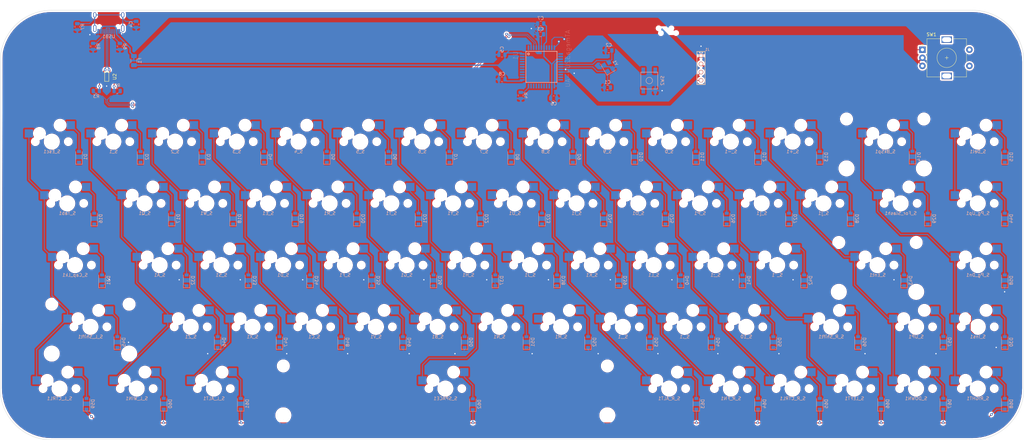
<source format=kicad_pcb>
(kicad_pcb (version 20171130) (host pcbnew "(5.1.5-0-10_14)")
  (layers (0 F.Cu signal) (31 B.Cu signal) (34 B.Paste user) (35 F.Paste user) (36 B.SilkS user) (37 F.SilkS user) (38 B.Mask user) (39 F.Mask user) (44 Edge.Cuts user))
  (net 0 "")
  (net 1 +5V)
  (net 2 "Net-(C1-Pad1)")
  (net 3 "Net-(C2-Pad1)")
  (net 4 "Net-(C3-Pad1)")
  (net 5 "Net-(C4-Pad1)")
  (net 6 "Net-(D1-Pad2)")
  (net 7 ROW0)
  (net 8 "Net-(D2-Pad2)")
  (net 9 "Net-(D3-Pad2)")
  (net 10 "Net-(D4-Pad2)")
  (net 11 "Net-(D5-Pad2)")
  (net 12 "Net-(D6-Pad2)")
  (net 13 "Net-(D7-Pad2)")
  (net 14 "Net-(D8-Pad2)")
  (net 15 "Net-(D9-Pad2)")
  (net 16 "Net-(D10-Pad2)")
  (net 17 "Net-(D11-Pad2)")
  (net 18 "Net-(D12-Pad2)")
  (net 19 "Net-(D13-Pad2)")
  (net 20 "Net-(D14-Pad2)")
  (net 21 "Net-(D15-Pad2)")
  (net 22 "Net-(D16-Pad2)")
  (net 23 ROW1)
  (net 24 "Net-(D17-Pad2)")
  (net 25 "Net-(D18-Pad2)")
  (net 26 "Net-(D19-Pad2)")
  (net 27 "Net-(D20-Pad2)")
  (net 28 "Net-(D21-Pad2)")
  (net 29 "Net-(D22-Pad2)")
  (net 30 "Net-(D23-Pad2)")
  (net 31 "Net-(D24-Pad2)")
  (net 32 "Net-(D25-Pad2)")
  (net 33 "Net-(D26-Pad2)")
  (net 34 "Net-(D27-Pad2)")
  (net 35 "Net-(D28-Pad2)")
  (net 36 "Net-(D29-Pad2)")
  (net 37 "Net-(D30-Pad2)")
  (net 38 "Net-(D31-Pad2)")
  (net 39 ROW2)
  (net 40 "Net-(D32-Pad2)")
  (net 41 "Net-(D33-Pad2)")
  (net 42 "Net-(D34-Pad2)")
  (net 43 "Net-(D35-Pad2)")
  (net 44 "Net-(D36-Pad2)")
  (net 45 "Net-(D37-Pad2)")
  (net 46 "Net-(D38-Pad2)")
  (net 47 "Net-(D39-Pad2)")
  (net 48 "Net-(D40-Pad2)")
  (net 49 "Net-(D41-Pad2)")
  (net 50 "Net-(D42-Pad2)")
  (net 51 "Net-(D43-Pad2)")
  (net 52 "Net-(D44-Pad2)")
  (net 53 "Net-(D45-Pad2)")
  (net 54 ROW3)
  (net 55 "Net-(D46-Pad2)")
  (net 56 "Net-(D47-Pad2)")
  (net 57 "Net-(D48-Pad2)")
  (net 58 "Net-(D49-Pad2)")
  (net 59 "Net-(D50-Pad2)")
  (net 60 "Net-(D51-Pad2)")
  (net 61 "Net-(D52-Pad2)")
  (net 62 "Net-(D53-Pad2)")
  (net 63 "Net-(D54-Pad2)")
  (net 64 "Net-(D55-Pad2)")
  (net 65 "Net-(D56-Pad2)")
  (net 66 "Net-(D57-Pad2)")
  (net 67 "Net-(D58-Pad2)")
  (net 68 "Net-(D59-Pad2)")
  (net 69 ROW4)
  (net 70 "Net-(D60-Pad2)")
  (net 71 "Net-(D61-Pad2)")
  (net 72 "Net-(D62-Pad2)")
  (net 73 "Net-(D63-Pad2)")
  (net 74 "Net-(D64-Pad2)")
  (net 75 "Net-(D65-Pad2)")
  (net 76 "Net-(D66-Pad2)")
  (net 77 "Net-(D67-Pad2)")
  (net 78 "Net-(D68-Pad2)")
  (net 79 VCC)
  (net 80 SDA)
  (net 81 SCL)
  (net 82 GND)
  (net 83 D+)
  (net 84 "Net-(R2-Pad1)")
  (net 85 D-)
  (net 86 "Net-(R3-Pad1)")
  (net 87 "Net-(R4-Pad2)")
  (net 88 "Net-(R8-Pad2)")
  (net 89 "Net-(R9-Pad2)")
  (net 90 COL9)
  (net 91 COL10)
  (net 92 COL8)
  (net 93 COL1)
  (net 94 COL2)
  (net 95 COL3)
  (net 96 COL4)
  (net 97 COL5)
  (net 98 COL6)
  (net 99 COL7)
  (net 100 COL11)
  (net 101 COL12)
  (net 102 COL13)
  (net 103 COL0)
  (net 104 COL14)
  (net 105 EN2)
  (net 106 EN1)
  (net 107 "Net-(U1-Pad42)")
  (net 108 "Net-(U1-Pad12)")
  (net 109 "Net-(U1-Pad1)")
  (net 110 "Net-(USB1-Pad3)")
  (net 111 "Net-(USB1-Pad9)")
  (net 112 "Net-(SW2-Pad2)")
  (net 113 "Net-(U1-Pad9)")
  (module Resistor_SMD:R_0805_2012Metric (layer B.Cu) (at 177.9905 61.229 90)
    (fp_text reference R4 (at 0 1.65 90) (layer B.SilkS) (effects (justify mirror)))
    (fp_text value 10k)
    (pad 2 smd roundrect (at 0.9375 0 90) (size 0.975 1.4) (layers B.Cu B.Paste B.Mask) (net 87 "Net-(R4-Pad2)"))
    (pad 1 smd roundrect (at -0.9375 0 90) (size 0.975 1.4) (layers B.Cu B.Paste B.Mask) (net 82 GND))
  )
  (module Keebio-Parts:ATMEGA32U4-AU (layer B.Cu) (at 184.37225 52.41925 270)
    (fp_text reference U1 (at -3.474 8.014 90) (layer B.SilkS) (effects (font (size 1.4 1.4) (thickness 0.05)) (justify mirror)))
    (fp_text value ATmega32U4-AU (at -2.55 -8.1261 90) (layer B.SilkS) (effects (font (size 1.4 1.4) (thickness 0.05)) (justify mirror)))
    (pad 44 smd rect (at -4 5.9 270) (size 0.5 1.5) (layers B.Cu B.Paste B.Mask) (net 1 +5V))
    (pad 43 smd rect (at -3.2 5.9 270) (size 0.5 1.5) (layers B.Cu B.Paste B.Mask) (net 82 GND))
    (pad 42 smd rect (at -2.4 5.9 270) (size 0.5 1.5) (layers B.Cu B.Paste B.Mask) (net 107 "Net-(U1-Pad42)"))
    (pad 41 smd rect (at -1.6 5.9 270) (size 0.5 1.5) (layers B.Cu B.Paste B.Mask) (net 98 COL6))
    (pad 40 smd rect (at -0.8 5.9 270) (size 0.5 1.5) (layers B.Cu B.Paste B.Mask) (net 99 COL7))
    (pad 39 smd rect (at 0 5.9 270) (size 0.5 1.5) (layers B.Cu B.Paste B.Mask) (net 92 COL8))
    (pad 38 smd rect (at 0.8 5.9 270) (size 0.5 1.5) (layers B.Cu B.Paste B.Mask) (net 90 COL9))
    (pad 37 smd rect (at 1.6 5.9 270) (size 0.5 1.5) (layers B.Cu B.Paste B.Mask) (net 91 COL10))
    (pad 36 smd rect (at 2.4 5.9 270) (size 0.5 1.5) (layers B.Cu B.Paste B.Mask) (net 7 ROW0))
    (pad 35 smd rect (at 3.2 5.9 270) (size 0.5 1.5) (layers B.Cu B.Paste B.Mask) (net 82 GND))
    (pad 34 smd rect (at 4 5.9 270) (size 0.5 1.5) (layers B.Cu B.Paste B.Mask) (net 1 +5V))
    (pad 33 smd rect (at 5.9 4 270) (size 1.5 0.5) (layers B.Cu B.Paste B.Mask) (net 87 "Net-(R4-Pad2)"))
    (pad 32 smd rect (at 5.9 3.2 270) (size 1.5 0.5) (layers B.Cu B.Paste B.Mask) (net 103 COL0))
    (pad 31 smd rect (at 5.9 2.4 270) (size 1.5 0.5) (layers B.Cu B.Paste B.Mask) (net 93 COL1))
    (pad 30 smd rect (at 5.9 1.6 270) (size 1.5 0.5) (layers B.Cu B.Paste B.Mask) (net 94 COL2))
    (pad 29 smd rect (at 5.9 0.8 270) (size 1.5 0.5) (layers B.Cu B.Paste B.Mask) (net 95 COL3))
    (pad 28 smd rect (at 5.9 0 270) (size 1.5 0.5) (layers B.Cu B.Paste B.Mask) (net 96 COL4))
    (pad 27 smd rect (at 5.9 -0.8 270) (size 1.5 0.5) (layers B.Cu B.Paste B.Mask) (net 97 COL5))
    (pad 26 smd rect (at 5.9 -1.6 270) (size 1.5 0.5) (layers B.Cu B.Paste B.Mask) (net 100 COL11))
    (pad 25 smd rect (at 5.9 -2.4 270) (size 1.5 0.5) (layers B.Cu B.Paste B.Mask) (net 101 COL12))
    (pad 24 smd rect (at 5.9 -3.2 270) (size 1.5 0.5) (layers B.Cu B.Paste B.Mask) (net 1 +5V))
    (pad 23 smd rect (at 5.9 -4 270) (size 1.5 0.5) (layers B.Cu B.Paste B.Mask) (net 82 GND))
    (pad 22 smd rect (at 4 -5.9 270) (size 0.5 1.5) (layers B.Cu B.Paste B.Mask) (net 39 ROW2))
    (pad 21 smd rect (at 3.2 -5.9 270) (size 0.5 1.5) (layers B.Cu B.Paste B.Mask) (net 23 ROW1))
    (pad 20 smd rect (at 2.4 -5.9 270) (size 0.5 1.5) (layers B.Cu B.Paste B.Mask) (net 69 ROW4))
    (pad 19 smd rect (at 1.6 -5.9 270) (size 0.5 1.5) (layers B.Cu B.Paste B.Mask) (net 80 SDA))
    (pad 18 smd rect (at 0.8 -5.9 270) (size 0.5 1.5) (layers B.Cu B.Paste B.Mask) (net 81 SCL))
    (pad 17 smd rect (at 0 -5.9 270) (size 0.5 1.5) (layers B.Cu B.Paste B.Mask) (net 2 "Net-(C1-Pad1)"))
    (pad 16 smd rect (at -0.8 -5.9 270) (size 0.5 1.5) (layers B.Cu B.Paste B.Mask) (net 3 "Net-(C2-Pad1)"))
    (pad 15 smd rect (at -1.6 -5.9 270) (size 0.5 1.5) (layers B.Cu B.Paste B.Mask) (net 82 GND))
    (pad 14 smd rect (at -2.4 -5.9 270) (size 0.5 1.5) (layers B.Cu B.Paste B.Mask) (net 1 +5V))
    (pad 13 smd rect (at -3.2 -5.9 270) (size 0.5 1.5) (layers B.Cu B.Paste B.Mask) (net 112 "Net-(SW2-Pad2)"))
    (pad 12 smd rect (at -4 -5.9 270) (size 0.5 1.5) (layers B.Cu B.Paste B.Mask) (net 108 "Net-(U1-Pad12)"))
    (pad 11 smd rect (at -5.9 -4 270) (size 1.5 0.5) (layers B.Cu B.Paste B.Mask) (net 106 EN1))
    (pad 10 smd rect (at -5.9 -3.2 270) (size 1.5 0.5) (layers B.Cu B.Paste B.Mask) (net 105 EN2))
    (pad 9 smd rect (at -5.9 -2.4 270) (size 1.5 0.5) (layers B.Cu B.Paste B.Mask) (net 113 "Net-(U1-Pad9)"))
    (pad 8 smd rect (at -5.9 -1.6 270) (size 1.5 0.5) (layers B.Cu B.Paste B.Mask) (net 54 ROW3))
    (pad 7 smd rect (at -5.9 -0.8 270) (size 1.5 0.5) (layers B.Cu B.Paste B.Mask) (net 1 +5V))
    (pad 6 smd rect (at -5.9 0 270) (size 1.5 0.5) (layers B.Cu B.Paste B.Mask) (net 4 "Net-(C3-Pad1)"))
    (pad 5 smd rect (at -5.9 0.8 270) (size 1.5 0.5) (layers B.Cu B.Paste B.Mask) (net 82 GND))
    (pad 4 smd rect (at -5.9 1.6 270) (size 1.5 0.5) (layers B.Cu B.Paste B.Mask) (net 84 "Net-(R2-Pad1)"))
    (pad 3 smd rect (at -5.9 2.4 270) (size 1.5 0.5) (layers B.Cu B.Paste B.Mask) (net 86 "Net-(R3-Pad1)"))
    (pad 2 smd rect (at -5.9 3.2 270) (size 1.5 0.5) (layers B.Cu B.Paste B.Mask) (net 1 +5V))
    (pad 1 smd rect (at -5.9 4 270) (size 1.5 0.5) (layers B.Cu B.Paste B.Mask) (net 109 "Net-(U1-Pad1)"))
  )
  (module Capacitor_SMD:C_0805_2012Metric (layer B.Cu) (at 184.0865 42.3545 180)
    (fp_text reference C3 (at 0 1.65) (layer B.SilkS) (effects (justify mirror)))
    (fp_text value 1uF)
    (pad 2 smd roundrect (at 0.9375 0 180) (size 0.975 1.4) (layers B.Cu B.Paste B.Mask) (net 82 GND))
    (pad 1 smd roundrect (at -0.9375 0 180) (size 0.975 1.4) (layers B.Cu B.Paste B.Mask) (net 4 "Net-(C3-Pad1)"))
  )
  (module Crystal:Crystal_SMD_3225-4Pin_3.2x2.5mm (layer B.Cu) (at 205.00975 52.41925 120)
    (fp_text reference Y1 (at 0 2.45 120) (layer B.SilkS) (effects (justify mirror)))
    (fp_text value Crystal_GND24_Small)
    (pad 4 smd rect (at -1.1 0.85 120) (size 1.4 1.2) (layers B.Cu B.Paste B.Mask) (net 82 GND))
    (pad 3 smd rect (at 1.1 0.85 120) (size 1.4 1.2) (layers B.Cu B.Paste B.Mask) (net 3 "Net-(C2-Pad1)"))
    (pad 2 smd rect (at 1.1 -0.85 120) (size 1.4 1.2) (layers B.Cu B.Paste B.Mask) (net 82 GND))
    (pad 1 smd rect (at -1.1 -0.85 120) (size 1.4 1.2) (layers B.Cu B.Paste B.Mask) (net 2 "Net-(C1-Pad1)"))
  )
  (module Type-C:HRO-TYPE-C-31-M-12 (layer B.Cu) (at 50.8381 33.77565)
    (fp_text reference USB1 (at 0 9.25) (layer B.SilkS) (effects (justify mirror)))
    (fp_text value Type-C_HRO-TYPE-C-31-M-12)
    (pad 12 smd rect (at 3.225 7.695) (size 0.6 1.45) (layers B.Cu B.Paste B.Mask) (net 82 GND))
    (pad 1 smd rect (at -3.225 7.695) (size 0.6 1.45) (layers B.Cu B.Paste B.Mask) (net 82 GND))
    (pad 11 smd rect (at 2.45 7.695) (size 0.6 1.45) (layers B.Cu B.Paste B.Mask) (net 79 VCC))
    (pad 2 smd rect (at -2.45 7.695) (size 0.6 1.45) (layers B.Cu B.Paste B.Mask) (net 79 VCC))
    (pad 3 smd rect (at -1.75 7.695) (size 0.3 1.45) (layers B.Cu B.Paste B.Mask) (net 110 "Net-(USB1-Pad3)"))
    (pad 10 smd rect (at 1.75 7.695) (size 0.3 1.45) (layers B.Cu B.Paste B.Mask) (net 89 "Net-(R9-Pad2)"))
    (pad 4 smd rect (at -1.25 7.695) (size 0.3 1.45) (layers B.Cu B.Paste B.Mask) (net 88 "Net-(R8-Pad2)"))
    (pad 9 smd rect (at 1.25 7.695) (size 0.3 1.45) (layers B.Cu B.Paste B.Mask) (net 111 "Net-(USB1-Pad9)"))
    (pad 5 smd rect (at -0.75 7.695) (size 0.3 1.45) (layers B.Cu B.Paste B.Mask) (net 85 D-))
    (pad 8 smd rect (at 0.75 7.695) (size 0.3 1.45) (layers B.Cu B.Paste B.Mask) (net 83 D+))
    (pad 7 smd rect (at 0.25 7.695) (size 0.3 1.45) (layers B.Cu B.Paste B.Mask) (net 85 D-))
    (pad 6 smd rect (at -0.25 7.695) (size 0.3 1.45) (layers B.Cu B.Paste B.Mask) (net 83 D+))
    (pad "" np_thru_hole circle (at 2.89 6.25) (size 0.65 0.65) (drill 0.65) (layers *.Cu *.Mask))
    (pad "" np_thru_hole circle (at -2.89 6.25) (size 0.65 0.65) (drill 0.65) (layers *.Cu *.Mask))
    (pad 13 thru_hole oval (at -4.32 6.78) (size 1 2.1) (drill oval 0.6 1.7) (layers *.Cu F.Mask) (net 5 "Net-(C4-Pad1)"))
    (pad 13 thru_hole oval (at 4.32 6.78) (size 1 2.1) (drill oval 0.6 1.7) (layers *.Cu F.Mask) (net 5 "Net-(C4-Pad1)"))
    (pad 13 thru_hole oval (at -4.32 2.6) (size 1 1.6) (drill oval 0.6 1.2) (layers *.Cu F.Mask) (net 5 "Net-(C4-Pad1)"))
    (pad 13 thru_hole oval (at 4.32 2.6) (size 1 1.6) (drill oval 0.6 1.2) (layers *.Cu F.Mask) (net 5 "Net-(C4-Pad1)"))
  )
  (module random-keyboard-parts:SOT143B (layer F.Cu) (at 50.2285 55.4355 90)
    (fp_text reference U2 (at 0 2.45 270) (layer F.SilkS))
    (fp_text value ai03-locallib_PRTR5V0U2X)
    (pad 3 smd rect (at 0.95 -1 90) (size 0.6 0.7) (layers F.Cu F.Paste F.Mask) (net 85 D-))
    (pad 2 smd rect (at 0.95 1 90) (size 0.6 0.7) (layers F.Cu F.Paste F.Mask) (net 83 D+))
    (pad 4 smd rect (at -0.95 -1 90) (size 0.6 0.7) (layers F.Cu F.Paste F.Mask) (net 79 VCC))
    (pad 1 smd rect (at -0.75 1 90) (size 1 0.7) (layers F.Cu F.Paste F.Mask) (net 82 GND))
  )
  (module random-keyboard-parts:SKQG-1155865 (layer B.Cu) (at 217.64625 56.642 270)
    (fp_text reference SW2 (at 0 -4.064 90) (layer B.SilkS) (effects (justify mirror)))
    (fp_text value SW_PUSH)
    (pad 4 smd rect (at -3.1 -1.85 270) (size 1.8 1.1) (layers B.Cu B.Paste B.Mask))
    (pad 3 smd rect (at 3.1 1.85 270) (size 1.8 1.1) (layers B.Cu B.Paste B.Mask))
    (pad 2 smd rect (at -3.1 1.85 270) (size 1.8 1.1) (layers B.Cu B.Paste B.Mask) (net 112 "Net-(SW2-Pad2)"))
    (pad 1 smd rect (at 3.1 -1.85 270) (size 1.8 1.1) (layers B.Cu B.Paste B.Mask) (net 82 GND))
  )
  (module Rotary_Encoder:RotaryEncoder_Alps_EC11E-Switch_Vertical_H20mm (layer F.Cu) (at 301.9425 47.117)
    (fp_text reference SW1 (at 2.8 -4.7) (layer F.SilkS))
    (fp_text value Rotary_Encoder)
    (pad A thru_hole rect (at 0 0) (size 2 2) (drill 1) (layers *.Cu *.Mask) (net 105 EN2))
    (pad C thru_hole circle (at 0 2.5) (size 2 2) (drill 1) (layers *.Cu *.Mask) (net 82 GND))
    (pad B thru_hole circle (at 0 5) (size 2 2) (drill 1) (layers *.Cu *.Mask) (net 106 EN1))
    (pad MP thru_hole rect (at 7.5 -3.1) (size 3.2 2) (drill oval 2.8 1.5) (layers *.Cu *.Mask))
    (pad MP thru_hole rect (at 7.5 8.1) (size 3.2 2) (drill oval 2.8 1.5) (layers *.Cu *.Mask))
    (pad S2 thru_hole circle (at 14.5 0) (size 2 2) (drill 1) (layers *.Cu *.Mask))
    (pad S1 thru_hole circle (at 14.5 5) (size 2 2) (drill 1) (layers *.Cu *.Mask))
  )
  (module MX_Only:MXOnly-1U-Hotswap (layer F.Cu) (at 76.14793 132.64134)
    (fp_text reference S_Z1)
    (fp_text value MX-NoLED)
    (fp_text user %R (at 0 3.048) (layer B.SilkS) (effects (justify mirror)))
    (pad 2 smd rect (at 5.842 -5.08) (size 2.55 2.5) (layers B.Cu B.Paste B.Mask) (net 55 "Net-(D46-Pad2)"))
    (pad 1 smd rect (at -7.085 -2.54) (size 2.55 2.5) (layers B.Cu B.Paste B.Mask) (net 93 COL1))
    (pad "" np_thru_hole circle (at 5.08 0 48.0996) (size 1.75 1.75) (drill 1.75) (layers *.Cu *.Mask))
    (pad "" np_thru_hole circle (at -5.08 0 48.0996) (size 1.75 1.75) (drill 1.75) (layers *.Cu *.Mask))
    (pad "" np_thru_hole circle (at -3.81 -2.54) (size 3 3) (drill 3) (layers *.Cu *.Mask))
    (pad "" np_thru_hole circle (at 0 0) (size 3.9878 3.9878) (drill 3.9878) (layers *.Cu *.Mask))
    (pad "" np_thru_hole circle (at 2.54 -5.08) (size 3 3) (drill 3) (layers *.Cu *.Mask))
  )
  (module MX_Only:MXOnly-1U-Hotswap (layer F.Cu) (at 157.10535 94.54134)
    (fp_text reference S_Y1)
    (fp_text value MX-NoLED)
    (fp_text user %R (at 0 3.048) (layer B.SilkS) (effects (justify mirror)))
    (pad 2 smd rect (at 5.842 -5.08) (size 2.55 2.5) (layers B.Cu B.Paste B.Mask) (net 29 "Net-(D22-Pad2)"))
    (pad 1 smd rect (at -7.085 -2.54) (size 2.55 2.5) (layers B.Cu B.Paste B.Mask) (net 98 COL6))
    (pad "" np_thru_hole circle (at 5.08 0 48.0996) (size 1.75 1.75) (drill 1.75) (layers *.Cu *.Mask))
    (pad "" np_thru_hole circle (at -5.08 0 48.0996) (size 1.75 1.75) (drill 1.75) (layers *.Cu *.Mask))
    (pad "" np_thru_hole circle (at -3.81 -2.54) (size 3 3) (drill 3) (layers *.Cu *.Mask))
    (pad "" np_thru_hole circle (at 0 0) (size 3.9878 3.9878) (drill 3.9878) (layers *.Cu *.Mask))
    (pad "" np_thru_hole circle (at 2.54 -5.08) (size 3 3) (drill 3) (layers *.Cu *.Mask))
  )
  (module MX_Only:MXOnly-1U-Hotswap (layer F.Cu) (at 95.19793 132.64134)
    (fp_text reference S_X1)
    (fp_text value MX-NoLED)
    (fp_text user %R (at 0 3.048) (layer B.SilkS) (effects (justify mirror)))
    (pad 2 smd rect (at 5.842 -5.08) (size 2.55 2.5) (layers B.Cu B.Paste B.Mask) (net 56 "Net-(D47-Pad2)"))
    (pad 1 smd rect (at -7.085 -2.54) (size 2.55 2.5) (layers B.Cu B.Paste B.Mask) (net 94 COL2))
    (pad "" np_thru_hole circle (at 5.08 0 48.0996) (size 1.75 1.75) (drill 1.75) (layers *.Cu *.Mask))
    (pad "" np_thru_hole circle (at -5.08 0 48.0996) (size 1.75 1.75) (drill 1.75) (layers *.Cu *.Mask))
    (pad "" np_thru_hole circle (at -3.81 -2.54) (size 3 3) (drill 3) (layers *.Cu *.Mask))
    (pad "" np_thru_hole circle (at 0 0) (size 3.9878 3.9878) (drill 3.9878) (layers *.Cu *.Mask))
    (pad "" np_thru_hole circle (at 2.54 -5.08) (size 3 3) (drill 3) (layers *.Cu *.Mask))
  )
  (module MX_Only:MXOnly-1U-Hotswap (layer F.Cu) (at 80.96377 94.54134)
    (fp_text reference S_W1)
    (fp_text value MX-NoLED)
    (fp_text user %R (at 0 3.048) (layer B.SilkS) (effects (justify mirror)))
    (pad 2 smd rect (at 5.842 -5.08) (size 2.55 2.5) (layers B.Cu B.Paste B.Mask) (net 25 "Net-(D18-Pad2)"))
    (pad 1 smd rect (at -7.085 -2.54) (size 2.55 2.5) (layers B.Cu B.Paste B.Mask) (net 94 COL2))
    (pad "" np_thru_hole circle (at 5.08 0 48.0996) (size 1.75 1.75) (drill 1.75) (layers *.Cu *.Mask))
    (pad "" np_thru_hole circle (at -5.08 0 48.0996) (size 1.75 1.75) (drill 1.75) (layers *.Cu *.Mask))
    (pad "" np_thru_hole circle (at -3.81 -2.54) (size 3 3) (drill 3) (layers *.Cu *.Mask))
    (pad "" np_thru_hole circle (at 0 0) (size 3.9878 3.9878) (drill 3.9878) (layers *.Cu *.Mask))
    (pad "" np_thru_hole circle (at 2.54 -5.08) (size 3 3) (drill 3) (layers *.Cu *.Mask))
  )
  (module MX_Only:MXOnly-1U-Hotswap (layer F.Cu) (at 133.29793 132.64134)
    (fp_text reference S_V1)
    (fp_text value MX-NoLED)
    (fp_text user %R (at 0 3.048) (layer B.SilkS) (effects (justify mirror)))
    (pad 2 smd rect (at 5.842 -5.08) (size 2.55 2.5) (layers B.Cu B.Paste B.Mask) (net 58 "Net-(D49-Pad2)"))
    (pad 1 smd rect (at -7.085 -2.54) (size 2.55 2.5) (layers B.Cu B.Paste B.Mask) (net 96 COL4))
    (pad "" np_thru_hole circle (at 5.08 0 48.0996) (size 1.75 1.75) (drill 1.75) (layers *.Cu *.Mask))
    (pad "" np_thru_hole circle (at -5.08 0 48.0996) (size 1.75 1.75) (drill 1.75) (layers *.Cu *.Mask))
    (pad "" np_thru_hole circle (at -3.81 -2.54) (size 3 3) (drill 3) (layers *.Cu *.Mask))
    (pad "" np_thru_hole circle (at 0 0) (size 3.9878 3.9878) (drill 3.9878) (layers *.Cu *.Mask))
    (pad "" np_thru_hole circle (at 2.54 -5.08) (size 3 3) (drill 3) (layers *.Cu *.Mask))
  )
  (module MX_Only:MXOnly-1U-Hotswap (layer F.Cu) (at 299.98543 132.63626)
    (fp_text reference S_UP1)
    (fp_text value MX-NoLED)
    (fp_text user %R (at 0 3.048) (layer B.SilkS) (effects (justify mirror)))
    (pad 2 smd rect (at 5.842 -5.08) (size 2.55 2.5) (layers B.Cu B.Paste B.Mask) (net 66 "Net-(D57-Pad2)"))
    (pad 1 smd rect (at -7.085 -2.54) (size 2.55 2.5) (layers B.Cu B.Paste B.Mask) (net 101 COL12))
    (pad "" np_thru_hole circle (at 5.08 0 48.0996) (size 1.75 1.75) (drill 1.75) (layers *.Cu *.Mask))
    (pad "" np_thru_hole circle (at -5.08 0 48.0996) (size 1.75 1.75) (drill 1.75) (layers *.Cu *.Mask))
    (pad "" np_thru_hole circle (at -3.81 -2.54) (size 3 3) (drill 3) (layers *.Cu *.Mask))
    (pad "" np_thru_hole circle (at 0 0) (size 3.9878 3.9878) (drill 3.9878) (layers *.Cu *.Mask))
    (pad "" np_thru_hole circle (at 2.54 -5.08) (size 3 3) (drill 3) (layers *.Cu *.Mask))
  )
  (module MX_Only:MXOnly-1U-Hotswap (layer F.Cu) (at 176.15535 94.54134)
    (fp_text reference S_U1)
    (fp_text value MX-NoLED)
    (fp_text user %R (at 0 3.048) (layer B.SilkS) (effects (justify mirror)))
    (pad 2 smd rect (at 5.842 -5.08) (size 2.55 2.5) (layers B.Cu B.Paste B.Mask) (net 30 "Net-(D23-Pad2)"))
    (pad 1 smd rect (at -7.085 -2.54) (size 2.55 2.5) (layers B.Cu B.Paste B.Mask) (net 99 COL7))
    (pad "" np_thru_hole circle (at 5.08 0 48.0996) (size 1.75 1.75) (drill 1.75) (layers *.Cu *.Mask))
    (pad "" np_thru_hole circle (at -5.08 0 48.0996) (size 1.75 1.75) (drill 1.75) (layers *.Cu *.Mask))
    (pad "" np_thru_hole circle (at -3.81 -2.54) (size 3 3) (drill 3) (layers *.Cu *.Mask))
    (pad "" np_thru_hole circle (at 0 0) (size 3.9878 3.9878) (drill 3.9878) (layers *.Cu *.Mask))
    (pad "" np_thru_hole circle (at 2.54 -5.08) (size 3 3) (drill 3) (layers *.Cu *.Mask))
  )
  (module MX_Only:MXOnly-1.5U-Hotswap (layer F.Cu) (at 38.03777 94.54134)
    (fp_text reference S_Tab1)
    (fp_text value MX-NoLED)
    (fp_text user %R (at 0 3.048) (layer B.SilkS) (effects (justify mirror)))
    (pad 2 smd rect (at 5.842 -5.08) (size 2.55 2.5) (layers B.Cu B.Paste B.Mask) (net 22 "Net-(D16-Pad2)"))
    (pad 1 smd rect (at -7.085 -2.54) (size 2.55 2.5) (layers B.Cu B.Paste B.Mask) (net 103 COL0))
    (pad "" np_thru_hole circle (at 5.08 0 48.0996) (size 1.75 1.75) (drill 1.75) (layers *.Cu *.Mask))
    (pad "" np_thru_hole circle (at -5.08 0 48.0996) (size 1.75 1.75) (drill 1.75) (layers *.Cu *.Mask))
    (pad "" np_thru_hole circle (at -3.81 -2.54) (size 3 3) (drill 3) (layers *.Cu *.Mask))
    (pad "" np_thru_hole circle (at 0 0) (size 3.9878 3.9878) (drill 3.9878) (layers *.Cu *.Mask))
    (pad "" np_thru_hole circle (at 2.54 -5.08) (size 3 3) (drill 3) (layers *.Cu *.Mask))
  )
  (module MX_Only:MXOnly-1U-Hotswap (layer F.Cu) (at 138.05535 94.54134)
    (fp_text reference S_T1)
    (fp_text value MX-NoLED)
    (fp_text user %R (at 0 3.048) (layer B.SilkS) (effects (justify mirror)))
    (pad 2 smd rect (at 5.842 -5.08) (size 2.55 2.5) (layers B.Cu B.Paste B.Mask) (net 28 "Net-(D21-Pad2)"))
    (pad 1 smd rect (at -7.085 -2.54) (size 2.55 2.5) (layers B.Cu B.Paste B.Mask) (net 97 COL5))
    (pad "" np_thru_hole circle (at 5.08 0 48.0996) (size 1.75 1.75) (drill 1.75) (layers *.Cu *.Mask))
    (pad "" np_thru_hole circle (at -5.08 0 48.0996) (size 1.75 1.75) (drill 1.75) (layers *.Cu *.Mask))
    (pad "" np_thru_hole circle (at -3.81 -2.54) (size 3 3) (drill 3) (layers *.Cu *.Mask))
    (pad "" np_thru_hole circle (at 0 0) (size 3.9878 3.9878) (drill 3.9878) (layers *.Cu *.Mask))
    (pad "" np_thru_hole circle (at 2.54 -5.08) (size 3 3) (drill 3) (layers *.Cu *.Mask))
  )
  (module MX_Only:MXOnly-6.25U-Hotswap (layer F.Cu) (at 154.72156 151.69134)
    (fp_text reference S_SPACE1)
    (fp_text value MX-NoLED)
    (fp_text user %R (at 0 3.048) (layer B.SilkS) (effects (justify mirror)))
    (pad "" np_thru_hole circle (at -49.9999 8.255) (size 3.9878 3.9878) (drill 3.9878) (layers *.Cu *.Mask))
    (pad "" np_thru_hole circle (at 49.9999 8.255) (size 3.9878 3.9878) (drill 3.9878) (layers *.Cu *.Mask))
    (pad "" np_thru_hole circle (at -49.9999 -6.985) (size 3.048 3.048) (drill 3.048) (layers *.Cu *.Mask))
    (pad "" np_thru_hole circle (at 49.9999 -6.985) (size 3.048 3.048) (drill 3.048) (layers *.Cu *.Mask))
    (pad 2 smd rect (at 5.842 -5.08) (size 2.55 2.5) (layers B.Cu B.Paste B.Mask) (net 72 "Net-(D62-Pad2)"))
    (pad 1 smd rect (at -7.085 -2.54) (size 2.55 2.5) (layers B.Cu B.Paste B.Mask) (net 98 COL6))
    (pad "" np_thru_hole circle (at 5.08 0 48.0996) (size 1.75 1.75) (drill 1.75) (layers *.Cu *.Mask))
    (pad "" np_thru_hole circle (at -5.08 0 48.0996) (size 1.75 1.75) (drill 1.75) (layers *.Cu *.Mask))
    (pad "" np_thru_hole circle (at -3.81 -2.54) (size 3 3) (drill 3) (layers *.Cu *.Mask))
    (pad "" np_thru_hole circle (at 0 0) (size 3.9878 3.9878) (drill 3.9878) (layers *.Cu *.Mask))
    (pad "" np_thru_hole circle (at 2.54 -5.08) (size 3 3) (drill 3) (layers *.Cu *.Mask))
  )
  (module MX_Only:MXOnly-1U-Hotswap (layer F.Cu) (at 85.60689 113.59134)
    (fp_text reference S_S1)
    (fp_text value MX-NoLED)
    (fp_text user %R (at 0 3.048) (layer B.SilkS) (effects (justify mirror)))
    (pad 2 smd rect (at 5.842 -5.08) (size 2.55 2.5) (layers B.Cu B.Paste B.Mask) (net 41 "Net-(D33-Pad2)"))
    (pad 1 smd rect (at -7.085 -2.54) (size 2.55 2.5) (layers B.Cu B.Paste B.Mask) (net 94 COL2))
    (pad "" np_thru_hole circle (at 5.08 0 48.0996) (size 1.75 1.75) (drill 1.75) (layers *.Cu *.Mask))
    (pad "" np_thru_hole circle (at -5.08 0 48.0996) (size 1.75 1.75) (drill 1.75) (layers *.Cu *.Mask))
    (pad "" np_thru_hole circle (at -3.81 -2.54) (size 3 3) (drill 3) (layers *.Cu *.Mask))
    (pad "" np_thru_hole circle (at 0 0) (size 3.9878 3.9878) (drill 3.9878) (layers *.Cu *.Mask))
    (pad "" np_thru_hole circle (at 2.54 -5.08) (size 3 3) (drill 3) (layers *.Cu *.Mask))
  )
  (module MX_Only:MXOnly-1U-Hotswap (layer F.Cu) (at 319.03289 151.68753)
    (fp_text reference S_RIGHT1)
    (fp_text value MX-NoLED)
    (fp_text user %R (at 0 3.048) (layer B.SilkS) (effects (justify mirror)))
    (pad 2 smd rect (at 5.842 -5.08) (size 2.55 2.5) (layers B.Cu B.Paste B.Mask) (net 78 "Net-(D68-Pad2)"))
    (pad 1 smd rect (at -7.085 -2.54) (size 2.55 2.5) (layers B.Cu B.Paste B.Mask) (net 102 COL13))
    (pad "" np_thru_hole circle (at 5.08 0 48.0996) (size 1.75 1.75) (drill 1.75) (layers *.Cu *.Mask))
    (pad "" np_thru_hole circle (at -5.08 0 48.0996) (size 1.75 1.75) (drill 1.75) (layers *.Cu *.Mask))
    (pad "" np_thru_hole circle (at -3.81 -2.54) (size 3 3) (drill 3) (layers *.Cu *.Mask))
    (pad "" np_thru_hole circle (at 0 0) (size 3.9878 3.9878) (drill 3.9878) (layers *.Cu *.Mask))
    (pad "" np_thru_hole circle (at 2.54 -5.08) (size 3 3) (drill 3) (layers *.Cu *.Mask))
  )
  (module MX_Only:MXOnly-1.75U-Hotswap (layer F.Cu) (at 273.78914 132.63626)
    (fp_text reference S_R_Shift1)
    (fp_text value MX-NoLED)
    (fp_text user %R (at 0 3.048) (layer B.SilkS) (effects (justify mirror)))
    (pad 2 smd rect (at 5.842 -5.08) (size 2.55 2.5) (layers B.Cu B.Paste B.Mask) (net 65 "Net-(D56-Pad2)"))
    (pad 1 smd rect (at -7.085 -2.54) (size 2.55 2.5) (layers B.Cu B.Paste B.Mask) (net 100 COL11))
    (pad "" np_thru_hole circle (at 5.08 0 48.0996) (size 1.75 1.75) (drill 1.75) (layers *.Cu *.Mask))
    (pad "" np_thru_hole circle (at -5.08 0 48.0996) (size 1.75 1.75) (drill 1.75) (layers *.Cu *.Mask))
    (pad "" np_thru_hole circle (at -3.81 -2.54) (size 3 3) (drill 3) (layers *.Cu *.Mask))
    (pad "" np_thru_hole circle (at 0 0) (size 3.9878 3.9878) (drill 3.9878) (layers *.Cu *.Mask))
    (pad "" np_thru_hole circle (at 2.54 -5.08) (size 3 3) (drill 3) (layers *.Cu *.Mask))
  )
  (module MX_Only:MXOnly-1U-Hotswap (layer F.Cu) (at 242.83035 151.68626)
    (fp_text reference S_R_FN1)
    (fp_text value MX-NoLED)
    (fp_text user %R (at 0 3.048) (layer B.SilkS) (effects (justify mirror)))
    (pad 2 smd rect (at 5.842 -5.08) (size 2.55 2.5) (layers B.Cu B.Paste B.Mask) (net 74 "Net-(D64-Pad2)"))
    (pad 1 smd rect (at -7.085 -2.54) (size 2.55 2.5) (layers B.Cu B.Paste B.Mask) (net 90 COL9))
    (pad "" np_thru_hole circle (at 5.08 0 48.0996) (size 1.75 1.75) (drill 1.75) (layers *.Cu *.Mask))
    (pad "" np_thru_hole circle (at -5.08 0 48.0996) (size 1.75 1.75) (drill 1.75) (layers *.Cu *.Mask))
    (pad "" np_thru_hole circle (at -3.81 -2.54) (size 3 3) (drill 3) (layers *.Cu *.Mask))
    (pad "" np_thru_hole circle (at 0 0) (size 3.9878 3.9878) (drill 3.9878) (layers *.Cu *.Mask))
    (pad "" np_thru_hole circle (at 2.54 -5.08) (size 3 3) (drill 3) (layers *.Cu *.Mask))
  )
  (module MX_Only:MXOnly-1U-Hotswap (layer F.Cu) (at 261.88035 151.68626)
    (fp_text reference S_R_CTRL1)
    (fp_text value MX-NoLED)
    (fp_text user %R (at 0 3.048) (layer B.SilkS) (effects (justify mirror)))
    (pad 2 smd rect (at 5.842 -5.08) (size 2.55 2.5) (layers B.Cu B.Paste B.Mask) (net 75 "Net-(D65-Pad2)"))
    (pad 1 smd rect (at -7.085 -2.54) (size 2.55 2.5) (layers B.Cu B.Paste B.Mask) (net 91 COL10))
    (pad "" np_thru_hole circle (at 5.08 0 48.0996) (size 1.75 1.75) (drill 1.75) (layers *.Cu *.Mask))
    (pad "" np_thru_hole circle (at -5.08 0 48.0996) (size 1.75 1.75) (drill 1.75) (layers *.Cu *.Mask))
    (pad "" np_thru_hole circle (at -3.81 -2.54) (size 3 3) (drill 3) (layers *.Cu *.Mask))
    (pad "" np_thru_hole circle (at 0 0) (size 3.9878 3.9878) (drill 3.9878) (layers *.Cu *.Mask))
    (pad "" np_thru_hole circle (at 2.54 -5.08) (size 3 3) (drill 3) (layers *.Cu *.Mask))
  )
  (module MX_Only:MXOnly-1U-Hotswap (layer F.Cu) (at 223.78035 151.69134)
    (fp_text reference S_R_ALT1)
    (fp_text value MX-NoLED)
    (fp_text user %R (at 0 3.048) (layer B.SilkS) (effects (justify mirror)))
    (pad 2 smd rect (at 5.842 -5.08) (size 2.55 2.5) (layers B.Cu B.Paste B.Mask) (net 73 "Net-(D63-Pad2)"))
    (pad 1 smd rect (at -7.085 -2.54) (size 2.55 2.5) (layers B.Cu B.Paste B.Mask) (net 92 COL8))
    (pad "" np_thru_hole circle (at 5.08 0 48.0996) (size 1.75 1.75) (drill 1.75) (layers *.Cu *.Mask))
    (pad "" np_thru_hole circle (at -5.08 0 48.0996) (size 1.75 1.75) (drill 1.75) (layers *.Cu *.Mask))
    (pad "" np_thru_hole circle (at -3.81 -2.54) (size 3 3) (drill 3) (layers *.Cu *.Mask))
    (pad "" np_thru_hole circle (at 0 0) (size 3.9878 3.9878) (drill 3.9878) (layers *.Cu *.Mask))
    (pad "" np_thru_hole circle (at 2.54 -5.08) (size 3 3) (drill 3) (layers *.Cu *.Mask))
  )
  (module MX_Only:MXOnly-1U-Hotswap (layer F.Cu) (at 119.00535 94.54134)
    (fp_text reference S_R1)
    (fp_text value MX-NoLED)
    (fp_text user %R (at 0 3.048) (layer B.SilkS) (effects (justify mirror)))
    (pad 2 smd rect (at 5.842 -5.08) (size 2.55 2.5) (layers B.Cu B.Paste B.Mask) (net 27 "Net-(D20-Pad2)"))
    (pad 1 smd rect (at -7.085 -2.54) (size 2.55 2.5) (layers B.Cu B.Paste B.Mask) (net 96 COL4))
    (pad "" np_thru_hole circle (at 5.08 0 48.0996) (size 1.75 1.75) (drill 1.75) (layers *.Cu *.Mask))
    (pad "" np_thru_hole circle (at -5.08 0 48.0996) (size 1.75 1.75) (drill 1.75) (layers *.Cu *.Mask))
    (pad "" np_thru_hole circle (at -3.81 -2.54) (size 3 3) (drill 3) (layers *.Cu *.Mask))
    (pad "" np_thru_hole circle (at 0 0) (size 3.9878 3.9878) (drill 3.9878) (layers *.Cu *.Mask))
    (pad "" np_thru_hole circle (at 2.54 -5.08) (size 3 3) (drill 3) (layers *.Cu *.Mask))
  )
  (module MX_Only:MXOnly-1U-Hotswap (layer F.Cu) (at 61.91377 94.54134)
    (fp_text reference S_Q1)
    (fp_text value MX-NoLED)
    (fp_text user %R (at 0 3.048) (layer B.SilkS) (effects (justify mirror)))
    (pad 2 smd rect (at 5.842 -5.08) (size 2.55 2.5) (layers B.Cu B.Paste B.Mask) (net 24 "Net-(D17-Pad2)"))
    (pad 1 smd rect (at -7.085 -2.54) (size 2.55 2.5) (layers B.Cu B.Paste B.Mask) (net 93 COL1))
    (pad "" np_thru_hole circle (at 5.08 0 48.0996) (size 1.75 1.75) (drill 1.75) (layers *.Cu *.Mask))
    (pad "" np_thru_hole circle (at -5.08 0 48.0996) (size 1.75 1.75) (drill 1.75) (layers *.Cu *.Mask))
    (pad "" np_thru_hole circle (at -3.81 -2.54) (size 3 3) (drill 3) (layers *.Cu *.Mask))
    (pad "" np_thru_hole circle (at 0 0) (size 3.9878 3.9878) (drill 3.9878) (layers *.Cu *.Mask))
    (pad "" np_thru_hole circle (at 2.54 -5.08) (size 3 3) (drill 3) (layers *.Cu *.Mask))
  )
  (module MX_Only:MXOnly-1U-Hotswap (layer F.Cu) (at 319.03289 94.53753)
    (fp_text reference S_Pg_Up1)
    (fp_text value MX-NoLED)
    (fp_text user %R (at 0 3.048) (layer B.SilkS) (effects (justify mirror)))
    (pad 2 smd rect (at 5.842 -5.08) (size 2.55 2.5) (layers B.Cu B.Paste B.Mask) (net 52 "Net-(D44-Pad2)"))
    (pad 1 smd rect (at -7.085 -2.54) (size 2.55 2.5) (layers B.Cu B.Paste B.Mask) (net 104 COL14))
    (pad "" np_thru_hole circle (at 5.08 0 48.0996) (size 1.75 1.75) (drill 1.75) (layers *.Cu *.Mask))
    (pad "" np_thru_hole circle (at -5.08 0 48.0996) (size 1.75 1.75) (drill 1.75) (layers *.Cu *.Mask))
    (pad "" np_thru_hole circle (at -3.81 -2.54) (size 3 3) (drill 3) (layers *.Cu *.Mask))
    (pad "" np_thru_hole circle (at 0 0) (size 3.9878 3.9878) (drill 3.9878) (layers *.Cu *.Mask))
    (pad "" np_thru_hole circle (at 2.54 -5.08) (size 3 3) (drill 3) (layers *.Cu *.Mask))
  )
  (module MX_Only:MXOnly-1U-Hotswap (layer F.Cu) (at 319.03289 113.58753)
    (fp_text reference S_Pg_Dn1)
    (fp_text value MX-NoLED)
    (fp_text user %R (at 0 3.048) (layer B.SilkS) (effects (justify mirror)))
    (pad 2 smd rect (at 5.842 -5.08) (size 2.55 2.5) (layers B.Cu B.Paste B.Mask) (net 67 "Net-(D58-Pad2)"))
    (pad 1 smd rect (at -7.085 -2.54) (size 2.55 2.5) (layers B.Cu B.Paste B.Mask) (net 102 COL13))
    (pad "" np_thru_hole circle (at 5.08 0 48.0996) (size 1.75 1.75) (drill 1.75) (layers *.Cu *.Mask))
    (pad "" np_thru_hole circle (at -5.08 0 48.0996) (size 1.75 1.75) (drill 1.75) (layers *.Cu *.Mask))
    (pad "" np_thru_hole circle (at -3.81 -2.54) (size 3 3) (drill 3) (layers *.Cu *.Mask))
    (pad "" np_thru_hole circle (at 0 0) (size 3.9878 3.9878) (drill 3.9878) (layers *.Cu *.Mask))
    (pad "" np_thru_hole circle (at 2.54 -5.08) (size 3 3) (drill 3) (layers *.Cu *.Mask))
  )
  (module MX_Only:MXOnly-1U-Hotswap (layer F.Cu) (at 233.30535 94.54134)
    (fp_text reference S_P1)
    (fp_text value MX-NoLED)
    (fp_text user %R (at 0 3.048) (layer B.SilkS) (effects (justify mirror)))
    (pad 2 smd rect (at 5.842 -5.08) (size 2.55 2.5) (layers B.Cu B.Paste B.Mask) (net 33 "Net-(D26-Pad2)"))
    (pad 1 smd rect (at -7.085 -2.54) (size 2.55 2.5) (layers B.Cu B.Paste B.Mask) (net 91 COL10))
    (pad "" np_thru_hole circle (at 5.08 0 48.0996) (size 1.75 1.75) (drill 1.75) (layers *.Cu *.Mask))
    (pad "" np_thru_hole circle (at -5.08 0 48.0996) (size 1.75 1.75) (drill 1.75) (layers *.Cu *.Mask))
    (pad "" np_thru_hole circle (at -3.81 -2.54) (size 3 3) (drill 3) (layers *.Cu *.Mask))
    (pad "" np_thru_hole circle (at 0 0) (size 3.9878 3.9878) (drill 3.9878) (layers *.Cu *.Mask))
    (pad "" np_thru_hole circle (at 2.54 -5.08) (size 3 3) (drill 3) (layers *.Cu *.Mask))
  )
  (module MX_Only:MXOnly-1U-Hotswap (layer F.Cu) (at 214.25535 94.54134)
    (fp_text reference S_O1)
    (fp_text value MX-NoLED)
    (fp_text user %R (at 0 3.048) (layer B.SilkS) (effects (justify mirror)))
    (pad 2 smd rect (at 5.842 -5.08) (size 2.55 2.5) (layers B.Cu B.Paste B.Mask) (net 32 "Net-(D25-Pad2)"))
    (pad 1 smd rect (at -7.085 -2.54) (size 2.55 2.5) (layers B.Cu B.Paste B.Mask) (net 90 COL9))
    (pad "" np_thru_hole circle (at 5.08 0 48.0996) (size 1.75 1.75) (drill 1.75) (layers *.Cu *.Mask))
    (pad "" np_thru_hole circle (at -5.08 0 48.0996) (size 1.75 1.75) (drill 1.75) (layers *.Cu *.Mask))
    (pad "" np_thru_hole circle (at -3.81 -2.54) (size 3 3) (drill 3) (layers *.Cu *.Mask))
    (pad "" np_thru_hole circle (at 0 0) (size 3.9878 3.9878) (drill 3.9878) (layers *.Cu *.Mask))
    (pad "" np_thru_hole circle (at 2.54 -5.08) (size 3 3) (drill 3) (layers *.Cu *.Mask))
  )
  (module MX_Only:MXOnly-1U-Hotswap (layer F.Cu) (at 171.39793 132.64134)
    (fp_text reference S_N1)
    (fp_text value MX-NoLED)
    (fp_text user %R (at 0 3.048) (layer B.SilkS) (effects (justify mirror)))
    (pad 2 smd rect (at 5.842 -5.08) (size 2.55 2.5) (layers B.Cu B.Paste B.Mask) (net 60 "Net-(D51-Pad2)"))
    (pad 1 smd rect (at -7.085 -2.54) (size 2.55 2.5) (layers B.Cu B.Paste B.Mask) (net 98 COL6))
    (pad "" np_thru_hole circle (at 5.08 0 48.0996) (size 1.75 1.75) (drill 1.75) (layers *.Cu *.Mask))
    (pad "" np_thru_hole circle (at -5.08 0 48.0996) (size 1.75 1.75) (drill 1.75) (layers *.Cu *.Mask))
    (pad "" np_thru_hole circle (at -3.81 -2.54) (size 3 3) (drill 3) (layers *.Cu *.Mask))
    (pad "" np_thru_hole circle (at 0 0) (size 3.9878 3.9878) (drill 3.9878) (layers *.Cu *.Mask))
    (pad "" np_thru_hole circle (at 2.54 -5.08) (size 3 3) (drill 3) (layers *.Cu *.Mask))
  )
  (module MX_Only:MXOnly-1U-Hotswap (layer F.Cu) (at 190.44793 132.64134)
    (fp_text reference S_M1)
    (fp_text value MX-NoLED)
    (fp_text user %R (at 0 3.048) (layer B.SilkS) (effects (justify mirror)))
    (pad 2 smd rect (at 5.842 -5.08) (size 2.55 2.5) (layers B.Cu B.Paste B.Mask) (net 61 "Net-(D52-Pad2)"))
    (pad 1 smd rect (at -7.085 -2.54) (size 2.55 2.5) (layers B.Cu B.Paste B.Mask) (net 99 COL7))
    (pad "" np_thru_hole circle (at 5.08 0 48.0996) (size 1.75 1.75) (drill 1.75) (layers *.Cu *.Mask))
    (pad "" np_thru_hole circle (at -5.08 0 48.0996) (size 1.75 1.75) (drill 1.75) (layers *.Cu *.Mask))
    (pad "" np_thru_hole circle (at -3.81 -2.54) (size 3 3) (drill 3) (layers *.Cu *.Mask))
    (pad "" np_thru_hole circle (at 0 0) (size 3.9878 3.9878) (drill 3.9878) (layers *.Cu *.Mask))
    (pad "" np_thru_hole circle (at 2.54 -5.08) (size 3 3) (drill 3) (layers *.Cu *.Mask))
  )
  (module MX_Only:MXOnly-1U-Hotswap (layer F.Cu) (at 280.93035 151.68626)
    (fp_text reference S_LEFT1)
    (fp_text value MX-NoLED)
    (fp_text user %R (at 0 3.048) (layer B.SilkS) (effects (justify mirror)))
    (pad 2 smd rect (at 5.842 -5.08) (size 2.55 2.5) (layers B.Cu B.Paste B.Mask) (net 76 "Net-(D66-Pad2)"))
    (pad 1 smd rect (at -7.085 -2.54) (size 2.55 2.5) (layers B.Cu B.Paste B.Mask) (net 100 COL11))
    (pad "" np_thru_hole circle (at 5.08 0 48.0996) (size 1.75 1.75) (drill 1.75) (layers *.Cu *.Mask))
    (pad "" np_thru_hole circle (at -5.08 0 48.0996) (size 1.75 1.75) (drill 1.75) (layers *.Cu *.Mask))
    (pad "" np_thru_hole circle (at -3.81 -2.54) (size 3 3) (drill 3) (layers *.Cu *.Mask))
    (pad "" np_thru_hole circle (at 0 0) (size 3.9878 3.9878) (drill 3.9878) (layers *.Cu *.Mask))
    (pad "" np_thru_hole circle (at 2.54 -5.08) (size 3 3) (drill 3) (layers *.Cu *.Mask))
  )
  (module MX_Only:MXOnly-1.25U-Hotswap (layer F.Cu) (at 59.47156 151.69134)
    (fp_text reference S_L_WIN1)
    (fp_text value MX-NoLED)
    (fp_text user %R (at 0 3.048) (layer B.SilkS) (effects (justify mirror)))
    (pad 2 smd rect (at 5.842 -5.08) (size 2.55 2.5) (layers B.Cu B.Paste B.Mask) (net 70 "Net-(D60-Pad2)"))
    (pad 1 smd rect (at -7.085 -2.54) (size 2.55 2.5) (layers B.Cu B.Paste B.Mask) (net 93 COL1))
    (pad "" np_thru_hole circle (at 5.08 0 48.0996) (size 1.75 1.75) (drill 1.75) (layers *.Cu *.Mask))
    (pad "" np_thru_hole circle (at -5.08 0 48.0996) (size 1.75 1.75) (drill 1.75) (layers *.Cu *.Mask))
    (pad "" np_thru_hole circle (at -3.81 -2.54) (size 3 3) (drill 3) (layers *.Cu *.Mask))
    (pad "" np_thru_hole circle (at 0 0) (size 3.9878 3.9878) (drill 3.9878) (layers *.Cu *.Mask))
    (pad "" np_thru_hole circle (at 2.54 -5.08) (size 3 3) (drill 3) (layers *.Cu *.Mask))
  )
  (module MX_Only:MXOnly-2.25U-Hotswap (layer F.Cu) (at 45.19422 132.64134)
    (fp_text reference S_L_Shift1)
    (fp_text value MX-NoLED)
    (fp_text user %R (at 0 3.048) (layer B.SilkS) (effects (justify mirror)))
    (pad "" np_thru_hole circle (at -11.938 8.255) (size 3.9878 3.9878) (drill 3.9878) (layers *.Cu *.Mask))
    (pad "" np_thru_hole circle (at 11.938 8.255) (size 3.9878 3.9878) (drill 3.9878) (layers *.Cu *.Mask))
    (pad "" np_thru_hole circle (at -11.938 -6.985) (size 3.048 3.048) (drill 3.048) (layers *.Cu *.Mask))
    (pad "" np_thru_hole circle (at 11.938 -6.985) (size 3.048 3.048) (drill 3.048) (layers *.Cu *.Mask))
    (pad 2 smd rect (at 5.842 -5.08) (size 2.55 2.5) (layers B.Cu B.Paste B.Mask) (net 53 "Net-(D45-Pad2)"))
    (pad 1 smd rect (at -7.085 -2.54) (size 2.55 2.5) (layers B.Cu B.Paste B.Mask) (net 103 COL0))
    (pad "" np_thru_hole circle (at 5.08 0 48.0996) (size 1.75 1.75) (drill 1.75) (layers *.Cu *.Mask))
    (pad "" np_thru_hole circle (at -5.08 0 48.0996) (size 1.75 1.75) (drill 1.75) (layers *.Cu *.Mask))
    (pad "" np_thru_hole circle (at -3.81 -2.54) (size 3 3) (drill 3) (layers *.Cu *.Mask))
    (pad "" np_thru_hole circle (at 0 0) (size 3.9878 3.9878) (drill 3.9878) (layers *.Cu *.Mask))
    (pad "" np_thru_hole circle (at 2.54 -5.08) (size 3 3) (drill 3) (layers *.Cu *.Mask))
  )
  (module MX_Only:MXOnly-1.25U-Hotswap (layer F.Cu) (at 35.65652 151.69388)
    (fp_text reference S_L_CTRL1)
    (fp_text value MX-NoLED)
    (fp_text user %R (at 0 3.048) (layer B.SilkS) (effects (justify mirror)))
    (pad 2 smd rect (at 5.842 -5.08) (size 2.55 2.5) (layers B.Cu B.Paste B.Mask) (net 68 "Net-(D59-Pad2)"))
    (pad 1 smd rect (at -7.085 -2.54) (size 2.55 2.5) (layers B.Cu B.Paste B.Mask) (net 103 COL0))
    (pad "" np_thru_hole circle (at 5.08 0 48.0996) (size 1.75 1.75) (drill 1.75) (layers *.Cu *.Mask))
    (pad "" np_thru_hole circle (at -5.08 0 48.0996) (size 1.75 1.75) (drill 1.75) (layers *.Cu *.Mask))
    (pad "" np_thru_hole circle (at -3.81 -2.54) (size 3 3) (drill 3) (layers *.Cu *.Mask))
    (pad "" np_thru_hole circle (at 0 0) (size 3.9878 3.9878) (drill 3.9878) (layers *.Cu *.Mask))
    (pad "" np_thru_hole circle (at 2.54 -5.08) (size 3 3) (drill 3) (layers *.Cu *.Mask))
  )
  (module MX_Only:MXOnly-1.25U-Hotswap (layer F.Cu) (at 83.28406 151.69134)
    (fp_text reference S_L_ALT1)
    (fp_text value MX-NoLED)
    (fp_text user %R (at 0 3.048) (layer B.SilkS) (effects (justify mirror)))
    (pad 2 smd rect (at 5.842 -5.08) (size 2.55 2.5) (layers B.Cu B.Paste B.Mask) (net 71 "Net-(D61-Pad2)"))
    (pad 1 smd rect (at -7.085 -2.54) (size 2.55 2.5) (layers B.Cu B.Paste B.Mask) (net 94 COL2))
    (pad "" np_thru_hole circle (at 5.08 0 48.0996) (size 1.75 1.75) (drill 1.75) (layers *.Cu *.Mask))
    (pad "" np_thru_hole circle (at -5.08 0 48.0996) (size 1.75 1.75) (drill 1.75) (layers *.Cu *.Mask))
    (pad "" np_thru_hole circle (at -3.81 -2.54) (size 3 3) (drill 3) (layers *.Cu *.Mask))
    (pad "" np_thru_hole circle (at 0 0) (size 3.9878 3.9878) (drill 3.9878) (layers *.Cu *.Mask))
    (pad "" np_thru_hole circle (at 2.54 -5.08) (size 3 3) (drill 3) (layers *.Cu *.Mask))
  )
  (module MX_Only:MXOnly-1U-Hotswap (layer F.Cu) (at 219.02039 113.59134)
    (fp_text reference S_L1)
    (fp_text value MX-NoLED)
    (fp_text user %R (at 0 3.048) (layer B.SilkS) (effects (justify mirror)))
    (pad 2 smd rect (at 5.842 -5.08) (size 2.55 2.5) (layers B.Cu B.Paste B.Mask) (net 48 "Net-(D40-Pad2)"))
    (pad 1 smd rect (at -7.085 -2.54) (size 2.55 2.5) (layers B.Cu B.Paste B.Mask) (net 90 COL9))
    (pad "" np_thru_hole circle (at 5.08 0 48.0996) (size 1.75 1.75) (drill 1.75) (layers *.Cu *.Mask))
    (pad "" np_thru_hole circle (at -5.08 0 48.0996) (size 1.75 1.75) (drill 1.75) (layers *.Cu *.Mask))
    (pad "" np_thru_hole circle (at -3.81 -2.54) (size 3 3) (drill 3) (layers *.Cu *.Mask))
    (pad "" np_thru_hole circle (at 0 0) (size 3.9878 3.9878) (drill 3.9878) (layers *.Cu *.Mask))
    (pad "" np_thru_hole circle (at 2.54 -5.08) (size 3 3) (drill 3) (layers *.Cu *.Mask))
  )
  (module MX_Only:MXOnly-1U-Hotswap (layer F.Cu) (at 199.90689 113.59134)
    (fp_text reference S_K1)
    (fp_text value MX-NoLED)
    (fp_text user %R (at 0 3.048) (layer B.SilkS) (effects (justify mirror)))
    (pad 2 smd rect (at 5.842 -5.08) (size 2.55 2.5) (layers B.Cu B.Paste B.Mask) (net 47 "Net-(D39-Pad2)"))
    (pad 1 smd rect (at -7.085 -2.54) (size 2.55 2.5) (layers B.Cu B.Paste B.Mask) (net 92 COL8))
    (pad "" np_thru_hole circle (at 5.08 0 48.0996) (size 1.75 1.75) (drill 1.75) (layers *.Cu *.Mask))
    (pad "" np_thru_hole circle (at -5.08 0 48.0996) (size 1.75 1.75) (drill 1.75) (layers *.Cu *.Mask))
    (pad "" np_thru_hole circle (at -3.81 -2.54) (size 3 3) (drill 3) (layers *.Cu *.Mask))
    (pad "" np_thru_hole circle (at 0 0) (size 3.9878 3.9878) (drill 3.9878) (layers *.Cu *.Mask))
    (pad "" np_thru_hole circle (at 2.54 -5.08) (size 3 3) (drill 3) (layers *.Cu *.Mask))
  )
  (module MX_Only:MXOnly-1U-Hotswap (layer F.Cu) (at 180.85689 113.59134)
    (fp_text reference S_J1)
    (fp_text value MX-NoLED)
    (fp_text user %R (at 0 3.048) (layer B.SilkS) (effects (justify mirror)))
    (pad 2 smd rect (at 5.842 -5.08) (size 2.55 2.5) (layers B.Cu B.Paste B.Mask) (net 46 "Net-(D38-Pad2)"))
    (pad 1 smd rect (at -7.085 -2.54) (size 2.55 2.5) (layers B.Cu B.Paste B.Mask) (net 99 COL7))
    (pad "" np_thru_hole circle (at 5.08 0 48.0996) (size 1.75 1.75) (drill 1.75) (layers *.Cu *.Mask))
    (pad "" np_thru_hole circle (at -5.08 0 48.0996) (size 1.75 1.75) (drill 1.75) (layers *.Cu *.Mask))
    (pad "" np_thru_hole circle (at -3.81 -2.54) (size 3 3) (drill 3) (layers *.Cu *.Mask))
    (pad "" np_thru_hole circle (at 0 0) (size 3.9878 3.9878) (drill 3.9878) (layers *.Cu *.Mask))
    (pad "" np_thru_hole circle (at 2.54 -5.08) (size 3 3) (drill 3) (layers *.Cu *.Mask))
  )
  (module MX_Only:MXOnly-1U-Hotswap (layer F.Cu) (at 319.03289 132.63753)
    (fp_text reference S_Ins1)
    (fp_text value MX-NoLED)
    (fp_text user %R (at 0 3.048) (layer B.SilkS) (effects (justify mirror)))
    (pad 2 smd rect (at 5.842 -5.08) (size 2.55 2.5) (layers B.Cu B.Paste B.Mask) (net 37 "Net-(D30-Pad2)"))
    (pad 1 smd rect (at -7.085 -2.54) (size 2.55 2.5) (layers B.Cu B.Paste B.Mask) (net 102 COL13))
    (pad "" np_thru_hole circle (at 5.08 0 48.0996) (size 1.75 1.75) (drill 1.75) (layers *.Cu *.Mask))
    (pad "" np_thru_hole circle (at -5.08 0 48.0996) (size 1.75 1.75) (drill 1.75) (layers *.Cu *.Mask))
    (pad "" np_thru_hole circle (at -3.81 -2.54) (size 3 3) (drill 3) (layers *.Cu *.Mask))
    (pad "" np_thru_hole circle (at 0 0) (size 3.9878 3.9878) (drill 3.9878) (layers *.Cu *.Mask))
    (pad "" np_thru_hole circle (at 2.54 -5.08) (size 3 3) (drill 3) (layers *.Cu *.Mask))
  )
  (module MX_Only:MXOnly-1U-Hotswap (layer F.Cu) (at 195.20535 94.54134)
    (fp_text reference S_I1)
    (fp_text value MX-NoLED)
    (fp_text user %R (at 0 3.048) (layer B.SilkS) (effects (justify mirror)))
    (pad 2 smd rect (at 5.842 -5.08) (size 2.55 2.5) (layers B.Cu B.Paste B.Mask) (net 31 "Net-(D24-Pad2)"))
    (pad 1 smd rect (at -7.085 -2.54) (size 2.55 2.5) (layers B.Cu B.Paste B.Mask) (net 92 COL8))
    (pad "" np_thru_hole circle (at 5.08 0 48.0996) (size 1.75 1.75) (drill 1.75) (layers *.Cu *.Mask))
    (pad "" np_thru_hole circle (at -5.08 0 48.0996) (size 1.75 1.75) (drill 1.75) (layers *.Cu *.Mask))
    (pad "" np_thru_hole circle (at -3.81 -2.54) (size 3 3) (drill 3) (layers *.Cu *.Mask))
    (pad "" np_thru_hole circle (at 0 0) (size 3.9878 3.9878) (drill 3.9878) (layers *.Cu *.Mask))
    (pad "" np_thru_hole circle (at 2.54 -5.08) (size 3 3) (drill 3) (layers *.Cu *.Mask))
  )
  (module MX_Only:MXOnly-1U-Hotswap (layer F.Cu) (at 161.80689 113.59134)
    (fp_text reference S_H1)
    (fp_text value MX-NoLED)
    (fp_text user %R (at 0 3.048) (layer B.SilkS) (effects (justify mirror)))
    (pad 2 smd rect (at 5.842 -5.08) (size 2.55 2.5) (layers B.Cu B.Paste B.Mask) (net 45 "Net-(D37-Pad2)"))
    (pad 1 smd rect (at -7.085 -2.54) (size 2.55 2.5) (layers B.Cu B.Paste B.Mask) (net 98 COL6))
    (pad "" np_thru_hole circle (at 5.08 0 48.0996) (size 1.75 1.75) (drill 1.75) (layers *.Cu *.Mask))
    (pad "" np_thru_hole circle (at -5.08 0 48.0996) (size 1.75 1.75) (drill 1.75) (layers *.Cu *.Mask))
    (pad "" np_thru_hole circle (at -3.81 -2.54) (size 3 3) (drill 3) (layers *.Cu *.Mask))
    (pad "" np_thru_hole circle (at 0 0) (size 3.9878 3.9878) (drill 3.9878) (layers *.Cu *.Mask))
    (pad "" np_thru_hole circle (at 2.54 -5.08) (size 3 3) (drill 3) (layers *.Cu *.Mask))
  )
  (module MX_Only:MXOnly-1U-Hotswap (layer F.Cu) (at 142.75689 113.59134)
    (fp_text reference S_G1)
    (fp_text value MX-NoLED)
    (fp_text user %R (at 0 3.048) (layer B.SilkS) (effects (justify mirror)))
    (pad 2 smd rect (at 5.842 -5.08) (size 2.55 2.5) (layers B.Cu B.Paste B.Mask) (net 44 "Net-(D36-Pad2)"))
    (pad 1 smd rect (at -7.085 -2.54) (size 2.55 2.5) (layers B.Cu B.Paste B.Mask) (net 97 COL5))
    (pad "" np_thru_hole circle (at 5.08 0 48.0996) (size 1.75 1.75) (drill 1.75) (layers *.Cu *.Mask))
    (pad "" np_thru_hole circle (at -5.08 0 48.0996) (size 1.75 1.75) (drill 1.75) (layers *.Cu *.Mask))
    (pad "" np_thru_hole circle (at -3.81 -2.54) (size 3 3) (drill 3) (layers *.Cu *.Mask))
    (pad "" np_thru_hole circle (at 0 0) (size 3.9878 3.9878) (drill 3.9878) (layers *.Cu *.Mask))
    (pad "" np_thru_hole circle (at 2.54 -5.08) (size 3 3) (drill 3) (layers *.Cu *.Mask))
  )
  (module MX_Only:MXOnly-1.5U-Hotswap (layer F.Cu) (at 295.22166 94.54007)
    (fp_text reference S_For_Slash1)
    (fp_text value MX-NoLED)
    (fp_text user %R (at 0 3.048) (layer B.SilkS) (effects (justify mirror)))
    (pad 2 smd rect (at 5.842 -5.08) (size 2.55 2.5) (layers B.Cu B.Paste B.Mask) (net 36 "Net-(D29-Pad2)"))
    (pad 1 smd rect (at -7.085 -2.54) (size 2.55 2.5) (layers B.Cu B.Paste B.Mask) (net 102 COL13))
    (pad "" np_thru_hole circle (at 5.08 0 48.0996) (size 1.75 1.75) (drill 1.75) (layers *.Cu *.Mask))
    (pad "" np_thru_hole circle (at -5.08 0 48.0996) (size 1.75 1.75) (drill 1.75) (layers *.Cu *.Mask))
    (pad "" np_thru_hole circle (at -3.81 -2.54) (size 3 3) (drill 3) (layers *.Cu *.Mask))
    (pad "" np_thru_hole circle (at 0 0) (size 3.9878 3.9878) (drill 3.9878) (layers *.Cu *.Mask))
    (pad "" np_thru_hole circle (at 2.54 -5.08) (size 3 3) (drill 3) (layers *.Cu *.Mask))
  )
  (module MX_Only:MXOnly-1U-Hotswap (layer F.Cu) (at 123.70689 113.59134)
    (fp_text reference S_F1)
    (fp_text value MX-NoLED)
    (fp_text user %R (at 0 3.048) (layer B.SilkS) (effects (justify mirror)))
    (pad 2 smd rect (at 5.842 -5.08) (size 2.55 2.5) (layers B.Cu B.Paste B.Mask) (net 43 "Net-(D35-Pad2)"))
    (pad 1 smd rect (at -7.085 -2.54) (size 2.55 2.5) (layers B.Cu B.Paste B.Mask) (net 96 COL4))
    (pad "" np_thru_hole circle (at 5.08 0 48.0996) (size 1.75 1.75) (drill 1.75) (layers *.Cu *.Mask))
    (pad "" np_thru_hole circle (at -5.08 0 48.0996) (size 1.75 1.75) (drill 1.75) (layers *.Cu *.Mask))
    (pad "" np_thru_hole circle (at -3.81 -2.54) (size 3 3) (drill 3) (layers *.Cu *.Mask))
    (pad "" np_thru_hole circle (at 0 0) (size 3.9878 3.9878) (drill 3.9878) (layers *.Cu *.Mask))
    (pad "" np_thru_hole circle (at 2.54 -5.08) (size 3 3) (drill 3) (layers *.Cu *.Mask))
  )
  (module MX_Only:MXOnly-1U-Hotswap (layer F.Cu) (at 33.28035 75.49134)
    (fp_text reference S_Esc1)
    (fp_text value MX-NoLED)
    (fp_text user %R (at 0 3.048) (layer B.SilkS) (effects (justify mirror)))
    (pad 2 smd rect (at 5.842 -5.08) (size 2.55 2.5) (layers B.Cu B.Paste B.Mask) (net 6 "Net-(D1-Pad2)"))
    (pad 1 smd rect (at -7.085 -2.54) (size 2.55 2.5) (layers B.Cu B.Paste B.Mask) (net 103 COL0))
    (pad "" np_thru_hole circle (at 5.08 0 48.0996) (size 1.75 1.75) (drill 1.75) (layers *.Cu *.Mask))
    (pad "" np_thru_hole circle (at -5.08 0 48.0996) (size 1.75 1.75) (drill 1.75) (layers *.Cu *.Mask))
    (pad "" np_thru_hole circle (at -3.81 -2.54) (size 3 3) (drill 3) (layers *.Cu *.Mask))
    (pad "" np_thru_hole circle (at 0 0) (size 3.9878 3.9878) (drill 3.9878) (layers *.Cu *.Mask))
    (pad "" np_thru_hole circle (at 2.54 -5.08) (size 3 3) (drill 3) (layers *.Cu *.Mask))
  )
  (module MX_Only:MXOnly-2.25U-Hotswap (layer F.Cu) (at 288.07664 113.5888)
    (fp_text reference S_Ent1)
    (fp_text value MX-NoLED)
    (fp_text user %R (at 0 3.048) (layer B.SilkS) (effects (justify mirror)))
    (pad "" np_thru_hole circle (at -11.938 8.255) (size 3.9878 3.9878) (drill 3.9878) (layers *.Cu *.Mask))
    (pad "" np_thru_hole circle (at 11.938 8.255) (size 3.9878 3.9878) (drill 3.9878) (layers *.Cu *.Mask))
    (pad "" np_thru_hole circle (at -11.938 -6.985) (size 3.048 3.048) (drill 3.048) (layers *.Cu *.Mask))
    (pad "" np_thru_hole circle (at 11.938 -6.985) (size 3.048 3.048) (drill 3.048) (layers *.Cu *.Mask))
    (pad 2 smd rect (at 5.842 -5.08) (size 2.55 2.5) (layers B.Cu B.Paste B.Mask) (net 51 "Net-(D43-Pad2)"))
    (pad 1 smd rect (at -7.085 -2.54) (size 2.55 2.5) (layers B.Cu B.Paste B.Mask) (net 101 COL12))
    (pad "" np_thru_hole circle (at 5.08 0 48.0996) (size 1.75 1.75) (drill 1.75) (layers *.Cu *.Mask))
    (pad "" np_thru_hole circle (at -5.08 0 48.0996) (size 1.75 1.75) (drill 1.75) (layers *.Cu *.Mask))
    (pad "" np_thru_hole circle (at -3.81 -2.54) (size 3 3) (drill 3) (layers *.Cu *.Mask))
    (pad "" np_thru_hole circle (at 0 0) (size 3.9878 3.9878) (drill 3.9878) (layers *.Cu *.Mask))
    (pad "" np_thru_hole circle (at 2.54 -5.08) (size 3 3) (drill 3) (layers *.Cu *.Mask))
  )
  (module MX_Only:MXOnly-1U-Hotswap (layer F.Cu) (at 100.01377 94.54134)
    (fp_text reference S_E1)
    (fp_text value MX-NoLED)
    (fp_text user %R (at 0 3.048) (layer B.SilkS) (effects (justify mirror)))
    (pad 2 smd rect (at 5.842 -5.08) (size 2.55 2.5) (layers B.Cu B.Paste B.Mask) (net 26 "Net-(D19-Pad2)"))
    (pad 1 smd rect (at -7.085 -2.54) (size 2.55 2.5) (layers B.Cu B.Paste B.Mask) (net 95 COL3))
    (pad "" np_thru_hole circle (at 5.08 0 48.0996) (size 1.75 1.75) (drill 1.75) (layers *.Cu *.Mask))
    (pad "" np_thru_hole circle (at -5.08 0 48.0996) (size 1.75 1.75) (drill 1.75) (layers *.Cu *.Mask))
    (pad "" np_thru_hole circle (at -3.81 -2.54) (size 3 3) (drill 3) (layers *.Cu *.Mask))
    (pad "" np_thru_hole circle (at 0 0) (size 3.9878 3.9878) (drill 3.9878) (layers *.Cu *.Mask))
    (pad "" np_thru_hole circle (at 2.54 -5.08) (size 3 3) (drill 3) (layers *.Cu *.Mask))
  )
  (module MX_Only:MXOnly-1U-Hotswap (layer F.Cu) (at 299.98035 151.68626)
    (fp_text reference S_DOWN1)
    (fp_text value MX-NoLED)
    (fp_text user %R (at 0 3.048) (layer B.SilkS) (effects (justify mirror)))
    (pad 2 smd rect (at 5.842 -5.08) (size 2.55 2.5) (layers B.Cu B.Paste B.Mask) (net 77 "Net-(D67-Pad2)"))
    (pad 1 smd rect (at -7.085 -2.54) (size 2.55 2.5) (layers B.Cu B.Paste B.Mask) (net 101 COL12))
    (pad "" np_thru_hole circle (at 5.08 0 48.0996) (size 1.75 1.75) (drill 1.75) (layers *.Cu *.Mask))
    (pad "" np_thru_hole circle (at -5.08 0 48.0996) (size 1.75 1.75) (drill 1.75) (layers *.Cu *.Mask))
    (pad "" np_thru_hole circle (at -3.81 -2.54) (size 3 3) (drill 3) (layers *.Cu *.Mask))
    (pad "" np_thru_hole circle (at 0 0) (size 3.9878 3.9878) (drill 3.9878) (layers *.Cu *.Mask))
    (pad "" np_thru_hole circle (at 2.54 -5.08) (size 3 3) (drill 3) (layers *.Cu *.Mask))
  )
  (module MX_Only:MXOnly-1U-Hotswap (layer F.Cu) (at 319.03289 75.48753)
    (fp_text reference S_Del1)
    (fp_text value MX-NoLED)
    (fp_text user %R (at 0 3.048) (layer B.SilkS) (effects (justify mirror)))
    (pad 2 smd rect (at 5.842 -5.08) (size 2.55 2.5) (layers B.Cu B.Paste B.Mask) (net 21 "Net-(D15-Pad2)"))
    (pad 1 smd rect (at -7.085 -2.54) (size 2.55 2.5) (layers B.Cu B.Paste B.Mask) (net 104 COL14))
    (pad "" np_thru_hole circle (at 5.08 0 48.0996) (size 1.75 1.75) (drill 1.75) (layers *.Cu *.Mask))
    (pad "" np_thru_hole circle (at -5.08 0 48.0996) (size 1.75 1.75) (drill 1.75) (layers *.Cu *.Mask))
    (pad "" np_thru_hole circle (at -3.81 -2.54) (size 3 3) (drill 3) (layers *.Cu *.Mask))
    (pad "" np_thru_hole circle (at 0 0) (size 3.9878 3.9878) (drill 3.9878) (layers *.Cu *.Mask))
    (pad "" np_thru_hole circle (at 2.54 -5.08) (size 3 3) (drill 3) (layers *.Cu *.Mask))
  )
  (module MX_Only:MXOnly-1U-Hotswap (layer F.Cu) (at 104.65689 113.59134)
    (fp_text reference S_D1)
    (fp_text value MX-NoLED)
    (fp_text user %R (at 0 3.048) (layer B.SilkS) (effects (justify mirror)))
    (pad 2 smd rect (at 5.842 -5.08) (size 2.55 2.5) (layers B.Cu B.Paste B.Mask) (net 42 "Net-(D34-Pad2)"))
    (pad 1 smd rect (at -7.085 -2.54) (size 2.55 2.5) (layers B.Cu B.Paste B.Mask) (net 95 COL3))
    (pad "" np_thru_hole circle (at 5.08 0 48.0996) (size 1.75 1.75) (drill 1.75) (layers *.Cu *.Mask))
    (pad "" np_thru_hole circle (at -5.08 0 48.0996) (size 1.75 1.75) (drill 1.75) (layers *.Cu *.Mask))
    (pad "" np_thru_hole circle (at -3.81 -2.54) (size 3 3) (drill 3) (layers *.Cu *.Mask))
    (pad "" np_thru_hole circle (at 0 0) (size 3.9878 3.9878) (drill 3.9878) (layers *.Cu *.Mask))
    (pad "" np_thru_hole circle (at 2.54 -5.08) (size 3 3) (drill 3) (layers *.Cu *.Mask))
  )
  (module MX_Only:MXOnly-1.75U-Hotswap (layer F.Cu) (at 40.42664 113.59134)
    (fp_text reference S_Cap_Lk1)
    (fp_text value MX-NoLED)
    (fp_text user %R (at 0 3.048) (layer B.SilkS) (effects (justify mirror)))
    (pad 2 smd rect (at 5.842 -5.08) (size 2.55 2.5) (layers B.Cu B.Paste B.Mask) (net 38 "Net-(D31-Pad2)"))
    (pad 1 smd rect (at -7.085 -2.54) (size 2.55 2.5) (layers B.Cu B.Paste B.Mask) (net 103 COL0))
    (pad "" np_thru_hole circle (at 5.08 0 48.0996) (size 1.75 1.75) (drill 1.75) (layers *.Cu *.Mask))
    (pad "" np_thru_hole circle (at -5.08 0 48.0996) (size 1.75 1.75) (drill 1.75) (layers *.Cu *.Mask))
    (pad "" np_thru_hole circle (at -3.81 -2.54) (size 3 3) (drill 3) (layers *.Cu *.Mask))
    (pad "" np_thru_hole circle (at 0 0) (size 3.9878 3.9878) (drill 3.9878) (layers *.Cu *.Mask))
    (pad "" np_thru_hole circle (at 2.54 -5.08) (size 3 3) (drill 3) (layers *.Cu *.Mask))
  )
  (module MX_Only:MXOnly-1U-Hotswap (layer F.Cu) (at 114.24793 132.64134)
    (fp_text reference S_C1)
    (fp_text value MX-NoLED)
    (fp_text user %R (at 0 3.048) (layer B.SilkS) (effects (justify mirror)))
    (pad 2 smd rect (at 5.842 -5.08) (size 2.55 2.5) (layers B.Cu B.Paste B.Mask) (net 57 "Net-(D48-Pad2)"))
    (pad 1 smd rect (at -7.085 -2.54) (size 2.55 2.5) (layers B.Cu B.Paste B.Mask) (net 95 COL3))
    (pad "" np_thru_hole circle (at 5.08 0 48.0996) (size 1.75 1.75) (drill 1.75) (layers *.Cu *.Mask))
    (pad "" np_thru_hole circle (at -5.08 0 48.0996) (size 1.75 1.75) (drill 1.75) (layers *.Cu *.Mask))
    (pad "" np_thru_hole circle (at -3.81 -2.54) (size 3 3) (drill 3) (layers *.Cu *.Mask))
    (pad "" np_thru_hole circle (at 0 0) (size 3.9878 3.9878) (drill 3.9878) (layers *.Cu *.Mask))
    (pad "" np_thru_hole circle (at 2.54 -5.08) (size 3 3) (drill 3) (layers *.Cu *.Mask))
  )
  (module MX_Only:MXOnly-2U-Hotswap (layer F.Cu) (at 290.45535 75.49134)
    (fp_text reference S_BkSp1)
    (fp_text value MX-NoLED)
    (fp_text user %R (at 0 3.048) (layer B.SilkS) (effects (justify mirror)))
    (pad "" np_thru_hole circle (at -11.938 8.255) (size 3.9878 3.9878) (drill 3.9878) (layers *.Cu *.Mask))
    (pad "" np_thru_hole circle (at 11.938 8.255) (size 3.9878 3.9878) (drill 3.9878) (layers *.Cu *.Mask))
    (pad "" np_thru_hole circle (at -11.938 -6.985) (size 3.048 3.048) (drill 3.048) (layers *.Cu *.Mask))
    (pad "" np_thru_hole circle (at 11.938 -6.985) (size 3.048 3.048) (drill 3.048) (layers *.Cu *.Mask))
    (pad 2 smd rect (at 5.842 -5.08) (size 2.55 2.5) (layers B.Cu B.Paste B.Mask) (net 20 "Net-(D14-Pad2)"))
    (pad 1 smd rect (at -7.085 -2.54) (size 2.55 2.5) (layers B.Cu B.Paste B.Mask) (net 102 COL13))
    (pad "" np_thru_hole circle (at 5.08 0 48.0996) (size 1.75 1.75) (drill 1.75) (layers *.Cu *.Mask))
    (pad "" np_thru_hole circle (at -5.08 0 48.0996) (size 1.75 1.75) (drill 1.75) (layers *.Cu *.Mask))
    (pad "" np_thru_hole circle (at -3.81 -2.54) (size 3 3) (drill 3) (layers *.Cu *.Mask))
    (pad "" np_thru_hole circle (at 0 0) (size 3.9878 3.9878) (drill 3.9878) (layers *.Cu *.Mask))
    (pad "" np_thru_hole circle (at 2.54 -5.08) (size 3 3) (drill 3) (layers *.Cu *.Mask))
  )
  (module MX_Only:MXOnly-1U-Hotswap (layer F.Cu) (at 152.34793 132.64134)
    (fp_text reference S_B1)
    (fp_text value MX-NoLED)
    (fp_text user %R (at 0 3.048) (layer B.SilkS) (effects (justify mirror)))
    (pad 2 smd rect (at 5.842 -5.08) (size 2.55 2.5) (layers B.Cu B.Paste B.Mask) (net 59 "Net-(D50-Pad2)"))
    (pad 1 smd rect (at -7.085 -2.54) (size 2.55 2.5) (layers B.Cu B.Paste B.Mask) (net 97 COL5))
    (pad "" np_thru_hole circle (at 5.08 0 48.0996) (size 1.75 1.75) (drill 1.75) (layers *.Cu *.Mask))
    (pad "" np_thru_hole circle (at -5.08 0 48.0996) (size 1.75 1.75) (drill 1.75) (layers *.Cu *.Mask))
    (pad "" np_thru_hole circle (at -3.81 -2.54) (size 3 3) (drill 3) (layers *.Cu *.Mask))
    (pad "" np_thru_hole circle (at 0 0) (size 3.9878 3.9878) (drill 3.9878) (layers *.Cu *.Mask))
    (pad "" np_thru_hole circle (at 2.54 -5.08) (size 3 3) (drill 3) (layers *.Cu *.Mask))
  )
  (module MX_Only:MXOnly-1U-Hotswap (layer F.Cu) (at 66.55689 113.59134)
    (fp_text reference S_A1)
    (fp_text value MX-NoLED)
    (fp_text user %R (at 0 3.048) (layer B.SilkS) (effects (justify mirror)))
    (pad 2 smd rect (at 5.842 -5.08) (size 2.55 2.5) (layers B.Cu B.Paste B.Mask) (net 40 "Net-(D32-Pad2)"))
    (pad 1 smd rect (at -7.085 -2.54) (size 2.55 2.5) (layers B.Cu B.Paste B.Mask) (net 93 COL1))
    (pad "" np_thru_hole circle (at 5.08 0 48.0996) (size 1.75 1.75) (drill 1.75) (layers *.Cu *.Mask))
    (pad "" np_thru_hole circle (at -5.08 0 48.0996) (size 1.75 1.75) (drill 1.75) (layers *.Cu *.Mask))
    (pad "" np_thru_hole circle (at -3.81 -2.54) (size 3 3) (drill 3) (layers *.Cu *.Mask))
    (pad "" np_thru_hole circle (at 0 0) (size 3.9878 3.9878) (drill 3.9878) (layers *.Cu *.Mask))
    (pad "" np_thru_hole circle (at 2.54 -5.08) (size 3 3) (drill 3) (layers *.Cu *.Mask))
  )
  (module MX_Only:MXOnly-1U-Hotswap (layer F.Cu) (at 271.40662 94.5388)
    (fp_text reference S_]1)
    (fp_text value MX-NoLED)
    (fp_text user %R (at 0 3.048) (layer B.SilkS) (effects (justify mirror)))
    (pad 2 smd rect (at 5.842 -5.08) (size 2.55 2.5) (layers B.Cu B.Paste B.Mask) (net 35 "Net-(D28-Pad2)"))
    (pad 1 smd rect (at -7.085 -2.54) (size 2.55 2.5) (layers B.Cu B.Paste B.Mask) (net 101 COL12))
    (pad "" np_thru_hole circle (at 5.08 0 48.0996) (size 1.75 1.75) (drill 1.75) (layers *.Cu *.Mask))
    (pad "" np_thru_hole circle (at -5.08 0 48.0996) (size 1.75 1.75) (drill 1.75) (layers *.Cu *.Mask))
    (pad "" np_thru_hole circle (at -3.81 -2.54) (size 3 3) (drill 3) (layers *.Cu *.Mask))
    (pad "" np_thru_hole circle (at 0 0) (size 3.9878 3.9878) (drill 3.9878) (layers *.Cu *.Mask))
    (pad "" np_thru_hole circle (at 2.54 -5.08) (size 3 3) (drill 3) (layers *.Cu *.Mask))
  )
  (module MX_Only:MXOnly-1U-Hotswap (layer F.Cu) (at 252.35535 94.54134)
    (fp_text reference S_[1)
    (fp_text value MX-NoLED)
    (fp_text user %R (at 0 3.048) (layer B.SilkS) (effects (justify mirror)))
    (pad 2 smd rect (at 5.842 -5.08) (size 2.55 2.5) (layers B.Cu B.Paste B.Mask) (net 34 "Net-(D27-Pad2)"))
    (pad 1 smd rect (at -7.085 -2.54) (size 2.55 2.5) (layers B.Cu B.Paste B.Mask) (net 100 COL11))
    (pad "" np_thru_hole circle (at 5.08 0 48.0996) (size 1.75 1.75) (drill 1.75) (layers *.Cu *.Mask))
    (pad "" np_thru_hole circle (at -5.08 0 48.0996) (size 1.75 1.75) (drill 1.75) (layers *.Cu *.Mask))
    (pad "" np_thru_hole circle (at -3.81 -2.54) (size 3 3) (drill 3) (layers *.Cu *.Mask))
    (pad "" np_thru_hole circle (at 0 0) (size 3.9878 3.9878) (drill 3.9878) (layers *.Cu *.Mask))
    (pad "" np_thru_hole circle (at 2.54 -5.08) (size 3 3) (drill 3) (layers *.Cu *.Mask))
  )
  (module MX_Only:MXOnly-1U-Hotswap (layer F.Cu) (at 238.07039 113.59134)
    (fp_text reference S_;1)
    (fp_text value MX-NoLED)
    (fp_text user %R (at 0 3.048) (layer B.SilkS) (effects (justify mirror)))
    (pad 2 smd rect (at 5.842 -5.08) (size 2.55 2.5) (layers B.Cu B.Paste B.Mask) (net 49 "Net-(D41-Pad2)"))
    (pad 1 smd rect (at -7.085 -2.54) (size 2.55 2.5) (layers B.Cu B.Paste B.Mask) (net 91 COL10))
    (pad "" np_thru_hole circle (at 5.08 0 48.0996) (size 1.75 1.75) (drill 1.75) (layers *.Cu *.Mask))
    (pad "" np_thru_hole circle (at -5.08 0 48.0996) (size 1.75 1.75) (drill 1.75) (layers *.Cu *.Mask))
    (pad "" np_thru_hole circle (at -3.81 -2.54) (size 3 3) (drill 3) (layers *.Cu *.Mask))
    (pad "" np_thru_hole circle (at 0 0) (size 3.9878 3.9878) (drill 3.9878) (layers *.Cu *.Mask))
    (pad "" np_thru_hole circle (at 2.54 -5.08) (size 3 3) (drill 3) (layers *.Cu *.Mask))
  )
  (module MX_Only:MXOnly-1U-Hotswap (layer F.Cu) (at 242.83035 75.49134)
    (fp_text reference S_-1)
    (fp_text value MX-NoLED)
    (fp_text user %R (at 0 3.048) (layer B.SilkS) (effects (justify mirror)))
    (pad 2 smd rect (at 5.842 -5.08) (size 2.55 2.5) (layers B.Cu B.Paste B.Mask) (net 18 "Net-(D12-Pad2)"))
    (pad 1 smd rect (at -7.085 -2.54) (size 2.55 2.5) (layers B.Cu B.Paste B.Mask) (net 100 COL11))
    (pad "" np_thru_hole circle (at 5.08 0 48.0996) (size 1.75 1.75) (drill 1.75) (layers *.Cu *.Mask))
    (pad "" np_thru_hole circle (at -5.08 0 48.0996) (size 1.75 1.75) (drill 1.75) (layers *.Cu *.Mask))
    (pad "" np_thru_hole circle (at -3.81 -2.54) (size 3 3) (drill 3) (layers *.Cu *.Mask))
    (pad "" np_thru_hole circle (at 0 0) (size 3.9878 3.9878) (drill 3.9878) (layers *.Cu *.Mask))
    (pad "" np_thru_hole circle (at 2.54 -5.08) (size 3 3) (drill 3) (layers *.Cu *.Mask))
  )
  (module MX_Only:MXOnly-1U-Hotswap (layer F.Cu) (at 261.88035 75.49134)
    (fp_text reference S_+1)
    (fp_text value MX-NoLED)
    (fp_text user %R (at 0 3.048) (layer B.SilkS) (effects (justify mirror)))
    (pad 2 smd rect (at 5.842 -5.08) (size 2.55 2.5) (layers B.Cu B.Paste B.Mask) (net 19 "Net-(D13-Pad2)"))
    (pad 1 smd rect (at -7.085 -2.54) (size 2.55 2.5) (layers B.Cu B.Paste B.Mask) (net 101 COL12))
    (pad "" np_thru_hole circle (at 5.08 0 48.0996) (size 1.75 1.75) (drill 1.75) (layers *.Cu *.Mask))
    (pad "" np_thru_hole circle (at -5.08 0 48.0996) (size 1.75 1.75) (drill 1.75) (layers *.Cu *.Mask))
    (pad "" np_thru_hole circle (at -3.81 -2.54) (size 3 3) (drill 3) (layers *.Cu *.Mask))
    (pad "" np_thru_hole circle (at 0 0) (size 3.9878 3.9878) (drill 3.9878) (layers *.Cu *.Mask))
    (pad "" np_thru_hole circle (at 2.54 -5.08) (size 3 3) (drill 3) (layers *.Cu *.Mask))
  )
  (module MX_Only:MXOnly-1U-Hotswap (layer F.Cu) (at 257.12039 113.5888)
    (fp_text reference S_"1)
    (fp_text value MX-NoLED)
    (fp_text user %R (at 0 3.048) (layer B.SilkS) (effects (justify mirror)))
    (pad 2 smd rect (at 5.842 -5.08) (size 2.55 2.5) (layers B.Cu B.Paste B.Mask) (net 50 "Net-(D42-Pad2)"))
    (pad 1 smd rect (at -7.085 -2.54) (size 2.55 2.5) (layers B.Cu B.Paste B.Mask) (net 100 COL11))
    (pad "" np_thru_hole circle (at 5.08 0 48.0996) (size 1.75 1.75) (drill 1.75) (layers *.Cu *.Mask))
    (pad "" np_thru_hole circle (at -5.08 0 48.0996) (size 1.75 1.75) (drill 1.75) (layers *.Cu *.Mask))
    (pad "" np_thru_hole circle (at -3.81 -2.54) (size 3 3) (drill 3) (layers *.Cu *.Mask))
    (pad "" np_thru_hole circle (at 0 0) (size 3.9878 3.9878) (drill 3.9878) (layers *.Cu *.Mask))
    (pad "" np_thru_hole circle (at 2.54 -5.08) (size 3 3) (drill 3) (layers *.Cu *.Mask))
  )
  (module MX_Only:MXOnly-1U-Hotswap (layer F.Cu) (at 247.59793 132.63626)
    (fp_text reference S_10)
    (fp_text value MX-NoLED)
    (fp_text user %R (at 0 3.048) (layer B.SilkS) (effects (justify mirror)))
    (pad 2 smd rect (at 5.842 -5.08) (size 2.55 2.5) (layers B.Cu B.Paste B.Mask) (net 64 "Net-(D55-Pad2)"))
    (pad 1 smd rect (at -7.085 -2.54) (size 2.55 2.5) (layers B.Cu B.Paste B.Mask) (net 91 COL10))
    (pad "" np_thru_hole circle (at 5.08 0 48.0996) (size 1.75 1.75) (drill 1.75) (layers *.Cu *.Mask))
    (pad "" np_thru_hole circle (at -5.08 0 48.0996) (size 1.75 1.75) (drill 1.75) (layers *.Cu *.Mask))
    (pad "" np_thru_hole circle (at -3.81 -2.54) (size 3 3) (drill 3) (layers *.Cu *.Mask))
    (pad "" np_thru_hole circle (at 0 0) (size 3.9878 3.9878) (drill 3.9878) (layers *.Cu *.Mask))
    (pad "" np_thru_hole circle (at 2.54 -5.08) (size 3 3) (drill 3) (layers *.Cu *.Mask))
  )
  (module MX_Only:MXOnly-1U-Hotswap (layer F.Cu) (at 204.73035 75.49134)
    (fp_text reference S_9)
    (fp_text value MX-NoLED)
    (fp_text user %R (at 0 3.048) (layer B.SilkS) (effects (justify mirror)))
    (pad 2 smd rect (at 5.842 -5.08) (size 2.55 2.5) (layers B.Cu B.Paste B.Mask) (net 16 "Net-(D10-Pad2)"))
    (pad 1 smd rect (at -7.085 -2.54) (size 2.55 2.5) (layers B.Cu B.Paste B.Mask) (net 90 COL9))
    (pad "" np_thru_hole circle (at 5.08 0 48.0996) (size 1.75 1.75) (drill 1.75) (layers *.Cu *.Mask))
    (pad "" np_thru_hole circle (at -5.08 0 48.0996) (size 1.75 1.75) (drill 1.75) (layers *.Cu *.Mask))
    (pad "" np_thru_hole circle (at -3.81 -2.54) (size 3 3) (drill 3) (layers *.Cu *.Mask))
    (pad "" np_thru_hole circle (at 0 0) (size 3.9878 3.9878) (drill 3.9878) (layers *.Cu *.Mask))
    (pad "" np_thru_hole circle (at 2.54 -5.08) (size 3 3) (drill 3) (layers *.Cu *.Mask))
  )
  (module MX_Only:MXOnly-1U-Hotswap (layer F.Cu) (at 185.68035 75.49134)
    (fp_text reference S_8)
    (fp_text value MX-NoLED)
    (fp_text user %R (at 0 3.048) (layer B.SilkS) (effects (justify mirror)))
    (pad 2 smd rect (at 5.842 -5.08) (size 2.55 2.5) (layers B.Cu B.Paste B.Mask) (net 15 "Net-(D9-Pad2)"))
    (pad 1 smd rect (at -7.085 -2.54) (size 2.55 2.5) (layers B.Cu B.Paste B.Mask) (net 92 COL8))
    (pad "" np_thru_hole circle (at 5.08 0 48.0996) (size 1.75 1.75) (drill 1.75) (layers *.Cu *.Mask))
    (pad "" np_thru_hole circle (at -5.08 0 48.0996) (size 1.75 1.75) (drill 1.75) (layers *.Cu *.Mask))
    (pad "" np_thru_hole circle (at -3.81 -2.54) (size 3 3) (drill 3) (layers *.Cu *.Mask))
    (pad "" np_thru_hole circle (at 0 0) (size 3.9878 3.9878) (drill 3.9878) (layers *.Cu *.Mask))
    (pad "" np_thru_hole circle (at 2.54 -5.08) (size 3 3) (drill 3) (layers *.Cu *.Mask))
  )
  (module MX_Only:MXOnly-1U-Hotswap (layer F.Cu) (at 166.63035 75.49134)
    (fp_text reference S_7)
    (fp_text value MX-NoLED)
    (fp_text user %R (at 0 3.048) (layer B.SilkS) (effects (justify mirror)))
    (pad 2 smd rect (at 5.842 -5.08) (size 2.55 2.5) (layers B.Cu B.Paste B.Mask) (net 14 "Net-(D8-Pad2)"))
    (pad 1 smd rect (at -7.085 -2.54) (size 2.55 2.5) (layers B.Cu B.Paste B.Mask) (net 99 COL7))
    (pad "" np_thru_hole circle (at 5.08 0 48.0996) (size 1.75 1.75) (drill 1.75) (layers *.Cu *.Mask))
    (pad "" np_thru_hole circle (at -5.08 0 48.0996) (size 1.75 1.75) (drill 1.75) (layers *.Cu *.Mask))
    (pad "" np_thru_hole circle (at -3.81 -2.54) (size 3 3) (drill 3) (layers *.Cu *.Mask))
    (pad "" np_thru_hole circle (at 0 0) (size 3.9878 3.9878) (drill 3.9878) (layers *.Cu *.Mask))
    (pad "" np_thru_hole circle (at 2.54 -5.08) (size 3 3) (drill 3) (layers *.Cu *.Mask))
  )
  (module MX_Only:MXOnly-1U-Hotswap (layer F.Cu) (at 147.58035 75.49134)
    (fp_text reference S_6)
    (fp_text value MX-NoLED)
    (fp_text user %R (at 0 3.048) (layer B.SilkS) (effects (justify mirror)))
    (pad 2 smd rect (at 5.842 -5.08) (size 2.55 2.5) (layers B.Cu B.Paste B.Mask) (net 13 "Net-(D7-Pad2)"))
    (pad 1 smd rect (at -7.085 -2.54) (size 2.55 2.5) (layers B.Cu B.Paste B.Mask) (net 98 COL6))
    (pad "" np_thru_hole circle (at 5.08 0 48.0996) (size 1.75 1.75) (drill 1.75) (layers *.Cu *.Mask))
    (pad "" np_thru_hole circle (at -5.08 0 48.0996) (size 1.75 1.75) (drill 1.75) (layers *.Cu *.Mask))
    (pad "" np_thru_hole circle (at -3.81 -2.54) (size 3 3) (drill 3) (layers *.Cu *.Mask))
    (pad "" np_thru_hole circle (at 0 0) (size 3.9878 3.9878) (drill 3.9878) (layers *.Cu *.Mask))
    (pad "" np_thru_hole circle (at 2.54 -5.08) (size 3 3) (drill 3) (layers *.Cu *.Mask))
  )
  (module MX_Only:MXOnly-1U-Hotswap (layer F.Cu) (at 128.46685 75.49134)
    (fp_text reference S_5)
    (fp_text value MX-NoLED)
    (fp_text user %R (at 0 3.048) (layer B.SilkS) (effects (justify mirror)))
    (pad 2 smd rect (at 5.842 -5.08) (size 2.55 2.5) (layers B.Cu B.Paste B.Mask) (net 12 "Net-(D6-Pad2)"))
    (pad 1 smd rect (at -7.085 -2.54) (size 2.55 2.5) (layers B.Cu B.Paste B.Mask) (net 97 COL5))
    (pad "" np_thru_hole circle (at 5.08 0 48.0996) (size 1.75 1.75) (drill 1.75) (layers *.Cu *.Mask))
    (pad "" np_thru_hole circle (at -5.08 0 48.0996) (size 1.75 1.75) (drill 1.75) (layers *.Cu *.Mask))
    (pad "" np_thru_hole circle (at -3.81 -2.54) (size 3 3) (drill 3) (layers *.Cu *.Mask))
    (pad "" np_thru_hole circle (at 0 0) (size 3.9878 3.9878) (drill 3.9878) (layers *.Cu *.Mask))
    (pad "" np_thru_hole circle (at 2.54 -5.08) (size 3 3) (drill 3) (layers *.Cu *.Mask))
  )
  (module MX_Only:MXOnly-1U-Hotswap (layer F.Cu) (at 109.41685 75.49134)
    (fp_text reference S_4)
    (fp_text value MX-NoLED)
    (fp_text user %R (at 0 3.048) (layer B.SilkS) (effects (justify mirror)))
    (pad 2 smd rect (at 5.842 -5.08) (size 2.55 2.5) (layers B.Cu B.Paste B.Mask) (net 11 "Net-(D5-Pad2)"))
    (pad 1 smd rect (at -7.085 -2.54) (size 2.55 2.5) (layers B.Cu B.Paste B.Mask) (net 96 COL4))
    (pad "" np_thru_hole circle (at 5.08 0 48.0996) (size 1.75 1.75) (drill 1.75) (layers *.Cu *.Mask))
    (pad "" np_thru_hole circle (at -5.08 0 48.0996) (size 1.75 1.75) (drill 1.75) (layers *.Cu *.Mask))
    (pad "" np_thru_hole circle (at -3.81 -2.54) (size 3 3) (drill 3) (layers *.Cu *.Mask))
    (pad "" np_thru_hole circle (at 0 0) (size 3.9878 3.9878) (drill 3.9878) (layers *.Cu *.Mask))
    (pad "" np_thru_hole circle (at 2.54 -5.08) (size 3 3) (drill 3) (layers *.Cu *.Mask))
  )
  (module MX_Only:MXOnly-1U-Hotswap (layer F.Cu) (at 90.36685 75.49134)
    (fp_text reference S_3)
    (fp_text value MX-NoLED)
    (fp_text user %R (at 0 3.048) (layer B.SilkS) (effects (justify mirror)))
    (pad 2 smd rect (at 5.842 -5.08) (size 2.55 2.5) (layers B.Cu B.Paste B.Mask) (net 10 "Net-(D4-Pad2)"))
    (pad 1 smd rect (at -7.085 -2.54) (size 2.55 2.5) (layers B.Cu B.Paste B.Mask) (net 95 COL3))
    (pad "" np_thru_hole circle (at 5.08 0 48.0996) (size 1.75 1.75) (drill 1.75) (layers *.Cu *.Mask))
    (pad "" np_thru_hole circle (at -5.08 0 48.0996) (size 1.75 1.75) (drill 1.75) (layers *.Cu *.Mask))
    (pad "" np_thru_hole circle (at -3.81 -2.54) (size 3 3) (drill 3) (layers *.Cu *.Mask))
    (pad "" np_thru_hole circle (at 0 0) (size 3.9878 3.9878) (drill 3.9878) (layers *.Cu *.Mask))
    (pad "" np_thru_hole circle (at 2.54 -5.08) (size 3 3) (drill 3) (layers *.Cu *.Mask))
  )
  (module MX_Only:MXOnly-1U-Hotswap (layer F.Cu) (at 71.31685 75.49134)
    (fp_text reference S_2)
    (fp_text value MX-NoLED)
    (fp_text user %R (at 0 3.048) (layer B.SilkS) (effects (justify mirror)))
    (pad 2 smd rect (at 5.842 -5.08) (size 2.55 2.5) (layers B.Cu B.Paste B.Mask) (net 9 "Net-(D3-Pad2)"))
    (pad 1 smd rect (at -7.085 -2.54) (size 2.55 2.5) (layers B.Cu B.Paste B.Mask) (net 94 COL2))
    (pad "" np_thru_hole circle (at 5.08 0 48.0996) (size 1.75 1.75) (drill 1.75) (layers *.Cu *.Mask))
    (pad "" np_thru_hole circle (at -5.08 0 48.0996) (size 1.75 1.75) (drill 1.75) (layers *.Cu *.Mask))
    (pad "" np_thru_hole circle (at -3.81 -2.54) (size 3 3) (drill 3) (layers *.Cu *.Mask))
    (pad "" np_thru_hole circle (at 0 0) (size 3.9878 3.9878) (drill 3.9878) (layers *.Cu *.Mask))
    (pad "" np_thru_hole circle (at 2.54 -5.08) (size 3 3) (drill 3) (layers *.Cu *.Mask))
  )
  (module MX_Only:MXOnly-1U-Hotswap (layer F.Cu) (at 52.26685 75.49134)
    (fp_text reference S_1)
    (fp_text value MX-NoLED)
    (fp_text user %R (at 0 3.048) (layer B.SilkS) (effects (justify mirror)))
    (pad 2 smd rect (at 5.842 -5.08) (size 2.55 2.5) (layers B.Cu B.Paste B.Mask) (net 8 "Net-(D2-Pad2)"))
    (pad 1 smd rect (at -7.085 -2.54) (size 2.55 2.5) (layers B.Cu B.Paste B.Mask) (net 93 COL1))
    (pad "" np_thru_hole circle (at 5.08 0 48.0996) (size 1.75 1.75) (drill 1.75) (layers *.Cu *.Mask))
    (pad "" np_thru_hole circle (at -5.08 0 48.0996) (size 1.75 1.75) (drill 1.75) (layers *.Cu *.Mask))
    (pad "" np_thru_hole circle (at -3.81 -2.54) (size 3 3) (drill 3) (layers *.Cu *.Mask))
    (pad "" np_thru_hole circle (at 0 0) (size 3.9878 3.9878) (drill 3.9878) (layers *.Cu *.Mask))
    (pad "" np_thru_hole circle (at 2.54 -5.08) (size 3 3) (drill 3) (layers *.Cu *.Mask))
  )
  (module MX_Only:MXOnly-1U-Hotswap (layer F.Cu) (at 209.49793 132.64134)
    (fp_text reference S_,1)
    (fp_text value MX-NoLED)
    (fp_text user %R (at 0 3.048) (layer B.SilkS) (effects (justify mirror)))
    (pad 2 smd rect (at 5.842 -5.08) (size 2.55 2.5) (layers B.Cu B.Paste B.Mask) (net 62 "Net-(D53-Pad2)"))
    (pad 1 smd rect (at -7.085 -2.54) (size 2.55 2.5) (layers B.Cu B.Paste B.Mask) (net 92 COL8))
    (pad "" np_thru_hole circle (at 5.08 0 48.0996) (size 1.75 1.75) (drill 1.75) (layers *.Cu *.Mask))
    (pad "" np_thru_hole circle (at -5.08 0 48.0996) (size 1.75 1.75) (drill 1.75) (layers *.Cu *.Mask))
    (pad "" np_thru_hole circle (at -3.81 -2.54) (size 3 3) (drill 3) (layers *.Cu *.Mask))
    (pad "" np_thru_hole circle (at 0 0) (size 3.9878 3.9878) (drill 3.9878) (layers *.Cu *.Mask))
    (pad "" np_thru_hole circle (at 2.54 -5.08) (size 3 3) (drill 3) (layers *.Cu *.Mask))
  )
  (module MX_Only:MXOnly-1U-Hotswap (layer F.Cu) (at 223.78035 75.49134)
    (fp_text reference S_0)
    (fp_text value MX-NoLED)
    (fp_text user %R (at 0 3.048) (layer B.SilkS) (effects (justify mirror)))
    (pad 2 smd rect (at 5.842 -5.08) (size 2.55 2.5) (layers B.Cu B.Paste B.Mask) (net 17 "Net-(D11-Pad2)"))
    (pad 1 smd rect (at -7.085 -2.54) (size 2.55 2.5) (layers B.Cu B.Paste B.Mask) (net 91 COL10))
    (pad "" np_thru_hole circle (at 5.08 0 48.0996) (size 1.75 1.75) (drill 1.75) (layers *.Cu *.Mask))
    (pad "" np_thru_hole circle (at -5.08 0 48.0996) (size 1.75 1.75) (drill 1.75) (layers *.Cu *.Mask))
    (pad "" np_thru_hole circle (at -3.81 -2.54) (size 3 3) (drill 3) (layers *.Cu *.Mask))
    (pad "" np_thru_hole circle (at 0 0) (size 3.9878 3.9878) (drill 3.9878) (layers *.Cu *.Mask))
    (pad "" np_thru_hole circle (at 2.54 -5.08) (size 3 3) (drill 3) (layers *.Cu *.Mask))
  )
  (module MX_Only:MXOnly-1U-Hotswap (layer F.Cu) (at 228.54793 132.64134)
    (fp_text reference S_.1)
    (fp_text value MX-NoLED)
    (fp_text user %R (at 0 3.048) (layer B.SilkS) (effects (justify mirror)))
    (pad 2 smd rect (at 5.842 -5.08) (size 2.55 2.5) (layers B.Cu B.Paste B.Mask) (net 63 "Net-(D54-Pad2)"))
    (pad 1 smd rect (at -7.085 -2.54) (size 2.55 2.5) (layers B.Cu B.Paste B.Mask) (net 90 COL9))
    (pad "" np_thru_hole circle (at 5.08 0 48.0996) (size 1.75 1.75) (drill 1.75) (layers *.Cu *.Mask))
    (pad "" np_thru_hole circle (at -5.08 0 48.0996) (size 1.75 1.75) (drill 1.75) (layers *.Cu *.Mask))
    (pad "" np_thru_hole circle (at -3.81 -2.54) (size 3 3) (drill 3) (layers *.Cu *.Mask))
    (pad "" np_thru_hole circle (at 0 0) (size 3.9878 3.9878) (drill 3.9878) (layers *.Cu *.Mask))
    (pad "" np_thru_hole circle (at 2.54 -5.08) (size 3 3) (drill 3) (layers *.Cu *.Mask))
  )
  (module Resistor_SMD:R_0805_2012Metric (layer B.Cu) (at 54.2925 46.086 90)
    (fp_text reference R9 (at 0 1.65 90) (layer B.SilkS) (effects (justify mirror)))
    (fp_text value 5.1k)
    (pad 2 smd roundrect (at 0.9375 0 90) (size 0.975 1.4) (layers B.Cu B.Paste B.Mask) (net 89 "Net-(R9-Pad2)"))
    (pad 1 smd roundrect (at -0.9375 0 90) (size 0.975 1.4) (layers B.Cu B.Paste B.Mask) (net 82 GND))
  )
  (module Resistor_SMD:R_0805_2012Metric (layer B.Cu) (at 46.0375 46.086 90)
    (fp_text reference R8 (at 0 1.65 90) (layer B.SilkS) (effects (justify mirror)))
    (fp_text value 5.1k)
    (pad 2 smd roundrect (at 0.9375 0 90) (size 0.975 1.4) (layers B.Cu B.Paste B.Mask) (net 88 "Net-(R8-Pad2)"))
    (pad 1 smd roundrect (at -0.9375 0 90) (size 0.975 1.4) (layers B.Cu B.Paste B.Mask) (net 82 GND))
  )
  (module Resistor_SMD:R_0805_2012Metric (layer B.Cu) (at 41.148 40.02 90)
    (fp_text reference R7 (at 0 1.65 90) (layer B.SilkS) (effects (justify mirror)))
    (fp_text value 1M)
    (pad 2 smd roundrect (at 0.9375 0 90) (size 0.975 1.4) (layers B.Cu B.Paste B.Mask) (net 5 "Net-(C4-Pad1)"))
    (pad 1 smd roundrect (at -0.9375 0 90) (size 0.975 1.4) (layers B.Cu B.Paste B.Mask) (net 82 GND))
  )
  (module Resistor_SMD:R_0805_2012Metric (layer B.Cu) (at 47.0154 59.8424)
    (fp_text reference R3 (at 0 1.65) (layer B.SilkS) (effects (justify mirror)))
    (fp_text value "22 ohm")
    (pad 2 smd roundrect (at 0.9375 0) (size 0.975 1.4) (layers B.Cu B.Paste B.Mask) (net 85 D-))
    (pad 1 smd roundrect (at -0.9375 0) (size 0.975 1.4) (layers B.Cu B.Paste B.Mask) (net 86 "Net-(R3-Pad1)"))
  )
  (module Resistor_SMD:R_0805_2012Metric (layer B.Cu) (at 53.4416 59.8424 180)
    (fp_text reference R2 (at 0 1.65) (layer B.SilkS) (effects (justify mirror)))
    (fp_text value "22 ohm")
    (pad 2 smd roundrect (at 0.9375 0 180) (size 0.975 1.4) (layers B.Cu B.Paste B.Mask) (net 83 D+))
    (pad 1 smd roundrect (at -0.9375 0 180) (size 0.975 1.4) (layers B.Cu B.Paste B.Mask) (net 84 "Net-(R2-Pad1)"))
  )
  (module Lily58-footprint:OLED_4Pin (layer B.Cu) (at 233.6165 48.9585 270)
    (fp_text reference J1 (at -1.915 -1.93) (layer B.SilkS) (effects (font (size 0.8128 0.8128)) (justify mirror)))
    (fp_text value OLED hide)
    (pad 4 thru_hole circle (at 7.62 0 270) (size 1.397 1.397) (drill 0.8128) (layers *.Cu *.Mask B.SilkS) (net 80 SDA))
    (pad 3 thru_hole circle (at 5.08 0 270) (size 1.397 1.397) (drill 0.8128) (layers *.Cu *.Mask B.SilkS) (net 81 SCL))
    (pad 2 thru_hole circle (at 2.54 0 270) (size 1.397 1.397) (drill 0.8128) (layers *.Cu *.Mask B.SilkS) (net 1 +5V))
    (pad 1 thru_hole circle (at 0 0 270) (size 1.397 1.397) (drill 0.8128) (layers *.Cu *.Mask B.SilkS) (net 82 GND))
  )
  (module Fuse:Fuse_1206_3216Metric (layer B.Cu) (at 58.6105 50.4855 90)
    (fp_text reference F1 (at 0 1.82 90) (layer B.SilkS) (effects (justify mirror)))
    (fp_text value "500mA Hold")
    (pad 2 smd roundrect (at 1.4 0 90) (size 1.25 1.75) (layers B.Cu B.Paste B.Mask) (roundrect_rratio 0.2) (net 79 VCC))
    (pad 1 smd roundrect (at -1.4 0 90) (size 1.25 1.75) (layers B.Cu B.Paste B.Mask) (roundrect_rratio 0.2) (net 1 +5V))
  )
  (module Diode_SMD:D_SOD-123 (layer B.Cu) (at 327.35139 156.38653 90)
    (fp_text reference D68 (at 0 2 90) (layer B.SilkS) (effects (justify mirror)))
    (fp_text value D_Small)
    (pad 2 smd rect (at 1.65 0 90) (size 0.9 1.2) (layers B.Cu B.Paste B.Mask) (net 78 "Net-(D68-Pad2)"))
    (pad 1 smd rect (at -1.65 0 90) (size 0.9 1.2) (layers B.Cu B.Paste B.Mask) (net 69 ROW4))
  )
  (module Diode_SMD:D_SOD-123 (layer B.Cu) (at 308.36235 156.38526 90)
    (fp_text reference D67 (at 0 2 90) (layer B.SilkS) (effects (justify mirror)))
    (fp_text value D_Small)
    (pad 2 smd rect (at 1.65 0 90) (size 0.9 1.2) (layers B.Cu B.Paste B.Mask) (net 77 "Net-(D67-Pad2)"))
    (pad 1 smd rect (at -1.65 0 90) (size 0.9 1.2) (layers B.Cu B.Paste B.Mask) (net 69 ROW4))
  )
  (module Diode_SMD:D_SOD-123 (layer B.Cu) (at 289.18535 156.38526 90)
    (fp_text reference D66 (at 0 2 90) (layer B.SilkS) (effects (justify mirror)))
    (fp_text value D_Small)
    (pad 2 smd rect (at 1.65 0 90) (size 0.9 1.2) (layers B.Cu B.Paste B.Mask) (net 76 "Net-(D66-Pad2)"))
    (pad 1 smd rect (at -1.65 0 90) (size 0.9 1.2) (layers B.Cu B.Paste B.Mask) (net 69 ROW4))
  )
  (module Diode_SMD:D_SOD-123 (layer B.Cu) (at 270.26235 156.38526 90)
    (fp_text reference D65 (at 0 2 90) (layer B.SilkS) (effects (justify mirror)))
    (fp_text value D_Small)
    (pad 2 smd rect (at 1.65 0 90) (size 0.9 1.2) (layers B.Cu B.Paste B.Mask) (net 75 "Net-(D65-Pad2)"))
    (pad 1 smd rect (at -1.65 0 90) (size 0.9 1.2) (layers B.Cu B.Paste B.Mask) (net 69 ROW4))
  )
  (module Diode_SMD:D_SOD-123 (layer B.Cu) (at 251.21235 156.38526 90)
    (fp_text reference D64 (at 0 2 90) (layer B.SilkS) (effects (justify mirror)))
    (fp_text value D_Small)
    (pad 2 smd rect (at 1.65 0 90) (size 0.9 1.2) (layers B.Cu B.Paste B.Mask) (net 74 "Net-(D64-Pad2)"))
    (pad 1 smd rect (at -1.65 0 90) (size 0.9 1.2) (layers B.Cu B.Paste B.Mask) (net 69 ROW4))
  )
  (module Diode_SMD:D_SOD-123 (layer B.Cu) (at 232.16235 156.39034 90)
    (fp_text reference D63 (at 0 2 90) (layer B.SilkS) (effects (justify mirror)))
    (fp_text value D_Small)
    (pad 2 smd rect (at 1.65 0 90) (size 0.9 1.2) (layers B.Cu B.Paste B.Mask) (net 73 "Net-(D63-Pad2)"))
    (pad 1 smd rect (at -1.65 0 90) (size 0.9 1.2) (layers B.Cu B.Paste B.Mask) (net 69 ROW4))
  )
  (module Diode_SMD:D_SOD-123 (layer B.Cu) (at 163.19881 156.51734 90)
    (fp_text reference D62 (at 0 2 90) (layer B.SilkS) (effects (justify mirror)))
    (fp_text value D_Small)
    (pad 2 smd rect (at 1.65 0 90) (size 0.9 1.2) (layers B.Cu B.Paste B.Mask) (net 72 "Net-(D62-Pad2)"))
    (pad 1 smd rect (at -1.65 0 90) (size 0.9 1.2) (layers B.Cu B.Paste B.Mask) (net 69 ROW4))
  )
  (module Diode_SMD:D_SOD-123 (layer B.Cu) (at 91.57081 156.39034 90)
    (fp_text reference D61 (at 0 2 90) (layer B.SilkS) (effects (justify mirror)))
    (fp_text value D_Small)
    (pad 2 smd rect (at 1.65 0 90) (size 0.9 1.2) (layers B.Cu B.Paste B.Mask) (net 71 "Net-(D61-Pad2)"))
    (pad 1 smd rect (at -1.65 0 90) (size 0.9 1.2) (layers B.Cu B.Paste B.Mask) (net 69 ROW4))
  )
  (module Diode_SMD:D_SOD-123 (layer B.Cu) (at 67.82181 156.39034 90)
    (fp_text reference D60 (at 0 2 90) (layer B.SilkS) (effects (justify mirror)))
    (fp_text value D_Small)
    (pad 2 smd rect (at 1.65 0 90) (size 0.9 1.2) (layers B.Cu B.Paste B.Mask) (net 70 "Net-(D60-Pad2)"))
    (pad 1 smd rect (at -1.65 0 90) (size 0.9 1.2) (layers B.Cu B.Paste B.Mask) (net 69 ROW4))
  )
  (module Diode_SMD:D_SOD-123 (layer B.Cu) (at 43.9674 156.38272 90)
    (fp_text reference D59 (at 0 2 90) (layer B.SilkS) (effects (justify mirror)))
    (fp_text value D_Small)
    (pad 2 smd rect (at 1.65 0 90) (size 0.9 1.2) (layers B.Cu B.Paste B.Mask) (net 68 "Net-(D59-Pad2)"))
    (pad 1 smd rect (at -1.65 0 90) (size 0.9 1.2) (layers B.Cu B.Paste B.Mask) (net 69 ROW4))
  )
  (module Diode_SMD:D_SOD-123 (layer B.Cu) (at 327.35139 118.28653 90)
    (fp_text reference D58 (at 0 2 90) (layer B.SilkS) (effects (justify mirror)))
    (fp_text value D_Small)
    (pad 2 smd rect (at 1.65 0 90) (size 0.9 1.2) (layers B.Cu B.Paste B.Mask) (net 67 "Net-(D58-Pad2)"))
    (pad 1 smd rect (at -1.65 0 90) (size 0.9 1.2) (layers B.Cu B.Paste B.Mask) (net 54 ROW3))
  )
  (module Diode_SMD:D_SOD-123 (layer B.Cu) (at 308.39918 137.27176 90)
    (fp_text reference D57 (at 0 2 90) (layer B.SilkS) (effects (justify mirror)))
    (fp_text value D_Small)
    (pad 2 smd rect (at 1.65 0 90) (size 0.9 1.2) (layers B.Cu B.Paste B.Mask) (net 66 "Net-(D57-Pad2)"))
    (pad 1 smd rect (at -1.65 0 90) (size 0.9 1.2) (layers B.Cu B.Paste B.Mask) (net 54 ROW3))
  )
  (module Diode_SMD:D_SOD-123 (layer B.Cu) (at 282.07589 137.33526 90)
    (fp_text reference D56 (at 0 2 90) (layer B.SilkS) (effects (justify mirror)))
    (fp_text value D_Small)
    (pad 2 smd rect (at 1.65 0 90) (size 0.9 1.2) (layers B.Cu B.Paste B.Mask) (net 65 "Net-(D56-Pad2)"))
    (pad 1 smd rect (at -1.65 0 90) (size 0.9 1.2) (layers B.Cu B.Paste B.Mask) (net 54 ROW3))
  )
  (module Diode_SMD:D_SOD-123 (layer B.Cu) (at 255.91643 137.33526 90)
    (fp_text reference D55 (at 0 2 90) (layer B.SilkS) (effects (justify mirror)))
    (fp_text value D_Small)
    (pad 2 smd rect (at 1.65 0 90) (size 0.9 1.2) (layers B.Cu B.Paste B.Mask) (net 64 "Net-(D55-Pad2)"))
    (pad 1 smd rect (at -1.65 0 90) (size 0.9 1.2) (layers B.Cu B.Paste B.Mask) (net 54 ROW3))
  )
  (module Diode_SMD:D_SOD-123 (layer B.Cu) (at 236.86643 137.34034 90)
    (fp_text reference D54 (at 0 2 90) (layer B.SilkS) (effects (justify mirror)))
    (fp_text value D_Small)
    (pad 2 smd rect (at 1.65 0 90) (size 0.9 1.2) (layers B.Cu B.Paste B.Mask) (net 63 "Net-(D54-Pad2)"))
    (pad 1 smd rect (at -1.65 0 90) (size 0.9 1.2) (layers B.Cu B.Paste B.Mask) (net 54 ROW3))
  )
  (module Diode_SMD:D_SOD-123 (layer B.Cu) (at 217.81643 137.34034 90)
    (fp_text reference D53 (at 0 2 90) (layer B.SilkS) (effects (justify mirror)))
    (fp_text value D_Small)
    (pad 2 smd rect (at 1.65 0 90) (size 0.9 1.2) (layers B.Cu B.Paste B.Mask) (net 62 "Net-(D53-Pad2)"))
    (pad 1 smd rect (at -1.65 0 90) (size 0.9 1.2) (layers B.Cu B.Paste B.Mask) (net 54 ROW3))
  )
  (module Diode_SMD:D_SOD-123 (layer B.Cu) (at 198.76643 137.34034 90)
    (fp_text reference D52 (at 0 2 90) (layer B.SilkS) (effects (justify mirror)))
    (fp_text value D_Small)
    (pad 2 smd rect (at 1.65 0 90) (size 0.9 1.2) (layers B.Cu B.Paste B.Mask) (net 61 "Net-(D52-Pad2)"))
    (pad 1 smd rect (at -1.65 0 90) (size 0.9 1.2) (layers B.Cu B.Paste B.Mask) (net 54 ROW3))
  )
  (module Diode_SMD:D_SOD-123 (layer B.Cu) (at 179.71643 137.34034 90)
    (fp_text reference D51 (at 0 2 90) (layer B.SilkS) (effects (justify mirror)))
    (fp_text value D_Small)
    (pad 2 smd rect (at 1.65 0 90) (size 0.9 1.2) (layers B.Cu B.Paste B.Mask) (net 60 "Net-(D51-Pad2)"))
    (pad 1 smd rect (at -1.65 0 90) (size 0.9 1.2) (layers B.Cu B.Paste B.Mask) (net 54 ROW3))
  )
  (module Diode_SMD:D_SOD-123 (layer B.Cu) (at 160.66643 137.34034 90)
    (fp_text reference D50 (at 0 2 90) (layer B.SilkS) (effects (justify mirror)))
    (fp_text value D_Small)
    (pad 2 smd rect (at 1.65 0 90) (size 0.9 1.2) (layers B.Cu B.Paste B.Mask) (net 59 "Net-(D50-Pad2)"))
    (pad 1 smd rect (at -1.65 0 90) (size 0.9 1.2) (layers B.Cu B.Paste B.Mask) (net 54 ROW3))
  )
  (module Diode_SMD:D_SOD-123 (layer B.Cu) (at 141.61643 137.34034 90)
    (fp_text reference D49 (at 0 2 90) (layer B.SilkS) (effects (justify mirror)))
    (fp_text value D_Small)
    (pad 2 smd rect (at 1.65 0 90) (size 0.9 1.2) (layers B.Cu B.Paste B.Mask) (net 58 "Net-(D49-Pad2)"))
    (pad 1 smd rect (at -1.65 0 90) (size 0.9 1.2) (layers B.Cu B.Paste B.Mask) (net 54 ROW3))
  )
  (module Diode_SMD:D_SOD-123 (layer B.Cu) (at 122.56643 137.34034 90)
    (fp_text reference D48 (at 0 2 90) (layer B.SilkS) (effects (justify mirror)))
    (fp_text value D_Small)
    (pad 2 smd rect (at 1.65 0 90) (size 0.9 1.2) (layers B.Cu B.Paste B.Mask) (net 57 "Net-(D48-Pad2)"))
    (pad 1 smd rect (at -1.65 0 90) (size 0.9 1.2) (layers B.Cu B.Paste B.Mask) (net 54 ROW3))
  )
  (module Diode_SMD:D_SOD-123 (layer B.Cu) (at 103.51643 137.34034 90)
    (fp_text reference D47 (at 0 2 90) (layer B.SilkS) (effects (justify mirror)))
    (fp_text value D_Small)
    (pad 2 smd rect (at 1.65 0 90) (size 0.9 1.2) (layers B.Cu B.Paste B.Mask) (net 56 "Net-(D47-Pad2)"))
    (pad 1 smd rect (at -1.65 0 90) (size 0.9 1.2) (layers B.Cu B.Paste B.Mask) (net 54 ROW3))
  )
  (module Diode_SMD:D_SOD-123 (layer B.Cu) (at 84.46643 137.34134 90)
    (fp_text reference D46 (at 0 2 90) (layer B.SilkS) (effects (justify mirror)))
    (fp_text value D_Small)
    (pad 2 smd rect (at 1.65 0 90) (size 0.9 1.2) (layers B.Cu B.Paste B.Mask) (net 55 "Net-(D46-Pad2)"))
    (pad 1 smd rect (at -1.65 0 90) (size 0.9 1.2) (layers B.Cu B.Paste B.Mask) (net 54 ROW3))
  )
  (module Diode_SMD:D_SOD-123 (layer B.Cu) (at 53.48097 137.34034 90)
    (fp_text reference D45 (at 0 2 90) (layer B.SilkS) (effects (justify mirror)))
    (fp_text value D_Small)
    (pad 2 smd rect (at 1.65 0 90) (size 0.9 1.2) (layers B.Cu B.Paste B.Mask) (net 53 "Net-(D45-Pad2)"))
    (pad 1 smd rect (at -1.65 0 90) (size 0.9 1.2) (layers B.Cu B.Paste B.Mask) (net 54 ROW3))
  )
  (module Diode_SMD:D_SOD-123 (layer B.Cu) (at 327.35139 99.23653 90)
    (fp_text reference D44 (at 0 2 90) (layer B.SilkS) (effects (justify mirror)))
    (fp_text value D_Small)
    (pad 2 smd rect (at 1.65 0 90) (size 0.9 1.2) (layers B.Cu B.Paste B.Mask) (net 52 "Net-(D44-Pad2)"))
    (pad 1 smd rect (at -1.65 0 90) (size 0.9 1.2) (layers B.Cu B.Paste B.Mask) (net 23 ROW1))
  )
  (module Diode_SMD:D_SOD-123 (layer B.Cu) (at 296.29989 118.2878 90)
    (fp_text reference D43 (at 0 2 90) (layer B.SilkS) (effects (justify mirror)))
    (fp_text value D_Small)
    (pad 2 smd rect (at 1.65 0 90) (size 0.9 1.2) (layers B.Cu B.Paste B.Mask) (net 51 "Net-(D43-Pad2)"))
    (pad 1 smd rect (at -1.65 0 90) (size 0.9 1.2) (layers B.Cu B.Paste B.Mask) (net 39 ROW2))
  )
  (module Diode_SMD:D_SOD-123 (layer B.Cu) (at 265.43889 118.2878 90)
    (fp_text reference D42 (at 0 2 90) (layer B.SilkS) (effects (justify mirror)))
    (fp_text value D_Small)
    (pad 2 smd rect (at 1.65 0 90) (size 0.9 1.2) (layers B.Cu B.Paste B.Mask) (net 50 "Net-(D42-Pad2)"))
    (pad 1 smd rect (at -1.65 0 90) (size 0.9 1.2) (layers B.Cu B.Paste B.Mask) (net 39 ROW2))
  )
  (module Diode_SMD:D_SOD-123 (layer B.Cu) (at 246.38889 118.29034 90)
    (fp_text reference D41 (at 0 2 90) (layer B.SilkS) (effects (justify mirror)))
    (fp_text value D_Small)
    (pad 2 smd rect (at 1.65 0 90) (size 0.9 1.2) (layers B.Cu B.Paste B.Mask) (net 49 "Net-(D41-Pad2)"))
    (pad 1 smd rect (at -1.65 0 90) (size 0.9 1.2) (layers B.Cu B.Paste B.Mask) (net 39 ROW2))
  )
  (module Diode_SMD:D_SOD-123 (layer B.Cu) (at 227.33889 118.28934 90)
    (fp_text reference D40 (at 0 2 90) (layer B.SilkS) (effects (justify mirror)))
    (fp_text value D_Small)
    (pad 2 smd rect (at 1.65 0 90) (size 0.9 1.2) (layers B.Cu B.Paste B.Mask) (net 48 "Net-(D40-Pad2)"))
    (pad 1 smd rect (at -1.65 0 90) (size 0.9 1.2) (layers B.Cu B.Paste B.Mask) (net 39 ROW2))
  )
  (module Diode_SMD:D_SOD-123 (layer B.Cu) (at 208.22539 118.29034 90)
    (fp_text reference D39 (at 0 2 90) (layer B.SilkS) (effects (justify mirror)))
    (fp_text value D_Small)
    (pad 2 smd rect (at 1.65 0 90) (size 0.9 1.2) (layers B.Cu B.Paste B.Mask) (net 47 "Net-(D39-Pad2)"))
    (pad 1 smd rect (at -1.65 0 90) (size 0.9 1.2) (layers B.Cu B.Paste B.Mask) (net 39 ROW2))
  )
  (module Diode_SMD:D_SOD-123 (layer B.Cu) (at 189.17539 118.29034 90)
    (fp_text reference D38 (at 0 2 90) (layer B.SilkS) (effects (justify mirror)))
    (fp_text value D_Small)
    (pad 2 smd rect (at 1.65 0 90) (size 0.9 1.2) (layers B.Cu B.Paste B.Mask) (net 46 "Net-(D38-Pad2)"))
    (pad 1 smd rect (at -1.65 0 90) (size 0.9 1.2) (layers B.Cu B.Paste B.Mask) (net 39 ROW2))
  )
  (module Diode_SMD:D_SOD-123 (layer B.Cu) (at 170.12539 118.29034 90)
    (fp_text reference D37 (at 0 2 90) (layer B.SilkS) (effects (justify mirror)))
    (fp_text value D_Small)
    (pad 2 smd rect (at 1.65 0 90) (size 0.9 1.2) (layers B.Cu B.Paste B.Mask) (net 45 "Net-(D37-Pad2)"))
    (pad 1 smd rect (at -1.65 0 90) (size 0.9 1.2) (layers B.Cu B.Paste B.Mask) (net 39 ROW2))
  )
  (module Diode_SMD:D_SOD-123 (layer B.Cu) (at 151.07539 118.29034 90)
    (fp_text reference D36 (at 0 2 90) (layer B.SilkS) (effects (justify mirror)))
    (fp_text value D_Small)
    (pad 2 smd rect (at 1.65 0 90) (size 0.9 1.2) (layers B.Cu B.Paste B.Mask) (net 44 "Net-(D36-Pad2)"))
    (pad 1 smd rect (at -1.65 0 90) (size 0.9 1.2) (layers B.Cu B.Paste B.Mask) (net 39 ROW2))
  )
  (module Diode_SMD:D_SOD-123 (layer B.Cu) (at 132.02539 118.29034 90)
    (fp_text reference D35 (at 0 2 90) (layer B.SilkS) (effects (justify mirror)))
    (fp_text value D_Small)
    (pad 2 smd rect (at 1.65 0 90) (size 0.9 1.2) (layers B.Cu B.Paste B.Mask) (net 43 "Net-(D35-Pad2)"))
    (pad 1 smd rect (at -1.65 0 90) (size 0.9 1.2) (layers B.Cu B.Paste B.Mask) (net 39 ROW2))
  )
  (module Diode_SMD:D_SOD-123 (layer B.Cu) (at 112.97539 118.29034 90)
    (fp_text reference D34 (at 0 2 90) (layer B.SilkS) (effects (justify mirror)))
    (fp_text value D_Small)
    (pad 2 smd rect (at 1.65 0 90) (size 0.9 1.2) (layers B.Cu B.Paste B.Mask) (net 42 "Net-(D34-Pad2)"))
    (pad 1 smd rect (at -1.65 0 90) (size 0.9 1.2) (layers B.Cu B.Paste B.Mask) (net 39 ROW2))
  )
  (module Diode_SMD:D_SOD-123 (layer B.Cu) (at 93.92539 118.29034 90)
    (fp_text reference D33 (at 0 2 90) (layer B.SilkS) (effects (justify mirror)))
    (fp_text value D_Small)
    (pad 2 smd rect (at 1.65 0 90) (size 0.9 1.2) (layers B.Cu B.Paste B.Mask) (net 41 "Net-(D33-Pad2)"))
    (pad 1 smd rect (at -1.65 0 90) (size 0.9 1.2) (layers B.Cu B.Paste B.Mask) (net 39 ROW2))
  )
  (module Diode_SMD:D_SOD-123 (layer B.Cu) (at 74.87539 118.29034 90)
    (fp_text reference D32 (at 0 2 90) (layer B.SilkS) (effects (justify mirror)))
    (fp_text value D_Small)
    (pad 2 smd rect (at 1.65 0 90) (size 0.9 1.2) (layers B.Cu B.Paste B.Mask) (net 40 "Net-(D32-Pad2)"))
    (pad 1 smd rect (at -1.65 0 90) (size 0.9 1.2) (layers B.Cu B.Paste B.Mask) (net 39 ROW2))
  )
  (module Diode_SMD:D_SOD-123 (layer B.Cu) (at 48.77689 118.29034 90)
    (fp_text reference D31 (at 0 2 90) (layer B.SilkS) (effects (justify mirror)))
    (fp_text value D_Small)
    (pad 2 smd rect (at 1.65 0 90) (size 0.9 1.2) (layers B.Cu B.Paste B.Mask) (net 38 "Net-(D31-Pad2)"))
    (pad 1 smd rect (at -1.65 0 90) (size 0.9 1.2) (layers B.Cu B.Paste B.Mask) (net 39 ROW2))
  )
  (module Diode_SMD:D_SOD-123 (layer B.Cu) (at 327.35139 137.33653 90)
    (fp_text reference D30 (at 0 2 90) (layer B.SilkS) (effects (justify mirror)))
    (fp_text value D_Small)
    (pad 2 smd rect (at 1.65 0 90) (size 0.9 1.2) (layers B.Cu B.Paste B.Mask) (net 37 "Net-(D30-Pad2)"))
    (pad 1 smd rect (at -1.65 0 90) (size 0.9 1.2) (layers B.Cu B.Paste B.Mask) (net 39 ROW2))
  )
  (module Diode_SMD:D_SOD-123 (layer B.Cu) (at 303.60366 99.23907 90)
    (fp_text reference D29 (at 0 2 90) (layer B.SilkS) (effects (justify mirror)))
    (fp_text value D_Small)
    (pad 2 smd rect (at 1.65 0 90) (size 0.9 1.2) (layers B.Cu B.Paste B.Mask) (net 36 "Net-(D29-Pad2)"))
    (pad 1 smd rect (at -1.65 0 90) (size 0.9 1.2) (layers B.Cu B.Paste B.Mask) (net 23 ROW1))
  )
  (module Diode_SMD:D_SOD-123 (layer B.Cu) (at 279.78862 99.2378 90)
    (fp_text reference D28 (at 0 2 90) (layer B.SilkS) (effects (justify mirror)))
    (fp_text value D_Small)
    (pad 2 smd rect (at 1.65 0 90) (size 0.9 1.2) (layers B.Cu B.Paste B.Mask) (net 35 "Net-(D28-Pad2)"))
    (pad 1 smd rect (at -1.65 0 90) (size 0.9 1.2) (layers B.Cu B.Paste B.Mask) (net 23 ROW1))
  )
  (module Diode_SMD:D_SOD-123 (layer B.Cu) (at 260.73735 99.24034 90)
    (fp_text reference D27 (at 0 2 90) (layer B.SilkS) (effects (justify mirror)))
    (fp_text value D_Small)
    (pad 2 smd rect (at 1.65 0 90) (size 0.9 1.2) (layers B.Cu B.Paste B.Mask) (net 34 "Net-(D27-Pad2)"))
    (pad 1 smd rect (at -1.65 0 90) (size 0.9 1.2) (layers B.Cu B.Paste B.Mask) (net 23 ROW1))
  )
  (module Diode_SMD:D_SOD-123 (layer B.Cu) (at 241.56035 99.24034 90)
    (fp_text reference D26 (at 0 2 90) (layer B.SilkS) (effects (justify mirror)))
    (fp_text value D_Small)
    (pad 2 smd rect (at 1.65 0 90) (size 0.9 1.2) (layers B.Cu B.Paste B.Mask) (net 33 "Net-(D26-Pad2)"))
    (pad 1 smd rect (at -1.65 0 90) (size 0.9 1.2) (layers B.Cu B.Paste B.Mask) (net 23 ROW1))
  )
  (module Diode_SMD:D_SOD-123 (layer B.Cu) (at 222.63735 99.24034 90)
    (fp_text reference D25 (at 0 2 90) (layer B.SilkS) (effects (justify mirror)))
    (fp_text value D_Small)
    (pad 2 smd rect (at 1.65 0 90) (size 0.9 1.2) (layers B.Cu B.Paste B.Mask) (net 32 "Net-(D25-Pad2)"))
    (pad 1 smd rect (at -1.65 0 90) (size 0.9 1.2) (layers B.Cu B.Paste B.Mask) (net 23 ROW1))
  )
  (module Diode_SMD:D_SOD-123 (layer B.Cu) (at 203.58735 99.24034 90)
    (fp_text reference D24 (at 0 2 90) (layer B.SilkS) (effects (justify mirror)))
    (fp_text value D_Small)
    (pad 2 smd rect (at 1.65 0 90) (size 0.9 1.2) (layers B.Cu B.Paste B.Mask) (net 31 "Net-(D24-Pad2)"))
    (pad 1 smd rect (at -1.65 0 90) (size 0.9 1.2) (layers B.Cu B.Paste B.Mask) (net 23 ROW1))
  )
  (module Diode_SMD:D_SOD-123 (layer B.Cu) (at 184.53735 99.24034 90)
    (fp_text reference D23 (at 0 2 90) (layer B.SilkS) (effects (justify mirror)))
    (fp_text value D_Small)
    (pad 2 smd rect (at 1.65 0 90) (size 0.9 1.2) (layers B.Cu B.Paste B.Mask) (net 30 "Net-(D23-Pad2)"))
    (pad 1 smd rect (at -1.65 0 90) (size 0.9 1.2) (layers B.Cu B.Paste B.Mask) (net 23 ROW1))
  )
  (module Diode_SMD:D_SOD-123 (layer B.Cu) (at 165.48735 99.24034 90)
    (fp_text reference D22 (at 0 2 90) (layer B.SilkS) (effects (justify mirror)))
    (fp_text value D_Small)
    (pad 2 smd rect (at 1.65 0 90) (size 0.9 1.2) (layers B.Cu B.Paste B.Mask) (net 29 "Net-(D22-Pad2)"))
    (pad 1 smd rect (at -1.65 0 90) (size 0.9 1.2) (layers B.Cu B.Paste B.Mask) (net 23 ROW1))
  )
  (module Diode_SMD:D_SOD-123 (layer B.Cu) (at 146.43735 99.24034 90)
    (fp_text reference D21 (at 0 2 90) (layer B.SilkS) (effects (justify mirror)))
    (fp_text value D_Small)
    (pad 2 smd rect (at 1.65 0 90) (size 0.9 1.2) (layers B.Cu B.Paste B.Mask) (net 28 "Net-(D21-Pad2)"))
    (pad 1 smd rect (at -1.65 0 90) (size 0.9 1.2) (layers B.Cu B.Paste B.Mask) (net 23 ROW1))
  )
  (module Diode_SMD:D_SOD-123 (layer B.Cu) (at 127.38735 99.24034 90)
    (fp_text reference D20 (at 0 2 90) (layer B.SilkS) (effects (justify mirror)))
    (fp_text value D_Small)
    (pad 2 smd rect (at 1.65 0 90) (size 0.9 1.2) (layers B.Cu B.Paste B.Mask) (net 27 "Net-(D20-Pad2)"))
    (pad 1 smd rect (at -1.65 0 90) (size 0.9 1.2) (layers B.Cu B.Paste B.Mask) (net 23 ROW1))
  )
  (module Diode_SMD:D_SOD-123 (layer B.Cu) (at 108.39577 99.24034 90)
    (fp_text reference D19 (at 0 2 90) (layer B.SilkS) (effects (justify mirror)))
    (fp_text value D_Small)
    (pad 2 smd rect (at 1.65 0 90) (size 0.9 1.2) (layers B.Cu B.Paste B.Mask) (net 26 "Net-(D19-Pad2)"))
    (pad 1 smd rect (at -1.65 0 90) (size 0.9 1.2) (layers B.Cu B.Paste B.Mask) (net 23 ROW1))
  )
  (module Diode_SMD:D_SOD-123 (layer B.Cu) (at 89.21877 99.24034 90)
    (fp_text reference D18 (at 0 2 90) (layer B.SilkS) (effects (justify mirror)))
    (fp_text value D_Small)
    (pad 2 smd rect (at 1.65 0 90) (size 0.9 1.2) (layers B.Cu B.Paste B.Mask) (net 25 "Net-(D18-Pad2)"))
    (pad 1 smd rect (at -1.65 0 90) (size 0.9 1.2) (layers B.Cu B.Paste B.Mask) (net 23 ROW1))
  )
  (module Diode_SMD:D_SOD-123 (layer B.Cu) (at 70.29577 99.24034 90)
    (fp_text reference D17 (at 0 2 90) (layer B.SilkS) (effects (justify mirror)))
    (fp_text value D_Small)
    (pad 2 smd rect (at 1.65 0 90) (size 0.9 1.2) (layers B.Cu B.Paste B.Mask) (net 24 "Net-(D17-Pad2)"))
    (pad 1 smd rect (at -1.65 0 90) (size 0.9 1.2) (layers B.Cu B.Paste B.Mask) (net 23 ROW1))
  )
  (module Diode_SMD:D_SOD-123 (layer B.Cu) (at 46.35627 99.24034 90)
    (fp_text reference D16 (at 0 2 90) (layer B.SilkS) (effects (justify mirror)))
    (fp_text value D_Small)
    (pad 2 smd rect (at 1.65 0 90) (size 0.9 1.2) (layers B.Cu B.Paste B.Mask) (net 22 "Net-(D16-Pad2)"))
    (pad 1 smd rect (at -1.65 0 90) (size 0.9 1.2) (layers B.Cu B.Paste B.Mask) (net 23 ROW1))
  )
  (module Diode_SMD:D_SOD-123 (layer B.Cu) (at 327.35139 80.18653 90)
    (fp_text reference D15 (at 0 2 90) (layer B.SilkS) (effects (justify mirror)))
    (fp_text value D_Small)
    (pad 2 smd rect (at 1.65 0 90) (size 0.9 1.2) (layers B.Cu B.Paste B.Mask) (net 21 "Net-(D15-Pad2)"))
    (pad 1 smd rect (at -1.65 0 90) (size 0.9 1.2) (layers B.Cu B.Paste B.Mask) (net 7 ROW0))
  )
  (module Diode_SMD:D_SOD-123 (layer B.Cu) (at 298.8691 80.12584 90)
    (fp_text reference D14 (at 0 2 90) (layer B.SilkS) (effects (justify mirror)))
    (fp_text value D_Small)
    (pad 2 smd rect (at 1.65 0 90) (size 0.9 1.2) (layers B.Cu B.Paste B.Mask) (net 20 "Net-(D14-Pad2)"))
    (pad 1 smd rect (at -1.65 0 90) (size 0.9 1.2) (layers B.Cu B.Paste B.Mask) (net 7 ROW0))
  )
  (module Diode_SMD:D_SOD-123 (layer B.Cu) (at 270.26235 80.19034 90)
    (fp_text reference D13 (at 0 2 90) (layer B.SilkS) (effects (justify mirror)))
    (fp_text value D_Small)
    (pad 2 smd rect (at 1.65 0 90) (size 0.9 1.2) (layers B.Cu B.Paste B.Mask) (net 19 "Net-(D13-Pad2)"))
    (pad 1 smd rect (at -1.65 0 90) (size 0.9 1.2) (layers B.Cu B.Paste B.Mask) (net 7 ROW0))
  )
  (module Diode_SMD:D_SOD-123 (layer B.Cu) (at 251.21235 80.19034 90)
    (fp_text reference D12 (at 0 2 90) (layer B.SilkS) (effects (justify mirror)))
    (fp_text value D_Small)
    (pad 2 smd rect (at 1.65 0 90) (size 0.9 1.2) (layers B.Cu B.Paste B.Mask) (net 18 "Net-(D12-Pad2)"))
    (pad 1 smd rect (at -1.65 0 90) (size 0.9 1.2) (layers B.Cu B.Paste B.Mask) (net 7 ROW0))
  )
  (module Diode_SMD:D_SOD-123 (layer B.Cu) (at 232.03535 80.19034 90)
    (fp_text reference D11 (at 0 2 90) (layer B.SilkS) (effects (justify mirror)))
    (fp_text value D_Small)
    (pad 2 smd rect (at 1.65 0 90) (size 0.9 1.2) (layers B.Cu B.Paste B.Mask) (net 17 "Net-(D11-Pad2)"))
    (pad 1 smd rect (at -1.65 0 90) (size 0.9 1.2) (layers B.Cu B.Paste B.Mask) (net 7 ROW0))
  )
  (module Diode_SMD:D_SOD-123 (layer B.Cu) (at 213.11235 80.19034 90)
    (fp_text reference D10 (at 0 2 270) (layer B.SilkS) (effects (justify mirror)))
    (fp_text value D_Small)
    (pad 2 smd rect (at 1.65 0 90) (size 0.9 1.2) (layers B.Cu B.Paste B.Mask) (net 16 "Net-(D10-Pad2)"))
    (pad 1 smd rect (at -1.65 0 90) (size 0.9 1.2) (layers B.Cu B.Paste B.Mask) (net 7 ROW0))
  )
  (module Diode_SMD:D_SOD-123 (layer B.Cu) (at 194.06235 80.19134 90)
    (fp_text reference D9 (at 0 2 90) (layer B.SilkS) (effects (justify mirror)))
    (fp_text value D_Small)
    (pad 2 smd rect (at 1.65 0 90) (size 0.9 1.2) (layers B.Cu B.Paste B.Mask) (net 15 "Net-(D9-Pad2)"))
    (pad 1 smd rect (at -1.65 0 90) (size 0.9 1.2) (layers B.Cu B.Paste B.Mask) (net 7 ROW0))
  )
  (module Diode_SMD:D_SOD-123 (layer B.Cu) (at 175.01235 80.19134 90)
    (fp_text reference D8 (at 0 2 90) (layer B.SilkS) (effects (justify mirror)))
    (fp_text value D_Small)
    (pad 2 smd rect (at 1.65 0 90) (size 0.9 1.2) (layers B.Cu B.Paste B.Mask) (net 14 "Net-(D8-Pad2)"))
    (pad 1 smd rect (at -1.65 0 90) (size 0.9 1.2) (layers B.Cu B.Paste B.Mask) (net 7 ROW0))
  )
  (module Diode_SMD:D_SOD-123 (layer B.Cu) (at 155.96235 80.19034 90)
    (fp_text reference D7 (at 0 2 90) (layer B.SilkS) (effects (justify mirror)))
    (fp_text value D_Small)
    (pad 2 smd rect (at 1.65 0 90) (size 0.9 1.2) (layers B.Cu B.Paste B.Mask) (net 13 "Net-(D7-Pad2)"))
    (pad 1 smd rect (at -1.65 0 90) (size 0.9 1.2) (layers B.Cu B.Paste B.Mask) (net 7 ROW0))
  )
  (module Diode_SMD:D_SOD-123 (layer B.Cu) (at 137.1981 80.19134 90)
    (fp_text reference D6 (at 0 2 90) (layer B.SilkS) (effects (justify mirror)))
    (fp_text value D_Small)
    (pad 2 smd rect (at 1.65 0 90) (size 0.9 1.2) (layers B.Cu B.Paste B.Mask) (net 12 "Net-(D6-Pad2)"))
    (pad 1 smd rect (at -1.65 0 90) (size 0.9 1.2) (layers B.Cu B.Paste B.Mask) (net 7 ROW0))
  )
  (module Diode_SMD:D_SOD-123 (layer B.Cu) (at 118.1481 80.19134 90)
    (fp_text reference D5 (at 0 2 90) (layer B.SilkS) (effects (justify mirror)))
    (fp_text value D_Small)
    (pad 2 smd rect (at 1.65 0 90) (size 0.9 1.2) (layers B.Cu B.Paste B.Mask) (net 11 "Net-(D5-Pad2)"))
    (pad 1 smd rect (at -1.65 0 90) (size 0.9 1.2) (layers B.Cu B.Paste B.Mask) (net 7 ROW0))
  )
  (module Diode_SMD:D_SOD-123 (layer B.Cu) (at 98.74885 80.19034 90)
    (fp_text reference D4 (at 0 2 90) (layer B.SilkS) (effects (justify mirror)))
    (fp_text value D_Small)
    (pad 2 smd rect (at 1.65 0 90) (size 0.9 1.2) (layers B.Cu B.Paste B.Mask) (net 10 "Net-(D4-Pad2)"))
    (pad 1 smd rect (at -1.65 0 90) (size 0.9 1.2) (layers B.Cu B.Paste B.Mask) (net 7 ROW0))
  )
  (module Diode_SMD:D_SOD-123 (layer B.Cu) (at 79.69885 80.19034 90)
    (fp_text reference D3 (at 0 2 90) (layer B.SilkS) (effects (justify mirror)))
    (fp_text value D_Small)
    (pad 2 smd rect (at 1.65 0 90) (size 0.9 1.2) (layers B.Cu B.Paste B.Mask) (net 9 "Net-(D3-Pad2)"))
    (pad 1 smd rect (at -1.65 0 90) (size 0.9 1.2) (layers B.Cu B.Paste B.Mask) (net 7 ROW0))
  )
  (module Diode_SMD:D_SOD-123 (layer B.Cu) (at 60.64885 80.19034 90)
    (fp_text reference D2 (at 0 2 90) (layer B.SilkS) (effects (justify mirror)))
    (fp_text value D_Small)
    (pad 2 smd rect (at 1.65 0 90) (size 0.9 1.2) (layers B.Cu B.Paste B.Mask) (net 8 "Net-(D2-Pad2)"))
    (pad 1 smd rect (at -1.65 0 90) (size 0.9 1.2) (layers B.Cu B.Paste B.Mask) (net 7 ROW0))
  )
  (module Diode_SMD:D_SOD-123 (layer B.Cu) (at 41.66235 80.19134 90)
    (fp_text reference D1 (at 0 2 90) (layer B.SilkS) (effects (justify mirror)))
    (fp_text value D_Small)
    (pad 2 smd rect (at 1.65 0 90) (size 0.9 1.2) (layers B.Cu B.Paste B.Mask) (net 6 "Net-(D1-Pad2)"))
    (pad 1 smd rect (at -1.65 0 90) (size 0.9 1.2) (layers B.Cu B.Paste B.Mask) (net 7 ROW0))
  )
  (module Capacitor_SMD:C_0805_2012Metric (layer B.Cu) (at 172.18025 56.23155 180)
    (fp_text reference C8 (at 0 1.65) (layer B.SilkS) (effects (justify mirror)))
    (fp_text value 10uF)
    (pad 2 smd roundrect (at 0.9375 0 180) (size 0.975 1.4) (layers B.Cu B.Paste B.Mask) (net 82 GND))
    (pad 1 smd roundrect (at -0.9375 0 180) (size 0.975 1.4) (layers B.Cu B.Paste B.Mask) (net 1 +5V))
  )
  (module Capacitor_SMD:C_0805_2012Metric (layer B.Cu) (at 184.135 39.0525 180)
    (fp_text reference C7 (at 0 1.65) (layer B.SilkS) (effects (justify mirror)))
    (fp_text value 0.1uF)
    (pad 2 smd roundrect (at 0.9375 0 180) (size 0.975 1.4) (layers B.Cu B.Paste B.Mask) (net 82 GND))
    (pad 1 smd roundrect (at -0.9375 0 180) (size 0.975 1.4) (layers B.Cu B.Paste B.Mask) (net 1 +5V))
  )
  (module Capacitor_SMD:C_0805_2012Metric (layer B.Cu) (at 188.15455 62.09665)
    (fp_text reference C6 (at 0 1.65) (layer B.SilkS) (effects (justify mirror)))
    (fp_text value 0.1uF)
    (pad 2 smd roundrect (at 0.9375 0) (size 0.975 1.4) (layers B.Cu B.Paste B.Mask) (net 82 GND))
    (pad 1 smd roundrect (at -0.9375 0) (size 0.975 1.4) (layers B.Cu B.Paste B.Mask) (net 1 +5V))
  )
  (module Capacitor_SMD:C_0805_2012Metric (layer B.Cu) (at 172.18025 48.66235 180)
    (fp_text reference C5 (at 0 1.65 270) (layer B.SilkS) (effects (justify mirror)))
    (fp_text value 0.1uF)
    (pad 2 smd roundrect (at 0.9375 0 180) (size 0.975 1.4) (layers B.Cu B.Paste B.Mask) (net 82 GND))
    (pad 1 smd roundrect (at -0.9375 0 180) (size 0.975 1.4) (layers B.Cu B.Paste B.Mask) (net 1 +5V))
  )
  (module Capacitor_SMD:C_0805_2012Metric (layer B.Cu) (at 59.309 39.2915 270)
    (fp_text reference C4 (at 0 1.65 90) (layer B.SilkS) (effects (justify mirror)))
    (fp_text value 4.7uF)
    (pad 2 smd roundrect (at 0.9375 0 270) (size 0.975 1.4) (layers B.Cu B.Paste B.Mask) (net 82 GND))
    (pad 1 smd roundrect (at -0.9375 0 270) (size 0.975 1.4) (layers B.Cu B.Paste B.Mask) (net 5 "Net-(C4-Pad1)"))
  )
  (module Capacitor_SMD:C_0805_2012Metric (layer B.Cu) (at 205.15175 47.33925 180)
    (fp_text reference C2 (at 0 1.65) (layer B.SilkS) (effects (justify mirror)))
    (fp_text value 22pF)
    (pad 2 smd roundrect (at 0.9375 0 180) (size 0.975 1.4) (layers B.Cu B.Paste B.Mask) (net 82 GND))
    (pad 1 smd roundrect (at -0.9375 0 180) (size 0.975 1.4) (layers B.Cu B.Paste B.Mask) (net 3 "Net-(C2-Pad1)"))
  )
  (module Capacitor_SMD:C_0805_2012Metric (layer B.Cu) (at 204.74075 58.76925 180)
    (fp_text reference C1 (at 0 1.65) (layer B.SilkS) (effects (justify mirror)))
    (fp_text value 22pF)
    (pad 2 smd roundrect (at 0.9375 0 180) (size 0.975 1.4) (layers B.Cu B.Paste B.Mask) (net 82 GND))
    (pad 1 smd roundrect (at -0.9375 0 180) (size 0.975 1.4) (layers B.Cu B.Paste B.Mask) (net 2 "Net-(C1-Pad1)"))
  )
  (gr_line (start 33.2105 34.95675) (end 317.373 34.95675) (layer Edge.Cuts) (width 0.1))
  (gr_line (start 317.373 167.513) (end 33.2105 167.513) (layer Edge.Cuts) (width 0.1))
  (gr_arc (start 33.2105 50.83175) (end 33.2105 34.95675) (angle -90) (layer Edge.Cuts) (width 0.1))
  (gr_arc (start 33.2105 151.638) (end 17.3355 151.638) (angle -90) (layer Edge.Cuts) (width 0.1))
  (gr_line (start 17.3355 151.638) (end 17.3355 50.83175) (layer Edge.Cuts) (width 0.1))
  (gr_line (start 333.248 50.83175) (end 333.248 151.638) (layer Edge.Cuts) (width 0.1))
  (gr_arc (start 317.373 151.638) (end 317.373 167.513) (angle -90) (layer Edge.Cuts) (width 0.1))
  (gr_arc (start 317.373 50.83175) (end 333.248 50.83175) (angle -90) (layer Edge.Cuts) (width 0.1))
  (segment (start 187.57225 59.25025) (end 187.57225 58.11925) (width 0.381) (layer B.Cu) (net 1))
  (segment (start 187.57225 60.94145) (end 187.57225 59.25025) (width 0.381) (layer B.Cu) (net 1))
  (segment (start 187.21705 61.29665) (end 187.57225 60.94145) (width 0.381) (layer B.Cu) (net 1))
  (segment (start 187.21705 62.09665) (end 187.21705 61.29665) (width 0.381) (layer B.Cu) (net 1))
  (segment (start 178.303713 56.787787) (end 178.67225 56.41925) (width 0.381) (layer B.Cu) (net 1))
  (segment (start 173.673987 56.787787) (end 178.303713 56.787787) (width 0.381) (layer B.Cu) (net 1))
  (segment (start 173.11775 56.23155) (end 173.673987 56.787787) (width 0.381) (layer B.Cu) (net 1))
  (segment (start 185.17225 45.38825) (end 185.17225 46.51925) (width 0.381) (layer B.Cu) (net 1))
  (segment (start 185.90201 44.65849) (end 185.17225 45.38825) (width 0.381) (layer B.Cu) (net 1))
  (segment (start 185.90201 39.88201) (end 185.90201 44.65849) (width 0.381) (layer B.Cu) (net 1))
  (segment (start 185.0725 39.0525) (end 185.90201 39.88201) (width 0.381) (layer B.Cu) (net 1))
  (segment (start 187.57225 58.31925) (end 187.57225 51.58825) (width 0.381) (layer B.Cu) (net 1))
  (segment (start 185.17225 49.18825) (end 185.17225 46.51925) (width 0.381) (layer B.Cu) (net 1))
  (segment (start 187.57225 51.58825) (end 185.17225 49.18825) (width 0.381) (layer B.Cu) (net 1))
  (segment (start 189.119577 50.01925) (end 189.14125 50.01925) (width 0.381) (layer B.Cu) (net 1))
  (segment (start 189.14125 50.01925) (end 190.27225 50.01925) (width 0.381) (layer B.Cu) (net 1))
  (segment (start 187.57225 51.566577) (end 189.119577 50.01925) (width 0.381) (layer B.Cu) (net 1))
  (segment (start 187.57225 51.58825) (end 187.57225 51.566577) (width 0.381) (layer B.Cu) (net 1))
  (segment (start 178.159113 48.106113) (end 178.47225 48.41925) (width 0.381) (layer B.Cu) (net 1))
  (segment (start 173.673987 48.106113) (end 178.159113 48.106113) (width 0.381) (layer B.Cu) (net 1))
  (segment (start 173.11775 48.66235) (end 173.673987 48.106113) (width 0.381) (layer B.Cu) (net 1))
  (segment (start 173.11775 56.23155) (end 173.11775 55.43155) (width 0.381) (layer B.Cu) (net 1))
  (via (at 187.9854 63.4746) (size 0.8) (drill 0.4) (layers F.Cu B.Cu) (net 1))
  (segment (start 187.21705 62.09665) (end 187.21705 62.70625) (width 0.381) (layer B.Cu) (net 1))
  (segment (start 187.21705 62.70625) (end 187.9854 63.4746) (width 0.381) (layer B.Cu) (net 1))
  (segment (start 188.385399 63.874599) (end 187.9854 63.4746) (width 0.381) (layer F.Cu) (net 1))
  (segment (start 200.133001 63.874599) (end 188.385399 63.874599) (width 0.381) (layer F.Cu) (net 1))
  (segment (start 227.203 62.357) (end 201.6506 62.357) (width 0.381) (layer F.Cu) (net 1))
  (segment (start 231.3432 58.2168) (end 227.203 62.357) (width 0.381) (layer F.Cu) (net 1))
  (segment (start 234.314999 52.196999) (end 234.797599 52.196999) (width 0.381) (layer F.Cu) (net 1))
  (segment (start 233.6165 51.4985) (end 234.314999 52.196999) (width 0.381) (layer F.Cu) (net 1))
  (segment (start 234.797599 52.196999) (end 235.6866 53.086) (width 0.381) (layer F.Cu) (net 1))
  (segment (start 235.6866 53.086) (end 235.6866 57.3786) (width 0.381) (layer F.Cu) (net 1))
  (segment (start 201.6506 62.357) (end 200.133001 63.874599) (width 0.381) (layer F.Cu) (net 1))
  (segment (start 235.6866 57.3786) (end 234.8484 58.2168) (width 0.381) (layer F.Cu) (net 1))
  (segment (start 234.8484 58.2168) (end 231.3432 58.2168) (width 0.381) (layer F.Cu) (net 1))
  (segment (start 173.11775 53.73775) (end 173.11775 56.23155) (width 0.381) (layer B.Cu) (net 1))
  (segment (start 171.2655 51.8855) (end 173.11775 53.73775) (width 0.381) (layer B.Cu) (net 1))
  (segment (start 58.6105 51.8855) (end 171.2655 51.8855) (width 0.381) (layer B.Cu) (net 1))
  (segment (start 173.11775 50.03325) (end 173.11775 48.66235) (width 0.381) (layer B.Cu) (net 1))
  (segment (start 171.2655 51.8855) (end 173.11775 50.03325) (width 0.381) (layer B.Cu) (net 1))
  (segment (start 181.17225 45.38825) (end 181.17225 46.51925) (width 0.381) (layer B.Cu) (net 1))
  (segment (start 181.162749 45.378749) (end 181.17225 45.38825) (width 0.381) (layer B.Cu) (net 1))
  (segment (start 176.401351 45.378749) (end 181.162749 45.378749) (width 0.381) (layer B.Cu) (net 1))
  (segment (start 173.11775 48.66235) (end 176.401351 45.378749) (width 0.381) (layer B.Cu) (net 1))
  (segment (start 204.823628 57.914628) (end 205.67825 58.76925) (width 0.254) (layer B.Cu) (net 2))
  (segment (start 204.823628 53.796878) (end 204.823628 57.914628) (width 0.254) (layer B.Cu) (net 2))
  (segment (start 190.27225 52.41925) (end 200.18375 52.41925) (width 0.254) (layer B.Cu) (net 2))
  (segment (start 201.561378 53.796878) (end 204.823628 53.796878) (width 0.254) (layer B.Cu) (net 2))
  (segment (start 200.18375 52.41925) (end 201.561378 53.796878) (width 0.254) (layer B.Cu) (net 2))
  (segment (start 206.08925 50.148244) (end 206.08925 47.33925) (width 0.254) (layer B.Cu) (net 3))
  (segment (start 205.195872 51.041622) (end 206.08925 50.148244) (width 0.254) (layer B.Cu) (net 3))
  (segment (start 191.27625 51.61925) (end 191.2825 51.6255) (width 0.254) (layer B.Cu) (net 3))
  (segment (start 190.27225 51.61925) (end 191.27625 51.61925) (width 0.254) (layer B.Cu) (net 3))
  (segment (start 191.2825 51.6255) (end 200.2155 51.6255) (width 0.254) (layer B.Cu) (net 3))
  (segment (start 204.612727 50.458477) (end 205.195872 51.041622) (width 0.254) (layer B.Cu) (net 3))
  (segment (start 201.382523 50.458477) (end 204.612727 50.458477) (width 0.254) (layer B.Cu) (net 3))
  (segment (start 200.2155 51.6255) (end 201.382523 50.458477) (width 0.254) (layer B.Cu) (net 3))
  (segment (start 184.37225 43.00625) (end 185.024 42.3545) (width 0.254) (layer B.Cu) (net 4))
  (segment (start 184.37225 46.71925) (end 184.37225 43.00625) (width 0.254) (layer B.Cu) (net 4))
  (segment (start 55.1581 37.42965) (end 55.1581 36.37565) (width 0.254) (layer B.Cu) (net 5))
  (segment (start 56.08245 38.354) (end 55.1581 37.42965) (width 0.254) (layer B.Cu) (net 5))
  (segment (start 59.309 38.354) (end 56.08245 38.354) (width 0.254) (layer B.Cu) (net 5))
  (segment (start 55.1581 39.25165) (end 55.1581 36.37565) (width 0.254) (layer B.Cu) (net 5))
  (segment (start 55.1581 40.55565) (end 55.1581 39.25165) (width 0.254) (layer B.Cu) (net 5))
  (segment (start 46.5181 37.42965) (end 46.5181 36.37565) (width 0.254) (layer B.Cu) (net 5))
  (segment (start 44.86525 39.0825) (end 46.5181 37.42965) (width 0.254) (layer B.Cu) (net 5))
  (segment (start 41.148 39.0825) (end 44.86525 39.0825) (width 0.254) (layer B.Cu) (net 5))
  (segment (start 46.5181 39.25165) (end 46.5181 36.37565) (width 0.254) (layer B.Cu) (net 5))
  (segment (start 46.5181 40.55565) (end 46.5181 39.25165) (width 0.254) (layer B.Cu) (net 5))
  (segment (start 47.2721 36.37565) (end 55.1581 36.37565) (width 0.254) (layer B.Cu) (net 5))
  (segment (start 46.5181 36.37565) (end 47.2721 36.37565) (width 0.254) (layer B.Cu) (net 5))
  (segment (start 39.14735 70.41134) (end 39.12235 70.41134) (width 0.254) (layer B.Cu) (net 6))
  (segment (start 41.66235 72.92634) (end 39.14735 70.41134) (width 0.254) (layer B.Cu) (net 6))
  (segment (start 41.66235 78.54134) (end 41.66235 72.92634) (width 0.254) (layer B.Cu) (net 6))
  (segment (start 58.13385 70.41134) (end 58.10885 70.41134) (width 0.254) (layer B.Cu) (net 8))
  (segment (start 60.64885 72.92634) (end 58.13385 70.41134) (width 0.254) (layer B.Cu) (net 8))
  (segment (start 60.64885 78.54034) (end 60.64885 72.92634) (width 0.254) (layer B.Cu) (net 8))
  (segment (start 77.18385 70.41134) (end 77.15885 70.41134) (width 0.254) (layer B.Cu) (net 9))
  (segment (start 79.69885 72.92634) (end 77.18385 70.41134) (width 0.254) (layer B.Cu) (net 9))
  (segment (start 79.69885 78.54034) (end 79.69885 72.92634) (width 0.254) (layer B.Cu) (net 9))
  (segment (start 96.23385 70.41134) (end 96.20885 70.41134) (width 0.254) (layer B.Cu) (net 10))
  (segment (start 98.74885 72.92634) (end 96.23385 70.41134) (width 0.254) (layer B.Cu) (net 10))
  (segment (start 98.74885 78.54034) (end 98.74885 72.92634) (width 0.254) (layer B.Cu) (net 10))
  (segment (start 115.28385 70.41134) (end 115.25885 70.41134) (width 0.254) (layer B.Cu) (net 11))
  (segment (start 118.1481 73.27559) (end 115.28385 70.41134) (width 0.254) (layer B.Cu) (net 11))
  (segment (start 118.1481 78.54134) (end 118.1481 73.27559) (width 0.254) (layer B.Cu) (net 11))
  (segment (start 137.1981 77.83734) (end 137.1981 78.54134) (width 0.254) (layer B.Cu) (net 12))
  (segment (start 137.1981 74.80459) (end 137.1981 77.83734) (width 0.254) (layer B.Cu) (net 12))
  (segment (start 134.30885 71.91534) (end 137.1981 74.80459) (width 0.254) (layer B.Cu) (net 12))
  (segment (start 134.30885 70.41134) (end 134.30885 71.91534) (width 0.254) (layer B.Cu) (net 12))
  (segment (start 155.96235 77.83634) (end 155.96235 78.54034) (width 0.254) (layer B.Cu) (net 13))
  (segment (start 155.96235 74.45534) (end 155.96235 77.83634) (width 0.254) (layer B.Cu) (net 13))
  (segment (start 153.42235 71.91534) (end 155.96235 74.45534) (width 0.254) (layer B.Cu) (net 13))
  (segment (start 153.42235 70.41134) (end 153.42235 71.91534) (width 0.254) (layer B.Cu) (net 13))
  (segment (start 172.49735 70.41134) (end 172.47235 70.41134) (width 0.254) (layer B.Cu) (net 14))
  (segment (start 175.01235 72.92634) (end 172.49735 70.41134) (width 0.254) (layer B.Cu) (net 14))
  (segment (start 175.01235 78.54134) (end 175.01235 72.92634) (width 0.254) (layer B.Cu) (net 14))
  (segment (start 194.06235 77.83734) (end 194.06235 78.54134) (width 0.254) (layer B.Cu) (net 15))
  (segment (start 194.06235 74.45534) (end 194.06235 77.83734) (width 0.254) (layer B.Cu) (net 15))
  (segment (start 191.52235 71.91534) (end 194.06235 74.45534) (width 0.254) (layer B.Cu) (net 15))
  (segment (start 191.52235 70.41134) (end 191.52235 71.91534) (width 0.254) (layer B.Cu) (net 15))
  (segment (start 210.59735 70.41134) (end 210.57235 70.41134) (width 0.254) (layer B.Cu) (net 16))
  (segment (start 213.11235 72.92634) (end 210.59735 70.41134) (width 0.254) (layer B.Cu) (net 16))
  (segment (start 213.11235 78.54034) (end 213.11235 72.92634) (width 0.254) (layer B.Cu) (net 16))
  (segment (start 232.03535 77.83634) (end 232.03535 78.54034) (width 0.254) (layer B.Cu) (net 17))
  (segment (start 232.03535 74.32834) (end 232.03535 77.83634) (width 0.254) (layer B.Cu) (net 17))
  (segment (start 229.62235 71.91534) (end 232.03535 74.32834) (width 0.254) (layer B.Cu) (net 17))
  (segment (start 229.62235 70.41134) (end 229.62235 71.91534) (width 0.254) (layer B.Cu) (net 17))
  (segment (start 251.21235 77.83634) (end 251.21235 78.54034) (width 0.254) (layer B.Cu) (net 18))
  (segment (start 251.21235 74.45534) (end 251.21235 77.83634) (width 0.254) (layer B.Cu) (net 18))
  (segment (start 248.67235 71.91534) (end 251.21235 74.45534) (width 0.254) (layer B.Cu) (net 18))
  (segment (start 248.67235 70.41134) (end 248.67235 71.91534) (width 0.254) (layer B.Cu) (net 18))
  (segment (start 267.74735 70.41134) (end 267.72235 70.41134) (width 0.254) (layer B.Cu) (net 19))
  (segment (start 270.26235 72.92634) (end 267.74735 70.41134) (width 0.254) (layer B.Cu) (net 19))
  (segment (start 270.26235 78.54034) (end 270.26235 72.92634) (width 0.254) (layer B.Cu) (net 19))
  (segment (start 296.32235 70.41134) (end 296.29735 70.41134) (width 0.254) (layer B.Cu) (net 20))
  (segment (start 298.8691 72.95809) (end 296.32235 70.41134) (width 0.254) (layer B.Cu) (net 20))
  (segment (start 298.8691 78.47584) (end 298.8691 72.95809) (width 0.254) (layer B.Cu) (net 20))
  (segment (start 327.35139 77.83253) (end 327.35139 78.53653) (width 0.254) (layer B.Cu) (net 21))
  (segment (start 327.35139 74.38803) (end 327.35139 77.83253) (width 0.254) (layer B.Cu) (net 21))
  (segment (start 324.87489 71.91153) (end 327.35139 74.38803) (width 0.254) (layer B.Cu) (net 21))
  (segment (start 324.87489 70.40753) (end 324.87489 71.91153) (width 0.254) (layer B.Cu) (net 21))
  (segment (start 43.90477 89.46134) (end 43.87977 89.46134) (width 0.254) (layer B.Cu) (net 22))
  (segment (start 46.35627 91.91284) (end 43.90477 89.46134) (width 0.254) (layer B.Cu) (net 22))
  (segment (start 46.35627 97.59034) (end 46.35627 91.91284) (width 0.254) (layer B.Cu) (net 22))
  (segment (start 67.78077 89.46134) (end 67.75577 89.46134) (width 0.254) (layer B.Cu) (net 24))
  (segment (start 70.29577 91.97634) (end 67.78077 89.46134) (width 0.254) (layer B.Cu) (net 24))
  (segment (start 70.29577 97.59034) (end 70.29577 91.97634) (width 0.254) (layer B.Cu) (net 24))
  (segment (start 86.83077 89.46134) (end 86.80577 89.46134) (width 0.254) (layer B.Cu) (net 25))
  (segment (start 89.21877 91.84934) (end 86.83077 89.46134) (width 0.254) (layer B.Cu) (net 25))
  (segment (start 89.21877 97.59034) (end 89.21877 91.84934) (width 0.254) (layer B.Cu) (net 25))
  (segment (start 105.88077 89.46134) (end 105.85577 89.46134) (width 0.254) (layer B.Cu) (net 26))
  (segment (start 108.39577 91.97634) (end 105.88077 89.46134) (width 0.254) (layer B.Cu) (net 26))
  (segment (start 108.39577 97.59034) (end 108.39577 91.97634) (width 0.254) (layer B.Cu) (net 26))
  (segment (start 124.87235 89.46134) (end 124.84735 89.46134) (width 0.254) (layer B.Cu) (net 27))
  (segment (start 127.38735 91.97634) (end 124.87235 89.46134) (width 0.254) (layer B.Cu) (net 27))
  (segment (start 127.38735 97.59034) (end 127.38735 91.97634) (width 0.254) (layer B.Cu) (net 27))
  (segment (start 146.43735 96.88634) (end 146.43735 97.59034) (width 0.254) (layer B.Cu) (net 28))
  (segment (start 146.43735 93.50534) (end 146.43735 96.88634) (width 0.254) (layer B.Cu) (net 28))
  (segment (start 143.89735 90.96534) (end 146.43735 93.50534) (width 0.254) (layer B.Cu) (net 28))
  (segment (start 143.89735 89.46134) (end 143.89735 90.96534) (width 0.254) (layer B.Cu) (net 28))
  (segment (start 165.48735 96.88634) (end 165.48735 97.59034) (width 0.254) (layer B.Cu) (net 29))
  (segment (start 165.48735 93.50534) (end 165.48735 96.88634) (width 0.254) (layer B.Cu) (net 29))
  (segment (start 162.94735 90.96534) (end 165.48735 93.50534) (width 0.254) (layer B.Cu) (net 29))
  (segment (start 162.94735 89.46134) (end 162.94735 90.96534) (width 0.254) (layer B.Cu) (net 29))
  (segment (start 182.02235 89.46134) (end 181.99735 89.46134) (width 0.254) (layer B.Cu) (net 30))
  (segment (start 184.53735 91.97634) (end 182.02235 89.46134) (width 0.254) (layer B.Cu) (net 30))
  (segment (start 184.53735 97.59034) (end 184.53735 91.97634) (width 0.254) (layer B.Cu) (net 30))
  (segment (start 203.58735 96.88634) (end 203.58735 97.59034) (width 0.254) (layer B.Cu) (net 31))
  (segment (start 203.58735 93.50534) (end 203.58735 96.88634) (width 0.254) (layer B.Cu) (net 31))
  (segment (start 201.04735 90.96534) (end 203.58735 93.50534) (width 0.254) (layer B.Cu) (net 31))
  (segment (start 201.04735 89.46134) (end 201.04735 90.96534) (width 0.254) (layer B.Cu) (net 31))
  (segment (start 220.12235 89.46134) (end 220.09735 89.46134) (width 0.254) (layer B.Cu) (net 32))
  (segment (start 222.63735 91.97634) (end 220.12235 89.46134) (width 0.254) (layer B.Cu) (net 32))
  (segment (start 222.63735 97.59034) (end 222.63735 91.97634) (width 0.254) (layer B.Cu) (net 32))
  (segment (start 241.56035 96.88634) (end 241.56035 97.59034) (width 0.254) (layer B.Cu) (net 33))
  (segment (start 241.56035 93.37834) (end 241.56035 96.88634) (width 0.254) (layer B.Cu) (net 33))
  (segment (start 239.14735 90.96534) (end 241.56035 93.37834) (width 0.254) (layer B.Cu) (net 33))
  (segment (start 239.14735 89.46134) (end 239.14735 90.96534) (width 0.254) (layer B.Cu) (net 33))
  (segment (start 260.73735 96.88634) (end 260.73735 97.59034) (width 0.254) (layer B.Cu) (net 34))
  (segment (start 260.73735 93.50534) (end 260.73735 96.88634) (width 0.254) (layer B.Cu) (net 34))
  (segment (start 258.19735 90.96534) (end 260.73735 93.50534) (width 0.254) (layer B.Cu) (net 34))
  (segment (start 258.19735 89.46134) (end 258.19735 90.96534) (width 0.254) (layer B.Cu) (net 34))
  (segment (start 277.27362 89.4588) (end 277.24862 89.4588) (width 0.254) (layer B.Cu) (net 35))
  (segment (start 279.78862 91.9738) (end 277.27362 89.4588) (width 0.254) (layer B.Cu) (net 35))
  (segment (start 279.78862 97.5878) (end 279.78862 91.9738) (width 0.254) (layer B.Cu) (net 35))
  (segment (start 301.08866 89.46007) (end 301.06366 89.46007) (width 0.254) (layer B.Cu) (net 36))
  (segment (start 303.60366 91.97507) (end 301.08866 89.46007) (width 0.254) (layer B.Cu) (net 36))
  (segment (start 303.60366 97.58907) (end 303.60366 91.97507) (width 0.254) (layer B.Cu) (net 36))
  (segment (start 324.89989 127.55753) (end 324.87489 127.55753) (width 0.254) (layer B.Cu) (net 37))
  (segment (start 327.35139 130.00903) (end 324.89989 127.55753) (width 0.254) (layer B.Cu) (net 37))
  (segment (start 327.35139 135.68653) (end 327.35139 130.00903) (width 0.254) (layer B.Cu) (net 37))
  (segment (start 46.29364 108.51134) (end 46.26864 108.51134) (width 0.254) (layer B.Cu) (net 38))
  (segment (start 48.77689 110.99459) (end 46.29364 108.51134) (width 0.254) (layer B.Cu) (net 38))
  (segment (start 48.77689 116.64034) (end 48.77689 110.99459) (width 0.254) (layer B.Cu) (net 38))
  (via (at 324.7136 138.9888) (size 0.8) (drill 0.4) (layers F.Cu B.Cu) (net 39))
  (segment (start 324.71587 138.98653) (end 324.7136 138.9888) (width 0.254) (layer B.Cu) (net 39))
  (segment (start 327.35139 138.98653) (end 324.71587 138.98653) (width 0.254) (layer B.Cu) (net 39))
  (segment (start 317.049891 129.220569) (end 305.939322 118.11) (width 0.254) (layer F.Cu) (net 39))
  (segment (start 316.711989 133.751563) (end 316.711989 131.312393) (width 0.254) (layer F.Cu) (net 39))
  (segment (start 321.949226 138.9888) (end 316.711989 133.751563) (width 0.254) (layer F.Cu) (net 39))
  (segment (start 317.049891 130.974491) (end 317.049891 129.220569) (width 0.254) (layer F.Cu) (net 39))
  (segment (start 316.711989 131.312393) (end 317.049891 130.974491) (width 0.254) (layer F.Cu) (net 39))
  (segment (start 324.7136 138.9888) (end 321.949226 138.9888) (width 0.254) (layer F.Cu) (net 39))
  (segment (start 305.939322 118.11) (end 293.624 118.11) (width 0.254) (layer F.Cu) (net 39))
  (via (at 50.9524 118.0592) (size 0.8) (drill 0.4) (layers F.Cu B.Cu) (net 39))
  (segment (start 51.0032 118.11) (end 50.9524 118.0592) (width 0.254) (layer F.Cu) (net 39))
  (segment (start 293.624 118.11) (end 293.1668 118.11) (width 0.254) (layer F.Cu) (net 39))
  (segment (start 49.07126 119.94034) (end 48.77689 119.94034) (width 0.254) (layer B.Cu) (net 39))
  (segment (start 50.9524 118.0592) (end 49.07126 119.94034) (width 0.254) (layer B.Cu) (net 39))
  (segment (start 72.5932 118.11) (end 51.0032 118.11) (width 0.254) (layer F.Cu) (net 39))
  (via (at 72.5932 118.11) (size 0.8) (drill 0.4) (layers F.Cu B.Cu) (net 39))
  (segment (start 91.44 118.11) (end 72.5932 118.11) (width 0.254) (layer F.Cu) (net 39))
  (via (at 91.44 118.11) (size 0.8) (drill 0.4) (layers F.Cu B.Cu) (net 39))
  (segment (start 110.6932 118.11) (end 91.44 118.11) (width 0.254) (layer F.Cu) (net 39))
  (via (at 110.6932 118.11) (size 0.8) (drill 0.4) (layers F.Cu B.Cu) (net 39))
  (segment (start 129.54 118.11) (end 110.6932 118.11) (width 0.254) (layer F.Cu) (net 39))
  (via (at 129.54 118.11) (size 0.8) (drill 0.4) (layers F.Cu B.Cu) (net 39))
  (segment (start 148.082 118.11) (end 129.54 118.11) (width 0.254) (layer F.Cu) (net 39))
  (via (at 148.082 118.11) (size 0.8) (drill 0.4) (layers F.Cu B.Cu) (net 39))
  (segment (start 167.4876 118.11) (end 148.082 118.11) (width 0.254) (layer F.Cu) (net 39))
  (via (at 167.4876 118.11) (size 0.8) (drill 0.4) (layers F.Cu B.Cu) (net 39))
  (segment (start 186.5376 118.11) (end 167.4876 118.11) (width 0.254) (layer F.Cu) (net 39))
  (via (at 186.5376 118.11) (size 0.8) (drill 0.4) (layers F.Cu B.Cu) (net 39))
  (segment (start 205.6384 118.11) (end 186.5376 118.11) (width 0.254) (layer F.Cu) (net 39))
  (via (at 205.6384 118.11) (size 0.8) (drill 0.4) (layers F.Cu B.Cu) (net 39))
  (segment (start 224.6376 118.11) (end 205.6384 118.11) (width 0.254) (layer F.Cu) (net 39))
  (via (at 224.6376 118.11) (size 0.8) (drill 0.4) (layers F.Cu B.Cu) (net 39))
  (segment (start 243.4336 118.11) (end 224.6376 118.11) (width 0.254) (layer F.Cu) (net 39))
  (via (at 243.4336 118.11) (size 0.8) (drill 0.4) (layers F.Cu B.Cu) (net 39))
  (segment (start 262.0264 118.11) (end 243.4336 118.11) (width 0.254) (layer F.Cu) (net 39))
  (via (at 262.0264 118.11) (size 0.8) (drill 0.4) (layers F.Cu B.Cu) (net 39))
  (segment (start 293.1668 118.11) (end 262.0264 118.11) (width 0.254) (layer F.Cu) (net 39))
  (via (at 293.1668 118.11) (size 0.8) (drill 0.4) (layers F.Cu B.Cu) (net 39))
  (segment (start 74.42354 119.94034) (end 74.87539 119.94034) (width 0.254) (layer B.Cu) (net 39))
  (segment (start 72.5932 118.11) (end 74.42354 119.94034) (width 0.254) (layer B.Cu) (net 39))
  (segment (start 93.92539 119.23634) (end 93.92539 119.94034) (width 0.254) (layer B.Cu) (net 39))
  (segment (start 92.79905 118.11) (end 93.92539 119.23634) (width 0.254) (layer B.Cu) (net 39))
  (segment (start 91.44 118.11) (end 92.79905 118.11) (width 0.254) (layer B.Cu) (net 39))
  (segment (start 112.52354 119.94034) (end 112.97539 119.94034) (width 0.254) (layer B.Cu) (net 39))
  (segment (start 110.6932 118.11) (end 112.52354 119.94034) (width 0.254) (layer B.Cu) (net 39))
  (segment (start 132.02539 119.23634) (end 132.02539 119.94034) (width 0.254) (layer B.Cu) (net 39))
  (segment (start 130.89905 118.11) (end 132.02539 119.23634) (width 0.254) (layer B.Cu) (net 39))
  (segment (start 129.54 118.11) (end 130.89905 118.11) (width 0.254) (layer B.Cu) (net 39))
  (segment (start 149.91234 119.94034) (end 151.07539 119.94034) (width 0.254) (layer B.Cu) (net 39))
  (segment (start 148.082 118.11) (end 149.91234 119.94034) (width 0.254) (layer B.Cu) (net 39))
  (segment (start 168.99905 118.11) (end 170.12539 119.23634) (width 0.254) (layer B.Cu) (net 39))
  (segment (start 170.12539 119.23634) (end 170.12539 119.94034) (width 0.254) (layer B.Cu) (net 39))
  (segment (start 167.4876 118.11) (end 168.99905 118.11) (width 0.254) (layer B.Cu) (net 39))
  (segment (start 188.36794 119.94034) (end 189.17539 119.94034) (width 0.254) (layer B.Cu) (net 39))
  (segment (start 186.5376 118.11) (end 188.36794 119.94034) (width 0.254) (layer B.Cu) (net 39))
  (segment (start 207.46874 119.94034) (end 208.22539 119.94034) (width 0.254) (layer B.Cu) (net 39))
  (segment (start 205.6384 118.11) (end 207.46874 119.94034) (width 0.254) (layer B.Cu) (net 39))
  (segment (start 227.33889 119.23534) (end 227.33889 119.93934) (width 0.254) (layer B.Cu) (net 39))
  (segment (start 226.21355 118.11) (end 227.33889 119.23534) (width 0.254) (layer B.Cu) (net 39))
  (segment (start 224.6376 118.11) (end 226.21355 118.11) (width 0.254) (layer B.Cu) (net 39))
  (segment (start 246.38889 119.23634) (end 246.38889 119.94034) (width 0.254) (layer B.Cu) (net 39))
  (segment (start 245.26255 118.11) (end 246.38889 119.23634) (width 0.254) (layer B.Cu) (net 39))
  (segment (start 243.4336 118.11) (end 245.26255 118.11) (width 0.254) (layer B.Cu) (net 39))
  (segment (start 263.8542 119.9378) (end 265.43889 119.9378) (width 0.254) (layer B.Cu) (net 39))
  (segment (start 262.0264 118.11) (end 263.8542 119.9378) (width 0.254) (layer B.Cu) (net 39))
  (segment (start 295.44589 119.9378) (end 296.29989 119.9378) (width 0.254) (layer B.Cu) (net 39))
  (segment (start 293.1668 118.675685) (end 294.428915 119.9378) (width 0.254) (layer B.Cu) (net 39))
  (segment (start 294.428915 119.9378) (end 295.44589 119.9378) (width 0.254) (layer B.Cu) (net 39))
  (segment (start 293.1668 118.11) (end 293.1668 118.675685) (width 0.254) (layer B.Cu) (net 39))
  (segment (start 72.42389 108.51134) (end 72.39889 108.51134) (width 0.254) (layer B.Cu) (net 40))
  (segment (start 74.87539 110.96284) (end 72.42389 108.51134) (width 0.254) (layer B.Cu) (net 40))
  (segment (start 74.87539 116.64034) (end 74.87539 110.96284) (width 0.254) (layer B.Cu) (net 40))
  (segment (start 91.47389 108.51134) (end 91.44889 108.51134) (width 0.254) (layer B.Cu) (net 41))
  (segment (start 93.92539 110.96284) (end 91.47389 108.51134) (width 0.254) (layer B.Cu) (net 41))
  (segment (start 93.92539 116.64034) (end 93.92539 110.96284) (width 0.254) (layer B.Cu) (net 41))
  (segment (start 110.52389 108.51134) (end 110.49889 108.51134) (width 0.254) (layer B.Cu) (net 42))
  (segment (start 112.97539 110.96284) (end 110.52389 108.51134) (width 0.254) (layer B.Cu) (net 42))
  (segment (start 112.97539 116.64034) (end 112.97539 110.96284) (width 0.254) (layer B.Cu) (net 42))
  (segment (start 129.57389 108.51134) (end 129.54889 108.51134) (width 0.254) (layer B.Cu) (net 43))
  (segment (start 132.02539 110.96284) (end 129.57389 108.51134) (width 0.254) (layer B.Cu) (net 43))
  (segment (start 132.02539 116.64034) (end 132.02539 110.96284) (width 0.254) (layer B.Cu) (net 43))
  (segment (start 151.07539 115.93634) (end 151.07539 116.64034) (width 0.254) (layer B.Cu) (net 44))
  (segment (start 151.07539 112.49184) (end 151.07539 115.93634) (width 0.254) (layer B.Cu) (net 44))
  (segment (start 148.59889 110.01534) (end 151.07539 112.49184) (width 0.254) (layer B.Cu) (net 44))
  (segment (start 148.59889 108.51134) (end 148.59889 110.01534) (width 0.254) (layer B.Cu) (net 44))
  (segment (start 170.12539 115.93634) (end 170.12539 116.64034) (width 0.254) (layer B.Cu) (net 45))
  (segment (start 170.12539 110.96284) (end 170.12539 115.93634) (width 0.254) (layer B.Cu) (net 45))
  (segment (start 167.67389 108.51134) (end 170.12539 110.96284) (width 0.254) (layer B.Cu) (net 45))
  (segment (start 167.64889 108.51134) (end 167.67389 108.51134) (width 0.254) (layer B.Cu) (net 45))
  (segment (start 186.72389 108.51134) (end 186.69889 108.51134) (width 0.254) (layer B.Cu) (net 46))
  (segment (start 189.17539 110.96284) (end 186.72389 108.51134) (width 0.254) (layer B.Cu) (net 46))
  (segment (start 189.17539 116.64034) (end 189.17539 110.96284) (width 0.254) (layer B.Cu) (net 46))
  (segment (start 208.22539 115.93634) (end 208.22539 116.64034) (width 0.254) (layer B.Cu) (net 47))
  (segment (start 208.22539 112.49184) (end 208.22539 115.93634) (width 0.254) (layer B.Cu) (net 47))
  (segment (start 205.74889 110.01534) (end 208.22539 112.49184) (width 0.254) (layer B.Cu) (net 47))
  (segment (start 205.74889 108.51134) (end 205.74889 110.01534) (width 0.254) (layer B.Cu) (net 47))
  (segment (start 224.88739 108.51134) (end 224.86239 108.51134) (width 0.254) (layer B.Cu) (net 48))
  (segment (start 227.33889 110.96284) (end 224.88739 108.51134) (width 0.254) (layer B.Cu) (net 48))
  (segment (start 227.33889 116.63934) (end 227.33889 110.96284) (width 0.254) (layer B.Cu) (net 48))
  (segment (start 246.38889 115.93634) (end 246.38889 116.64034) (width 0.254) (layer B.Cu) (net 49))
  (segment (start 246.38889 112.49184) (end 246.38889 115.93634) (width 0.254) (layer B.Cu) (net 49))
  (segment (start 243.91239 110.01534) (end 246.38889 112.49184) (width 0.254) (layer B.Cu) (net 49))
  (segment (start 243.91239 108.51134) (end 243.91239 110.01534) (width 0.254) (layer B.Cu) (net 49))
  (segment (start 265.43889 115.9338) (end 265.43889 116.6378) (width 0.254) (layer B.Cu) (net 50))
  (segment (start 265.43889 109.4563) (end 265.43889 115.9338) (width 0.254) (layer B.Cu) (net 50))
  (segment (start 264.49139 108.5088) (end 265.43889 109.4563) (width 0.254) (layer B.Cu) (net 50))
  (segment (start 262.96239 108.5088) (end 264.49139 108.5088) (width 0.254) (layer B.Cu) (net 50))
  (segment (start 293.94364 108.5088) (end 293.91864 108.5088) (width 0.254) (layer B.Cu) (net 51))
  (segment (start 296.29989 110.86505) (end 293.94364 108.5088) (width 0.254) (layer B.Cu) (net 51))
  (segment (start 296.29989 116.6378) (end 296.29989 110.86505) (width 0.254) (layer B.Cu) (net 51))
  (segment (start 327.35139 96.88253) (end 327.35139 97.58653) (width 0.254) (layer B.Cu) (net 52))
  (segment (start 327.35139 93.43803) (end 327.35139 96.88253) (width 0.254) (layer B.Cu) (net 52))
  (segment (start 324.87489 90.96153) (end 327.35139 93.43803) (width 0.254) (layer B.Cu) (net 52))
  (segment (start 324.87489 89.45753) (end 324.87489 90.96153) (width 0.254) (layer B.Cu) (net 52))
  (segment (start 51.06122 127.56134) (end 51.03622 127.56134) (width 0.254) (layer B.Cu) (net 53))
  (segment (start 53.48097 129.98109) (end 51.06122 127.56134) (width 0.254) (layer B.Cu) (net 53))
  (segment (start 53.48097 135.69034) (end 53.48097 129.98109) (width 0.254) (layer B.Cu) (net 53))
  (via (at 56.9468 137.414) (size 0.8) (drill 0.4) (layers F.Cu B.Cu) (net 54))
  (segment (start 55.37046 138.99034) (end 56.9468 137.414) (width 0.254) (layer B.Cu) (net 54))
  (segment (start 53.48097 138.99034) (end 55.37046 138.99034) (width 0.254) (layer B.Cu) (net 54))
  (segment (start 56.9468 137.414) (end 57.8104 136.5504) (width 0.254) (layer F.Cu) (net 54))
  (segment (start 57.8104 136.5504) (end 59.182 136.5504) (width 0.254) (layer F.Cu) (net 54))
  (segment (start 59.182 136.5504) (end 63.0936 140.462) (width 0.254) (layer F.Cu) (net 54))
  (segment (start 63.0936 140.462) (end 63.5508 140.9192) (width 0.254) (layer F.Cu) (net 54))
  (via (at 306.1208 140.9192) (size 0.8) (drill 0.4) (layers F.Cu B.Cu) (net 54))
  (segment (start 63.5508 140.9192) (end 81.3816 140.9192) (width 0.254) (layer F.Cu) (net 54))
  (segment (start 308.11824 138.92176) (end 308.39918 138.92176) (width 0.254) (layer B.Cu) (net 54))
  (segment (start 306.1208 140.9192) (end 308.11824 138.92176) (width 0.254) (layer B.Cu) (net 54))
  (segment (start 284.226 140.9192) (end 306.1208 140.9192) (width 0.254) (layer F.Cu) (net 54))
  (via (at 284.226 140.9192) (size 0.8) (drill 0.4) (layers F.Cu B.Cu) (net 54))
  (segment (start 257.6576 140.9192) (end 284.226 140.9192) (width 0.254) (layer F.Cu) (net 54))
  (via (at 257.6576 140.9192) (size 0.8) (drill 0.4) (layers F.Cu B.Cu) (net 54))
  (segment (start 238.8108 140.9192) (end 257.6576 140.9192) (width 0.254) (layer F.Cu) (net 54))
  (via (at 238.8108 140.9192) (size 0.8) (drill 0.4) (layers F.Cu B.Cu) (net 54))
  (segment (start 220.3196 140.9192) (end 238.8108 140.9192) (width 0.254) (layer F.Cu) (net 54))
  (via (at 220.3196 140.9192) (size 0.8) (drill 0.4) (layers F.Cu B.Cu) (net 54))
  (segment (start 201.8792 140.9192) (end 220.3196 140.9192) (width 0.254) (layer F.Cu) (net 54))
  (via (at 201.8792 140.9192) (size 0.8) (drill 0.4) (layers F.Cu B.Cu) (net 54))
  (segment (start 181.5084 140.9192) (end 201.8792 140.9192) (width 0.254) (layer F.Cu) (net 54))
  (via (at 181.5084 140.9192) (size 0.8) (drill 0.4) (layers F.Cu B.Cu) (net 54))
  (segment (start 157.6832 140.9192) (end 181.5084 140.9192) (width 0.254) (layer F.Cu) (net 54))
  (via (at 157.6832 140.9192) (size 0.8) (drill 0.4) (layers F.Cu B.Cu) (net 54))
  (segment (start 143.5608 140.9192) (end 157.6832 140.9192) (width 0.254) (layer F.Cu) (net 54))
  (via (at 143.5608 140.9192) (size 0.8) (drill 0.4) (layers F.Cu B.Cu) (net 54))
  (segment (start 124.5616 140.9192) (end 143.5608 140.9192) (width 0.254) (layer F.Cu) (net 54))
  (via (at 124.5616 140.9192) (size 0.8) (drill 0.4) (layers F.Cu B.Cu) (net 54))
  (segment (start 105.7656 140.9192) (end 124.5616 140.9192) (width 0.254) (layer F.Cu) (net 54))
  (via (at 105.7656 140.9192) (size 0.8) (drill 0.4) (layers F.Cu B.Cu) (net 54))
  (segment (start 81.3816 140.9192) (end 105.7656 140.9192) (width 0.254) (layer F.Cu) (net 54))
  (via (at 81.3816 140.9192) (size 0.8) (drill 0.4) (layers F.Cu B.Cu) (net 54))
  (segment (start 84.46643 139.69534) (end 84.46643 138.99134) (width 0.254) (layer B.Cu) (net 54))
  (segment (start 83.24257 140.9192) (end 84.46643 139.69534) (width 0.254) (layer B.Cu) (net 54))
  (segment (start 81.3816 140.9192) (end 83.24257 140.9192) (width 0.254) (layer B.Cu) (net 54))
  (segment (start 103.83674 138.99034) (end 103.51643 138.99034) (width 0.254) (layer B.Cu) (net 54))
  (segment (start 105.7656 140.9192) (end 103.83674 138.99034) (width 0.254) (layer B.Cu) (net 54))
  (segment (start 122.63274 138.99034) (end 122.56643 138.99034) (width 0.254) (layer B.Cu) (net 54))
  (segment (start 124.5616 140.9192) (end 122.63274 138.99034) (width 0.254) (layer B.Cu) (net 54))
  (segment (start 142.995115 140.9192) (end 143.5608 140.9192) (width 0.254) (layer B.Cu) (net 54))
  (segment (start 142.84129 140.9192) (end 142.995115 140.9192) (width 0.254) (layer B.Cu) (net 54))
  (segment (start 141.61643 139.69434) (end 142.84129 140.9192) (width 0.254) (layer B.Cu) (net 54))
  (segment (start 141.61643 138.99034) (end 141.61643 139.69434) (width 0.254) (layer B.Cu) (net 54))
  (segment (start 160.66643 139.69434) (end 160.66643 138.99034) (width 0.254) (layer B.Cu) (net 54))
  (segment (start 159.44157 140.9192) (end 160.66643 139.69434) (width 0.254) (layer B.Cu) (net 54))
  (segment (start 157.6832 140.9192) (end 159.44157 140.9192) (width 0.254) (layer B.Cu) (net 54))
  (segment (start 181.5084 140.353515) (end 181.5084 140.9192) (width 0.254) (layer B.Cu) (net 54))
  (segment (start 181.5084 139.92831) (end 181.5084 140.353515) (width 0.254) (layer B.Cu) (net 54))
  (segment (start 180.57043 138.99034) (end 181.5084 139.92831) (width 0.254) (layer B.Cu) (net 54))
  (segment (start 179.71643 138.99034) (end 180.57043 138.99034) (width 0.254) (layer B.Cu) (net 54))
  (segment (start 201.313515 140.9192) (end 201.8792 140.9192) (width 0.254) (layer B.Cu) (net 54))
  (segment (start 199.99129 140.9192) (end 201.313515 140.9192) (width 0.254) (layer B.Cu) (net 54))
  (segment (start 198.76643 139.69434) (end 199.99129 140.9192) (width 0.254) (layer B.Cu) (net 54))
  (segment (start 198.76643 138.99034) (end 198.76643 139.69434) (width 0.254) (layer B.Cu) (net 54))
  (segment (start 219.753915 140.9192) (end 220.3196 140.9192) (width 0.254) (layer B.Cu) (net 54))
  (segment (start 219.04129 140.9192) (end 219.753915 140.9192) (width 0.254) (layer B.Cu) (net 54))
  (segment (start 217.81643 139.69434) (end 219.04129 140.9192) (width 0.254) (layer B.Cu) (net 54))
  (segment (start 217.81643 138.99034) (end 217.81643 139.69434) (width 0.254) (layer B.Cu) (net 54))
  (segment (start 238.245115 140.9192) (end 238.8108 140.9192) (width 0.254) (layer B.Cu) (net 54))
  (segment (start 238.09129 140.9192) (end 238.245115 140.9192) (width 0.254) (layer B.Cu) (net 54))
  (segment (start 236.86643 139.69434) (end 238.09129 140.9192) (width 0.254) (layer B.Cu) (net 54))
  (segment (start 236.86643 138.99034) (end 236.86643 139.69434) (width 0.254) (layer B.Cu) (net 54))
  (segment (start 257.6576 140.353515) (end 257.6576 140.9192) (width 0.254) (layer B.Cu) (net 54))
  (segment (start 257.6576 139.87243) (end 257.6576 140.353515) (width 0.254) (layer B.Cu) (net 54))
  (segment (start 256.77043 138.98526) (end 257.6576 139.87243) (width 0.254) (layer B.Cu) (net 54))
  (segment (start 255.91643 138.98526) (end 256.77043 138.98526) (width 0.254) (layer B.Cu) (net 54))
  (segment (start 282.29206 138.98526) (end 282.07589 138.98526) (width 0.254) (layer B.Cu) (net 54))
  (segment (start 284.226 140.9192) (end 282.29206 138.98526) (width 0.254) (layer B.Cu) (net 54))
  (segment (start 328.7776 140.9192) (end 329.7936 139.9032) (width 0.254) (layer F.Cu) (net 54))
  (segment (start 306.1208 140.9192) (end 328.7776 140.9192) (width 0.254) (layer F.Cu) (net 54))
  (via (at 327.3044 121.8184) (size 0.8) (drill 0.4) (layers F.Cu B.Cu) (net 54))
  (segment (start 329.7936 124.3076) (end 327.3044 121.8184) (width 0.254) (layer F.Cu) (net 54))
  (segment (start 329.7936 139.9032) (end 329.7936 124.3076) (width 0.254) (layer F.Cu) (net 54))
  (segment (start 327.3044 119.98352) (end 327.35139 119.93653) (width 0.254) (layer B.Cu) (net 54))
  (segment (start 327.3044 121.8184) (end 327.3044 119.98352) (width 0.254) (layer B.Cu) (net 54))
  (segment (start 82.01493 127.56134) (end 81.98993 127.56134) (width 0.254) (layer B.Cu) (net 55))
  (segment (start 84.46643 130.01284) (end 82.01493 127.56134) (width 0.254) (layer B.Cu) (net 55))
  (segment (start 84.46643 135.69134) (end 84.46643 130.01284) (width 0.254) (layer B.Cu) (net 55))
  (segment (start 101.06493 127.56134) (end 101.03993 127.56134) (width 0.254) (layer B.Cu) (net 56))
  (segment (start 103.51643 130.01284) (end 101.06493 127.56134) (width 0.254) (layer B.Cu) (net 56))
  (segment (start 103.51643 135.69034) (end 103.51643 130.01284) (width 0.254) (layer B.Cu) (net 56))
  (segment (start 120.11493 127.56134) (end 120.08993 127.56134) (width 0.254) (layer B.Cu) (net 57))
  (segment (start 122.56643 130.01284) (end 120.11493 127.56134) (width 0.254) (layer B.Cu) (net 57))
  (segment (start 122.56643 135.69034) (end 122.56643 130.01284) (width 0.254) (layer B.Cu) (net 57))
  (segment (start 139.16493 127.56134) (end 139.13993 127.56134) (width 0.254) (layer B.Cu) (net 58))
  (segment (start 141.61643 130.01284) (end 139.16493 127.56134) (width 0.254) (layer B.Cu) (net 58))
  (segment (start 141.61643 135.69034) (end 141.61643 130.01284) (width 0.254) (layer B.Cu) (net 58))
  (segment (start 160.66643 134.98634) (end 160.66643 135.69034) (width 0.254) (layer B.Cu) (net 59))
  (segment (start 160.66643 131.54184) (end 160.66643 134.98634) (width 0.254) (layer B.Cu) (net 59))
  (segment (start 158.18993 129.06534) (end 160.66643 131.54184) (width 0.254) (layer B.Cu) (net 59))
  (segment (start 158.18993 127.56134) (end 158.18993 129.06534) (width 0.254) (layer B.Cu) (net 59))
  (segment (start 179.71643 134.98634) (end 179.71643 135.69034) (width 0.254) (layer B.Cu) (net 60))
  (segment (start 179.71643 131.54184) (end 179.71643 134.98634) (width 0.254) (layer B.Cu) (net 60))
  (segment (start 177.23993 129.06534) (end 179.71643 131.54184) (width 0.254) (layer B.Cu) (net 60))
  (segment (start 177.23993 127.56134) (end 177.23993 129.06534) (width 0.254) (layer B.Cu) (net 60))
  (segment (start 196.31493 127.56134) (end 196.28993 127.56134) (width 0.254) (layer B.Cu) (net 61))
  (segment (start 198.76643 130.01284) (end 196.31493 127.56134) (width 0.254) (layer B.Cu) (net 61))
  (segment (start 198.76643 135.69034) (end 198.76643 130.01284) (width 0.254) (layer B.Cu) (net 61))
  (segment (start 215.36493 127.56134) (end 215.33993 127.56134) (width 0.254) (layer B.Cu) (net 62))
  (segment (start 217.81643 130.01284) (end 215.36493 127.56134) (width 0.254) (layer B.Cu) (net 62))
  (segment (start 217.81643 135.69034) (end 217.81643 130.01284) (width 0.254) (layer B.Cu) (net 62))
  (segment (start 234.41493 127.56134) (end 234.38993 127.56134) (width 0.254) (layer B.Cu) (net 63))
  (segment (start 236.86643 130.01284) (end 234.41493 127.56134) (width 0.254) (layer B.Cu) (net 63))
  (segment (start 236.86643 135.69034) (end 236.86643 130.01284) (width 0.254) (layer B.Cu) (net 63))
  (segment (start 255.91643 134.98126) (end 255.91643 135.68526) (width 0.254) (layer B.Cu) (net 64))
  (segment (start 255.91643 131.53676) (end 255.91643 134.98126) (width 0.254) (layer B.Cu) (net 64))
  (segment (start 253.43993 129.06026) (end 255.91643 131.53676) (width 0.254) (layer B.Cu) (net 64))
  (segment (start 253.43993 127.55626) (end 253.43993 129.06026) (width 0.254) (layer B.Cu) (net 64))
  (segment (start 282.07589 134.98126) (end 282.07589 135.68526) (width 0.254) (layer B.Cu) (net 65))
  (segment (start 282.07589 128.47201) (end 282.07589 134.98126) (width 0.254) (layer B.Cu) (net 65))
  (segment (start 281.16014 127.55626) (end 282.07589 128.47201) (width 0.254) (layer B.Cu) (net 65))
  (segment (start 279.63114 127.55626) (end 281.16014 127.55626) (width 0.254) (layer B.Cu) (net 65))
  (segment (start 305.85243 127.55626) (end 305.82743 127.55626) (width 0.254) (layer B.Cu) (net 66))
  (segment (start 308.39918 130.10301) (end 305.85243 127.55626) (width 0.254) (layer B.Cu) (net 66))
  (segment (start 308.39918 135.62176) (end 308.39918 130.10301) (width 0.254) (layer B.Cu) (net 66))
  (segment (start 324.89989 108.50753) (end 324.87489 108.50753) (width 0.254) (layer B.Cu) (net 67))
  (segment (start 327.35139 110.95903) (end 324.89989 108.50753) (width 0.254) (layer B.Cu) (net 67))
  (segment (start 327.35139 116.63653) (end 327.35139 110.95903) (width 0.254) (layer B.Cu) (net 67))
  (segment (start 41.52352 146.61388) (end 41.49852 146.61388) (width 0.254) (layer B.Cu) (net 68))
  (segment (start 43.9674 149.05776) (end 41.52352 146.61388) (width 0.254) (layer B.Cu) (net 68))
  (segment (start 43.9674 154.73272) (end 43.9674 149.05776) (width 0.254) (layer B.Cu) (net 68))
  (via (at 45.5295 160.3375) (size 0.8) (drill 0.4) (layers F.Cu B.Cu) (net 69))
  (segment (start 45.5295 160.29882) (end 45.5295 160.3375) (width 0.254) (layer B.Cu) (net 69))
  (segment (start 43.9674 158.03272) (end 43.9674 158.73672) (width 0.254) (layer B.Cu) (net 69))
  (segment (start 43.9674 158.73672) (end 45.5295 160.29882) (width 0.254) (layer B.Cu) (net 69))
  (segment (start 47.459241 162.267241) (end 67.729759 162.267241) (width 0.254) (layer F.Cu) (net 69))
  (segment (start 45.5295 160.3375) (end 47.459241 162.267241) (width 0.254) (layer F.Cu) (net 69))
  (via (at 323.215 159.7025) (size 0.8) (drill 0.4) (layers F.Cu B.Cu) (net 69))
  (segment (start 320.650259 162.267241) (end 323.215 159.7025) (width 0.254) (layer F.Cu) (net 69))
  (segment (start 324.88097 158.03653) (end 327.35139 158.03653) (width 0.254) (layer B.Cu) (net 69))
  (segment (start 323.215 159.7025) (end 324.88097 158.03653) (width 0.254) (layer B.Cu) (net 69))
  (segment (start 308.331259 162.267241) (end 320.650259 162.267241) (width 0.254) (layer F.Cu) (net 69))
  (via (at 308.331259 162.267241) (size 0.8) (drill 0.4) (layers F.Cu B.Cu) (net 69))
  (segment (start 289.217759 162.267241) (end 308.331259 162.267241) (width 0.254) (layer F.Cu) (net 69))
  (via (at 289.217759 162.267241) (size 0.8) (drill 0.4) (layers F.Cu B.Cu) (net 69))
  (segment (start 270.231259 162.267241) (end 289.217759 162.267241) (width 0.254) (layer F.Cu) (net 69))
  (via (at 270.231259 162.267241) (size 0.8) (drill 0.4) (layers F.Cu B.Cu) (net 69))
  (segment (start 251.054259 162.267241) (end 270.231259 162.267241) (width 0.254) (layer F.Cu) (net 69))
  (via (at 251.054259 162.267241) (size 0.8) (drill 0.4) (layers F.Cu B.Cu) (net 69))
  (segment (start 232.194759 162.267241) (end 251.054259 162.267241) (width 0.254) (layer F.Cu) (net 69))
  (via (at 232.194759 162.267241) (size 0.8) (drill 0.4) (layers F.Cu B.Cu) (net 69))
  (segment (start 163.233759 162.267241) (end 232.194759 162.267241) (width 0.254) (layer F.Cu) (net 69))
  (via (at 163.233759 162.267241) (size 0.8) (drill 0.4) (layers F.Cu B.Cu) (net 69))
  (segment (start 91.732759 162.267241) (end 163.233759 162.267241) (width 0.254) (layer F.Cu) (net 69))
  (via (at 91.732759 162.267241) (size 0.8) (drill 0.4) (layers F.Cu B.Cu) (net 69))
  (segment (start 67.729759 162.267241) (end 91.732759 162.267241) (width 0.254) (layer F.Cu) (net 69))
  (via (at 67.729759 162.267241) (size 0.8) (drill 0.4) (layers F.Cu B.Cu) (net 69))
  (segment (start 67.729759 158.132391) (end 67.82181 158.04034) (width 0.254) (layer B.Cu) (net 69))
  (segment (start 67.729759 162.267241) (end 67.729759 158.132391) (width 0.254) (layer B.Cu) (net 69))
  (segment (start 91.57081 162.105292) (end 91.732759 162.267241) (width 0.254) (layer B.Cu) (net 69))
  (segment (start 91.57081 158.04034) (end 91.57081 162.105292) (width 0.254) (layer B.Cu) (net 69))
  (segment (start 163.19881 162.232292) (end 163.233759 162.267241) (width 0.254) (layer B.Cu) (net 69))
  (segment (start 163.19881 158.16734) (end 163.19881 162.232292) (width 0.254) (layer B.Cu) (net 69))
  (segment (start 232.16235 162.234832) (end 232.194759 162.267241) (width 0.254) (layer B.Cu) (net 69))
  (segment (start 232.16235 158.04034) (end 232.16235 162.234832) (width 0.254) (layer B.Cu) (net 69))
  (segment (start 251.21235 162.10915) (end 251.054259 162.267241) (width 0.254) (layer B.Cu) (net 69))
  (segment (start 251.21235 158.03526) (end 251.21235 162.10915) (width 0.254) (layer B.Cu) (net 69))
  (segment (start 270.26235 162.23615) (end 270.231259 162.267241) (width 0.254) (layer B.Cu) (net 69))
  (segment (start 270.26235 158.03526) (end 270.26235 162.23615) (width 0.254) (layer B.Cu) (net 69))
  (segment (start 289.18535 162.234832) (end 289.217759 162.267241) (width 0.254) (layer B.Cu) (net 69))
  (segment (start 289.18535 158.03526) (end 289.18535 162.234832) (width 0.254) (layer B.Cu) (net 69))
  (segment (start 308.36235 162.23615) (end 308.331259 162.267241) (width 0.254) (layer B.Cu) (net 69))
  (segment (start 308.36235 158.03526) (end 308.36235 162.23615) (width 0.254) (layer B.Cu) (net 69))
  (segment (start 65.33856 146.61134) (end 65.31356 146.61134) (width 0.254) (layer B.Cu) (net 70))
  (segment (start 67.82181 149.09459) (end 65.33856 146.61134) (width 0.254) (layer B.Cu) (net 70))
  (segment (start 67.82181 154.74034) (end 67.82181 149.09459) (width 0.254) (layer B.Cu) (net 70))
  (segment (start 89.15106 146.61134) (end 89.12606 146.61134) (width 0.254) (layer B.Cu) (net 71))
  (segment (start 91.57081 149.03109) (end 89.15106 146.61134) (width 0.254) (layer B.Cu) (net 71))
  (segment (start 91.57081 154.74034) (end 91.57081 149.03109) (width 0.254) (layer B.Cu) (net 71))
  (segment (start 163.19881 154.16334) (end 163.19881 154.86734) (width 0.254) (layer B.Cu) (net 72))
  (segment (start 163.19881 150.75059) (end 163.19881 154.16334) (width 0.254) (layer B.Cu) (net 72))
  (segment (start 160.56356 148.11534) (end 163.19881 150.75059) (width 0.254) (layer B.Cu) (net 72))
  (segment (start 160.56356 146.61134) (end 160.56356 148.11534) (width 0.254) (layer B.Cu) (net 72))
  (segment (start 229.64735 146.61134) (end 229.62235 146.61134) (width 0.254) (layer B.Cu) (net 73))
  (segment (start 232.16235 149.12634) (end 229.64735 146.61134) (width 0.254) (layer B.Cu) (net 73))
  (segment (start 232.16235 154.74034) (end 232.16235 149.12634) (width 0.254) (layer B.Cu) (net 73))
  (segment (start 251.21235 154.03126) (end 251.21235 154.73526) (width 0.254) (layer B.Cu) (net 74))
  (segment (start 251.21235 150.65026) (end 251.21235 154.03126) (width 0.254) (layer B.Cu) (net 74))
  (segment (start 248.67235 148.11026) (end 251.21235 150.65026) (width 0.254) (layer B.Cu) (net 74))
  (segment (start 248.67235 146.60626) (end 248.67235 148.11026) (width 0.254) (layer B.Cu) (net 74))
  (segment (start 270.26235 154.03126) (end 270.26235 154.73526) (width 0.254) (layer B.Cu) (net 75))
  (segment (start 270.26235 150.65026) (end 270.26235 154.03126) (width 0.254) (layer B.Cu) (net 75))
  (segment (start 267.72235 148.11026) (end 270.26235 150.65026) (width 0.254) (layer B.Cu) (net 75))
  (segment (start 267.72235 146.60626) (end 267.72235 148.11026) (width 0.254) (layer B.Cu) (net 75))
  (segment (start 289.18535 154.03126) (end 289.18535 154.73526) (width 0.254) (layer B.Cu) (net 76))
  (segment (start 289.18535 147.49026) (end 289.18535 154.03126) (width 0.254) (layer B.Cu) (net 76))
  (segment (start 288.30135 146.60626) (end 289.18535 147.49026) (width 0.254) (layer B.Cu) (net 76))
  (segment (start 286.77235 146.60626) (end 288.30135 146.60626) (width 0.254) (layer B.Cu) (net 76))
  (segment (start 308.36235 154.03126) (end 308.36235 154.73526) (width 0.254) (layer B.Cu) (net 77))
  (segment (start 308.36235 150.65026) (end 308.36235 154.03126) (width 0.254) (layer B.Cu) (net 77))
  (segment (start 305.82235 148.11026) (end 308.36235 150.65026) (width 0.254) (layer B.Cu) (net 77))
  (segment (start 305.82235 146.60626) (end 305.82235 148.11026) (width 0.254) (layer B.Cu) (net 77))
  (segment (start 327.35139 154.03253) (end 327.35139 154.73653) (width 0.254) (layer B.Cu) (net 78))
  (segment (start 327.35139 150.58803) (end 327.35139 154.03253) (width 0.254) (layer B.Cu) (net 78))
  (segment (start 324.87489 148.11153) (end 327.35139 150.58803) (width 0.254) (layer B.Cu) (net 78))
  (segment (start 324.87489 146.60753) (end 324.87489 148.11153) (width 0.254) (layer B.Cu) (net 78))
  (segment (start 53.2881 42.423552) (end 53.2881 41.47065) (width 0.381) (layer B.Cu) (net 79))
  (segment (start 57.43229 46.567742) (end 53.2881 42.423552) (width 0.381) (layer B.Cu) (net 79))
  (segment (start 57.43229 47.90729) (end 57.43229 46.567742) (width 0.381) (layer B.Cu) (net 79))
  (segment (start 58.6105 49.0855) (end 57.43229 47.90729) (width 0.381) (layer B.Cu) (net 79))
  (segment (start 53.128601 41.311151) (end 53.2881 41.47065) (width 0.381) (layer B.Cu) (net 79))
  (segment (start 53.128601 40.433249) (end 53.128601 41.311151) (width 0.381) (layer B.Cu) (net 79))
  (segment (start 52.59649 39.901138) (end 53.128601 40.433249) (width 0.381) (layer B.Cu) (net 79))
  (segment (start 48.547599 40.433249) (end 49.07971 39.901138) (width 0.381) (layer B.Cu) (net 79))
  (segment (start 48.547599 41.311151) (end 48.547599 40.433249) (width 0.381) (layer B.Cu) (net 79))
  (segment (start 49.07971 39.901138) (end 52.59649 39.901138) (width 0.381) (layer B.Cu) (net 79))
  (segment (start 48.3881 41.47065) (end 48.547599 41.311151) (width 0.381) (layer B.Cu) (net 79))
  (via (at 50.1904 58.3438) (size 0.8) (drill 0.4) (layers F.Cu B.Cu) (net 79))
  (segment (start 58.6105 49.0855) (end 58.6105 49.9237) (width 0.381) (layer B.Cu) (net 79))
  (segment (start 58.6105 49.9237) (end 50.1904 58.3438) (width 0.381) (layer B.Cu) (net 79))
  (segment (start 50.1904 57.3474) (end 49.2285 56.3855) (width 0.381) (layer F.Cu) (net 79))
  (segment (start 50.1904 58.3438) (end 50.1904 57.3474) (width 0.381) (layer F.Cu) (net 79))
  (segment (start 233.6165 56.5785) (end 231.9401 56.5785) (width 0.254) (layer F.Cu) (net 80))
  (segment (start 231.9401 56.5785) (end 226.7712 61.7474) (width 0.254) (layer F.Cu) (net 80))
  (via (at 194.4878 54.3814) (size 0.8) (drill 0.4) (layers F.Cu B.Cu) (net 80))
  (segment (start 226.7712 61.7474) (end 201.8538 61.7474) (width 0.254) (layer F.Cu) (net 80))
  (segment (start 201.8538 61.7474) (end 194.4878 54.3814) (width 0.254) (layer F.Cu) (net 80))
  (segment (start 191.27625 54.01925) (end 190.27225 54.01925) (width 0.254) (layer B.Cu) (net 80))
  (segment (start 193.559965 54.01925) (end 191.27625 54.01925) (width 0.254) (layer B.Cu) (net 80))
  (segment (start 193.922115 54.3814) (end 193.559965 54.01925) (width 0.254) (layer B.Cu) (net 80))
  (segment (start 194.4878 54.3814) (end 193.922115 54.3814) (width 0.254) (layer B.Cu) (net 80))
  (via (at 191.8208 53.1876) (size 0.8) (drill 0.4) (layers F.Cu B.Cu) (net 81))
  (segment (start 190.27225 53.21925) (end 191.78915 53.21925) (width 0.254) (layer B.Cu) (net 81))
  (segment (start 191.78915 53.21925) (end 191.8208 53.1876) (width 0.254) (layer B.Cu) (net 81))
  (segment (start 192.220799 53.587599) (end 194.760799 53.587599) (width 0.254) (layer F.Cu) (net 81))
  (segment (start 191.8208 53.1876) (end 192.220799 53.587599) (width 0.254) (layer F.Cu) (net 81))
  (segment (start 194.760799 53.587599) (end 202.4126 61.2394) (width 0.254) (layer F.Cu) (net 81))
  (segment (start 226.4156 61.2394) (end 233.6165 54.0385) (width 0.254) (layer F.Cu) (net 81))
  (segment (start 202.4126 61.2394) (end 226.4156 61.2394) (width 0.254) (layer F.Cu) (net 81))
  (segment (start 204.195739 52.363733) (end 203.723628 51.891622) (width 0.381) (layer B.Cu) (net 82))
  (segment (start 205.712727 52.363733) (end 204.195739 52.363733) (width 0.381) (layer B.Cu) (net 82))
  (segment (start 206.295872 52.946878) (end 205.712727 52.363733) (width 0.381) (layer B.Cu) (net 82))
  (segment (start 183.57225 42.77775) (end 183.149 42.3545) (width 0.381) (layer B.Cu) (net 82))
  (via (at 45.0215 42.4815) (size 0.8) (drill 0.4) (layers F.Cu B.Cu) (net 82))
  (segment (start 47.6131 41.47065) (end 46.60225 42.4815) (width 0.381) (layer B.Cu) (net 82))
  (segment (start 46.60225 42.4815) (end 45.0215 42.4815) (width 0.381) (layer B.Cu) (net 82))
  (via (at 54.8005 42.2275) (size 0.8) (drill 0.4) (layers F.Cu B.Cu) (net 82))
  (segment (start 54.0631 41.47065) (end 54.0631 41.4901) (width 0.381) (layer B.Cu) (net 82))
  (segment (start 54.0631 41.4901) (end 54.8005 42.2275) (width 0.381) (layer B.Cu) (net 82))
  (segment (start 188.37225 51.58825) (end 188.37225 57.18825) (width 0.381) (layer B.Cu) (net 82))
  (segment (start 189.14125 50.81925) (end 188.37225 51.58825) (width 0.381) (layer B.Cu) (net 82))
  (segment (start 188.37225 57.18825) (end 188.37225 58.31925) (width 0.381) (layer B.Cu) (net 82))
  (segment (start 190.27225 50.81925) (end 189.14125 50.81925) (width 0.381) (layer B.Cu) (net 82))
  (via (at 233.6165 46.0375) (size 0.8) (drill 0.4) (layers F.Cu B.Cu) (net 82))
  (segment (start 233.6165 48.9585) (end 233.6165 46.0375) (width 0.381) (layer B.Cu) (net 82))
  (segment (start 183.57225 46.71925) (end 183.57225 42.77775) (width 0.381) (layer B.Cu) (net 82))
  (via (at 221.615 59.7535) (size 0.8) (drill 0.4) (layers F.Cu B.Cu) (net 82))
  (segment (start 219.49625 59.742) (end 221.6035 59.742) (width 0.381) (layer B.Cu) (net 82))
  (segment (start 221.6035 59.742) (end 221.615 59.7535) (width 0.381) (layer B.Cu) (net 82))
  (via (at 181.2544 40.5892) (size 0.8) (drill 0.4) (layers F.Cu B.Cu) (net 82))
  (segment (start 181.6608 40.5892) (end 183.1975 39.0525) (width 0.381) (layer B.Cu) (net 82))
  (segment (start 181.2544 40.5892) (end 181.6608 40.5892) (width 0.381) (layer B.Cu) (net 82))
  (segment (start 181.3837 40.5892) (end 183.149 42.3545) (width 0.381) (layer B.Cu) (net 82))
  (segment (start 181.2544 40.5892) (end 181.3837 40.5892) (width 0.381) (layer B.Cu) (net 82))
  (segment (start 50.904917 52.792179) (end 50.904917 53.357864) (width 0.254) (layer B.Cu) (net 83))
  (segment (start 50.546 52.416917) (end 50.897583 52.7685) (width 0.254) (layer B.Cu) (net 83))
  (segment (start 50.546 42.545) (end 50.546 52.402045) (width 0.254) (layer B.Cu) (net 83))
  (via (at 50.927 53.34) (size 0.8) (drill 0.4) (layers F.Cu B.Cu) (net 83))
  (segment (start 50.5881 42.558151) (end 50.5631 42.583151) (width 0.2) (layer B.Cu) (net 83))
  (segment (start 51.2285 53.6415) (end 50.927 53.34) (width 0.254) (layer F.Cu) (net 83))
  (segment (start 51.2285 54.4855) (end 51.2285 53.6415) (width 0.254) (layer F.Cu) (net 83))
  (via (at 52.5018 58.42) (size 0.8) (drill 0.4) (layers F.Cu B.Cu) (net 83))
  (segment (start 52.5018 55.7088) (end 52.5018 58.42) (width 0.254) (layer F.Cu) (net 83))
  (segment (start 51.2285 54.4855) (end 51.2785 54.4855) (width 0.254) (layer F.Cu) (net 83))
  (segment (start 51.2785 54.4855) (end 52.5018 55.7088) (width 0.254) (layer F.Cu) (net 83))
  (segment (start 52.5018 59.8401) (end 52.5041 59.8424) (width 0.254) (layer B.Cu) (net 83))
  (segment (start 52.5018 58.42) (end 52.5018 59.8401) (width 0.254) (layer B.Cu) (net 83))
  (segment (start 51.5881 42.44965) (end 51.5881 41.47065) (width 0.254) (layer B.Cu) (net 83))
  (segment (start 51.515099 42.522651) (end 51.5881 42.44965) (width 0.254) (layer B.Cu) (net 83))
  (segment (start 50.676499 42.522651) (end 51.515099 42.522651) (width 0.254) (layer B.Cu) (net 83))
  (segment (start 50.5881 42.2235) (end 50.5881 42.434252) (width 0.254) (layer B.Cu) (net 83))
  (segment (start 50.5881 41.47065) (end 50.5881 42.2235) (width 0.2) (layer B.Cu) (net 83))
  (segment (start 50.5881 42.434252) (end 50.676499 42.522651) (width 0.254) (layer B.Cu) (net 83))
  (segment (start 50.5881 42.2235) (end 50.5881 42.558151) (width 0.2) (layer B.Cu) (net 83))
  (via (at 58.2168 63.61) (size 0.8) (drill 0.4) (layers F.Cu B.Cu) (net 84))
  (via (at 173.593368 42.326168) (size 0.8) (drill 0.4) (layers F.Cu B.Cu) (net 84))
  (segment (start 58.2168 63.61) (end 58.5168 63.91) (width 0.2) (layer F.Cu) (net 84))
  (segment (start 58.5168 63.91) (end 152.433801 63.91) (width 0.2) (layer F.Cu) (net 84))
  (segment (start 152.433801 63.91) (end 173.593368 42.750433) (width 0.2) (layer F.Cu) (net 84))
  (segment (start 173.593368 42.750433) (end 173.593368 42.326168) (width 0.2) (layer F.Cu) (net 84))
  (segment (start 182.77225 45.394249) (end 182.77225 46.51925) (width 0.2) (layer B.Cu) (net 84))
  (segment (start 180.058368 42.326168) (end 182.59725 44.86505) (width 0.2) (layer B.Cu) (net 84))
  (segment (start 182.59725 44.86505) (end 182.59725 45.219249) (width 0.2) (layer B.Cu) (net 84))
  (segment (start 173.593368 42.326168) (end 180.058368 42.326168) (width 0.2) (layer B.Cu) (net 84))
  (segment (start 182.59725 45.219249) (end 182.77225 45.394249) (width 0.2) (layer B.Cu) (net 84))
  (segment (start 58.2168 63.61) (end 57.9168 63.91) (width 0.2) (layer B.Cu) (net 84))
  (segment (start 57.9168 63.91) (end 51.1218 63.91) (width 0.2) (layer B.Cu) (net 84))
  (segment (start 50.4408 63.229) (end 50.4408 62.611) (width 0.2) (layer B.Cu) (net 84))
  (segment (start 51.1218 63.91) (end 50.4408 63.229) (width 0.2) (layer B.Cu) (net 84))
  (segment (start 50.4408 62.611) (end 50.4408 62.4876) (width 0.254) (layer B.Cu) (net 84))
  (segment (start 50.4408 62.4876) (end 51.4858 61.4426) (width 0.254) (layer B.Cu) (net 84))
  (segment (start 52.7789 61.4426) (end 54.3791 59.8424) (width 0.254) (layer B.Cu) (net 84))
  (segment (start 51.4858 61.4426) (end 52.7789 61.4426) (width 0.254) (layer B.Cu) (net 84))
  (segment (start 49.2285 53.840481) (end 49.336518 53.732463) (width 0.254) (layer F.Cu) (net 85))
  (segment (start 49.336518 53.732463) (end 49.736517 53.332464) (width 0.254) (layer F.Cu) (net 85))
  (segment (start 49.2285 54.4855) (end 49.2285 53.840481) (width 0.254) (layer F.Cu) (net 85))
  (via (at 49.736517 53.332464) (size 0.8) (drill 0.4) (layers F.Cu B.Cu) (net 85))
  (segment (start 50.0881 42.558151) (end 50.1131 42.583151) (width 0.2) (layer B.Cu) (net 85))
  (segment (start 50.0881 41.47065) (end 50.0881 42.558151) (width 0.2) (layer B.Cu) (net 85))
  (segment (start 49.736517 52.766779) (end 49.736517 53.332464) (width 0.254) (layer B.Cu) (net 85))
  (segment (start 50.0881 52.415196) (end 49.736517 52.766779) (width 0.254) (layer B.Cu) (net 85))
  (segment (start 50.0881 42.558151) (end 50.0881 52.415196) (width 0.254) (layer B.Cu) (net 85))
  (via (at 48.006 58.3692) (size 0.8) (drill 0.4) (layers F.Cu B.Cu) (net 85))
  (segment (start 48.006 56.262) (end 48.006 58.3692) (width 0.254) (layer F.Cu) (net 85))
  (segment (start 49.2285 54.4855) (end 49.2285 55.0395) (width 0.254) (layer F.Cu) (net 85))
  (segment (start 49.2285 55.0395) (end 48.006 56.262) (width 0.254) (layer F.Cu) (net 85))
  (segment (start 48.006 59.7893) (end 47.9529 59.8424) (width 0.254) (layer B.Cu) (net 85))
  (segment (start 48.006 58.3692) (end 48.006 59.7893) (width 0.254) (layer B.Cu) (net 85))
  (segment (start 51.0881 40.49165) (end 51.0881 41.47065) (width 0.254) (layer B.Cu) (net 85))
  (segment (start 51.015099 40.418649) (end 51.0881 40.49165) (width 0.254) (layer B.Cu) (net 85))
  (segment (start 50.161101 40.418649) (end 51.015099 40.418649) (width 0.254) (layer B.Cu) (net 85))
  (segment (start 50.0881 40.49165) (end 50.161101 40.418649) (width 0.254) (layer B.Cu) (net 85))
  (segment (start 50.0881 41.47065) (end 50.0881 40.49165) (width 0.254) (layer B.Cu) (net 85))
  (via (at 58.2168 64.66) (size 0.8) (drill 0.4) (layers F.Cu B.Cu) (net 86))
  (segment (start 173.911567 43.068632) (end 174.335832 43.068632) (width 0.2) (layer F.Cu) (net 86))
  (segment (start 152.620199 64.36) (end 173.911567 43.068632) (width 0.2) (layer F.Cu) (net 86))
  (segment (start 58.5168 64.36) (end 152.620199 64.36) (width 0.2) (layer F.Cu) (net 86))
  (via (at 174.335832 43.068632) (size 0.8) (drill 0.4) (layers F.Cu B.Cu) (net 86))
  (segment (start 58.2168 64.66) (end 58.5168 64.36) (width 0.2) (layer F.Cu) (net 86))
  (segment (start 174.628296 42.776168) (end 179.871968 42.776168) (width 0.2) (layer B.Cu) (net 86))
  (segment (start 174.335832 43.068632) (end 174.628296 42.776168) (width 0.2) (layer B.Cu) (net 86))
  (segment (start 181.97225 45.394249) (end 181.97225 46.51925) (width 0.2) (layer B.Cu) (net 86))
  (segment (start 182.14725 45.219249) (end 181.97225 45.394249) (width 0.2) (layer B.Cu) (net 86))
  (segment (start 179.871968 42.776168) (end 182.14725 45.05145) (width 0.2) (layer B.Cu) (net 86))
  (segment (start 182.14725 45.05145) (end 182.14725 45.219249) (width 0.2) (layer B.Cu) (net 86))
  (segment (start 50.9354 64.36) (end 49.9908 63.4154) (width 0.2) (layer B.Cu) (net 86))
  (segment (start 58.2168 64.66) (end 57.9168 64.36) (width 0.2) (layer B.Cu) (net 86))
  (segment (start 49.9908 63.4154) (end 49.9908 62.611) (width 0.2) (layer B.Cu) (net 86))
  (segment (start 57.9168 64.36) (end 50.9354 64.36) (width 0.2) (layer B.Cu) (net 86))
  (segment (start 46.0779 59.8424) (end 47.6781 61.4426) (width 0.254) (layer B.Cu) (net 86))
  (segment (start 47.6781 61.4426) (end 48.9458 61.4426) (width 0.254) (layer B.Cu) (net 86))
  (segment (start 49.98679 62.48359) (end 49.98679 62.611) (width 0.254) (layer B.Cu) (net 86))
  (segment (start 48.9458 61.4426) (end 49.98679 62.48359) (width 0.254) (layer B.Cu) (net 86))
  (segment (start 178.7905 60.2915) (end 177.9905 60.2915) (width 0.254) (layer B.Cu) (net 87))
  (segment (start 178.9 60.2915) (end 178.7905 60.2915) (width 0.254) (layer B.Cu) (net 87))
  (segment (start 180.37225 58.81925) (end 178.9 60.2915) (width 0.254) (layer B.Cu) (net 87))
  (segment (start 180.37225 58.31925) (end 180.37225 58.81925) (width 0.254) (layer B.Cu) (net 87))
  (segment (start 49.5881 42.44965) (end 49.5881 41.47065) (width 0.254) (layer B.Cu) (net 88))
  (segment (start 46.88925 45.1485) (end 49.5881 42.44965) (width 0.254) (layer B.Cu) (net 88))
  (segment (start 46.0375 45.1485) (end 46.88925 45.1485) (width 0.254) (layer B.Cu) (net 88))
  (segment (start 52.5881 43.4441) (end 54.2925 45.1485) (width 0.254) (layer B.Cu) (net 89))
  (segment (start 52.5881 41.47065) (end 52.5881 43.4441) (width 0.254) (layer B.Cu) (net 89))
  (segment (start 207.14535 92.00134) (end 207.17035 92.00134) (width 0.254) (layer B.Cu) (net 90))
  (segment (start 197.64535 82.50134) (end 207.14535 92.00134) (width 0.254) (layer B.Cu) (net 90))
  (segment (start 197.64535 72.95134) (end 197.64535 82.50134) (width 0.254) (layer B.Cu) (net 90))
  (segment (start 211.91039 111.05134) (end 211.93539 111.05134) (width 0.254) (layer B.Cu) (net 90))
  (segment (start 207.17035 106.3113) (end 211.91039 111.05134) (width 0.254) (layer B.Cu) (net 90))
  (segment (start 207.17035 92.00134) (end 207.17035 106.3113) (width 0.254) (layer B.Cu) (net 90))
  (segment (start 221.43793 130.10134) (end 221.46293 130.10134) (width 0.254) (layer B.Cu) (net 90))
  (segment (start 211.93539 120.5988) (end 221.43793 130.10134) (width 0.254) (layer B.Cu) (net 90))
  (segment (start 211.93539 111.05134) (end 211.93539 120.5988) (width 0.254) (layer B.Cu) (net 90))
  (segment (start 235.72035 149.14626) (end 235.74535 149.14626) (width 0.254) (layer B.Cu) (net 90))
  (segment (start 221.46293 134.88884) (end 235.72035 149.14626) (width 0.254) (layer B.Cu) (net 90))
  (segment (start 221.46293 130.10134) (end 221.46293 134.88884) (width 0.254) (layer B.Cu) (net 90))
  (segment (start 240.51293 131.60026) (end 240.51293 130.09626) (width 0.254) (layer B.Cu) (net 91))
  (segment (start 240.51293 133.35984) (end 240.51293 131.60026) (width 0.254) (layer B.Cu) (net 91))
  (segment (start 254.79535 147.64226) (end 240.51293 133.35984) (width 0.254) (layer B.Cu) (net 91))
  (segment (start 254.79535 149.14626) (end 254.79535 147.64226) (width 0.254) (layer B.Cu) (net 91))
  (segment (start 230.98539 112.55534) (end 230.98539 111.05134) (width 0.254) (layer B.Cu) (net 91))
  (segment (start 230.98539 120.59372) (end 230.98539 112.55534) (width 0.254) (layer B.Cu) (net 91))
  (segment (start 240.48793 130.09626) (end 230.98539 120.59372) (width 0.254) (layer B.Cu) (net 91))
  (segment (start 240.51293 130.09626) (end 240.48793 130.09626) (width 0.254) (layer B.Cu) (net 91))
  (segment (start 226.22035 93.50534) (end 226.22035 92.00134) (width 0.254) (layer B.Cu) (net 91))
  (segment (start 226.22035 104.7823) (end 226.22035 93.50534) (width 0.254) (layer B.Cu) (net 91))
  (segment (start 230.98539 109.54734) (end 226.22035 104.7823) (width 0.254) (layer B.Cu) (net 91))
  (segment (start 230.98539 111.05134) (end 230.98539 109.54734) (width 0.254) (layer B.Cu) (net 91))
  (segment (start 216.69535 74.45534) (end 216.69535 72.95134) (width 0.254) (layer B.Cu) (net 91))
  (segment (start 216.69535 80.97234) (end 216.69535 74.45534) (width 0.254) (layer B.Cu) (net 91))
  (segment (start 226.22035 90.49734) (end 216.69535 80.97234) (width 0.254) (layer B.Cu) (net 91))
  (segment (start 226.22035 92.00134) (end 226.22035 90.49734) (width 0.254) (layer B.Cu) (net 91))
  (segment (start 202.41293 131.60534) (end 202.41293 130.10134) (width 0.254) (layer B.Cu) (net 92))
  (segment (start 202.41293 133.36492) (end 202.41293 131.60534) (width 0.254) (layer B.Cu) (net 92))
  (segment (start 216.69535 147.64734) (end 202.41293 133.36492) (width 0.254) (layer B.Cu) (net 92))
  (segment (start 216.69535 149.15134) (end 216.69535 147.64734) (width 0.254) (layer B.Cu) (net 92))
  (segment (start 192.82189 112.55534) (end 192.82189 111.05134) (width 0.254) (layer B.Cu) (net 92))
  (segment (start 192.82189 119.0063) (end 192.82189 112.55534) (width 0.254) (layer B.Cu) (net 92))
  (segment (start 202.41293 128.59734) (end 192.82189 119.0063) (width 0.254) (layer B.Cu) (net 92))
  (segment (start 202.41293 130.10134) (end 202.41293 128.59734) (width 0.254) (layer B.Cu) (net 92))
  (segment (start 188.12035 93.50534) (end 188.12035 92.00134) (width 0.254) (layer B.Cu) (net 92))
  (segment (start 188.12035 104.8458) (end 188.12035 93.50534) (width 0.254) (layer B.Cu) (net 92))
  (segment (start 192.82189 109.54734) (end 188.12035 104.8458) (width 0.254) (layer B.Cu) (net 92))
  (segment (start 192.82189 111.05134) (end 192.82189 109.54734) (width 0.254) (layer B.Cu) (net 92))
  (segment (start 178.59535 74.45534) (end 178.59535 72.95134) (width 0.254) (layer B.Cu) (net 92))
  (segment (start 178.59535 80.97234) (end 178.59535 74.45534) (width 0.254) (layer B.Cu) (net 92))
  (segment (start 188.12035 90.49734) (end 178.59535 80.97234) (width 0.254) (layer B.Cu) (net 92))
  (segment (start 188.12035 92.00134) (end 188.12035 90.49734) (width 0.254) (layer B.Cu) (net 92))
  (segment (start 69.06293 131.60534) (end 69.06293 130.10134) (width 0.254) (layer B.Cu) (net 93))
  (segment (start 69.06293 132.49997) (end 69.06293 131.60534) (width 0.254) (layer B.Cu) (net 93))
  (segment (start 52.41156 149.15134) (end 69.06293 132.49997) (width 0.254) (layer B.Cu) (net 93))
  (segment (start 52.38656 149.15134) (end 52.41156 149.15134) (width 0.254) (layer B.Cu) (net 93))
  (segment (start 59.47189 112.55534) (end 59.47189 111.05134) (width 0.254) (layer B.Cu) (net 93))
  (segment (start 59.47189 119.0063) (end 59.47189 112.55534) (width 0.254) (layer B.Cu) (net 93))
  (segment (start 69.06293 128.59734) (end 59.47189 119.0063) (width 0.254) (layer B.Cu) (net 93))
  (segment (start 69.06293 130.10134) (end 69.06293 128.59734) (width 0.254) (layer B.Cu) (net 93))
  (segment (start 54.82877 93.50534) (end 54.82877 92.00134) (width 0.254) (layer B.Cu) (net 93))
  (segment (start 54.82877 104.90422) (end 54.82877 93.50534) (width 0.254) (layer B.Cu) (net 93))
  (segment (start 59.47189 109.54734) (end 54.82877 104.90422) (width 0.254) (layer B.Cu) (net 93))
  (segment (start 59.47189 111.05134) (end 59.47189 109.54734) (width 0.254) (layer B.Cu) (net 93))
  (segment (start 45.18185 74.45534) (end 45.18185 72.95134) (width 0.254) (layer B.Cu) (net 93))
  (segment (start 45.18185 83.88342) (end 45.18185 74.45534) (width 0.254) (layer B.Cu) (net 93))
  (segment (start 53.29977 92.00134) (end 45.18185 83.88342) (width 0.254) (layer B.Cu) (net 93))
  (segment (start 54.82877 92.00134) (end 53.29977 92.00134) (width 0.254) (layer B.Cu) (net 93))
  (segment (start 73.85377 92.00134) (end 73.87877 92.00134) (width 0.254) (layer B.Cu) (net 94))
  (segment (start 64.23185 82.37942) (end 73.85377 92.00134) (width 0.254) (layer B.Cu) (net 94))
  (segment (start 64.23185 72.95134) (end 64.23185 82.37942) (width 0.254) (layer B.Cu) (net 94))
  (segment (start 78.49689 111.05134) (end 78.52189 111.05134) (width 0.254) (layer B.Cu) (net 94))
  (segment (start 73.87877 106.43322) (end 78.49689 111.05134) (width 0.254) (layer B.Cu) (net 94))
  (segment (start 73.87877 92.00134) (end 73.87877 106.43322) (width 0.254) (layer B.Cu) (net 94))
  (segment (start 88.08793 130.10134) (end 88.11293 130.10134) (width 0.254) (layer B.Cu) (net 94))
  (segment (start 78.52189 120.5353) (end 88.08793 130.10134) (width 0.254) (layer B.Cu) (net 94))
  (segment (start 78.52189 111.05134) (end 78.52189 120.5353) (width 0.254) (layer B.Cu) (net 94))
  (segment (start 76.22406 149.15134) (end 76.19906 149.15134) (width 0.254) (layer B.Cu) (net 94))
  (segment (start 88.11293 137.26247) (end 76.22406 149.15134) (width 0.254) (layer B.Cu) (net 94))
  (segment (start 88.11293 130.10134) (end 88.11293 137.26247) (width 0.254) (layer B.Cu) (net 94))
  (segment (start 97.57189 112.55534) (end 97.57189 111.05134) (width 0.254) (layer B.Cu) (net 95))
  (segment (start 97.57189 119.0063) (end 97.57189 112.55534) (width 0.254) (layer B.Cu) (net 95))
  (segment (start 107.16293 128.59734) (end 97.57189 119.0063) (width 0.254) (layer B.Cu) (net 95))
  (segment (start 107.16293 130.10134) (end 107.16293 128.59734) (width 0.254) (layer B.Cu) (net 95))
  (segment (start 92.92877 93.50534) (end 92.92877 92.00134) (width 0.254) (layer B.Cu) (net 95))
  (segment (start 92.92877 104.90422) (end 92.92877 93.50534) (width 0.254) (layer B.Cu) (net 95))
  (segment (start 97.57189 109.54734) (end 92.92877 104.90422) (width 0.254) (layer B.Cu) (net 95))
  (segment (start 97.57189 111.05134) (end 97.57189 109.54734) (width 0.254) (layer B.Cu) (net 95))
  (segment (start 83.28185 74.45534) (end 83.28185 72.95134) (width 0.254) (layer B.Cu) (net 95))
  (segment (start 83.28185 80.85042) (end 83.28185 74.45534) (width 0.254) (layer B.Cu) (net 95))
  (segment (start 92.92877 90.49734) (end 83.28185 80.85042) (width 0.254) (layer B.Cu) (net 95))
  (segment (start 92.92877 92.00134) (end 92.92877 90.49734) (width 0.254) (layer B.Cu) (net 95))
  (segment (start 111.89535 92.00134) (end 111.92035 92.00134) (width 0.254) (layer B.Cu) (net 96))
  (segment (start 102.33185 82.43784) (end 111.89535 92.00134) (width 0.254) (layer B.Cu) (net 96))
  (segment (start 102.33185 72.95134) (end 102.33185 82.43784) (width 0.254) (layer B.Cu) (net 96))
  (segment (start 116.59689 111.05134) (end 116.62189 111.05134) (width 0.254) (layer B.Cu) (net 96))
  (segment (start 111.92035 106.3748) (end 116.59689 111.05134) (width 0.254) (layer B.Cu) (net 96))
  (segment (start 111.92035 92.00134) (end 111.92035 106.3748) (width 0.254) (layer B.Cu) (net 96))
  (segment (start 126.18793 130.10134) (end 126.21293 130.10134) (width 0.254) (layer B.Cu) (net 96))
  (segment (start 116.62189 120.5353) (end 126.18793 130.10134) (width 0.254) (layer B.Cu) (net 96))
  (segment (start 116.62189 111.05134) (end 116.62189 120.5353) (width 0.254) (layer B.Cu) (net 96))
  (segment (start 135.67189 112.55534) (end 135.67189 111.05134) (width 0.254) (layer B.Cu) (net 97))
  (segment (start 135.67189 119.0063) (end 135.67189 112.55534) (width 0.254) (layer B.Cu) (net 97))
  (segment (start 145.26293 128.59734) (end 135.67189 119.0063) (width 0.254) (layer B.Cu) (net 97))
  (segment (start 145.26293 130.10134) (end 145.26293 128.59734) (width 0.254) (layer B.Cu) (net 97))
  (segment (start 130.97035 93.50534) (end 130.97035 92.00134) (width 0.254) (layer B.Cu) (net 97))
  (segment (start 130.97035 104.8458) (end 130.97035 93.50534) (width 0.254) (layer B.Cu) (net 97))
  (segment (start 135.67189 109.54734) (end 130.97035 104.8458) (width 0.254) (layer B.Cu) (net 97))
  (segment (start 135.67189 111.05134) (end 135.67189 109.54734) (width 0.254) (layer B.Cu) (net 97))
  (segment (start 121.38185 74.45534) (end 121.38185 72.95134) (width 0.254) (layer B.Cu) (net 97))
  (segment (start 121.38185 80.90884) (end 121.38185 74.45534) (width 0.254) (layer B.Cu) (net 97))
  (segment (start 130.97035 90.49734) (end 121.38185 80.90884) (width 0.254) (layer B.Cu) (net 97))
  (segment (start 130.97035 92.00134) (end 130.97035 90.49734) (width 0.254) (layer B.Cu) (net 97))
  (segment (start 149.99535 92.00134) (end 150.02035 92.00134) (width 0.254) (layer B.Cu) (net 98))
  (segment (start 140.49535 82.50134) (end 149.99535 92.00134) (width 0.254) (layer B.Cu) (net 98))
  (segment (start 140.49535 72.95134) (end 140.49535 82.50134) (width 0.254) (layer B.Cu) (net 98))
  (segment (start 154.69689 111.05134) (end 154.72189 111.05134) (width 0.254) (layer B.Cu) (net 98))
  (segment (start 150.02035 106.3748) (end 154.69689 111.05134) (width 0.254) (layer B.Cu) (net 98))
  (segment (start 150.02035 92.00134) (end 150.02035 106.3748) (width 0.254) (layer B.Cu) (net 98))
  (segment (start 164.28793 130.10134) (end 164.31293 130.10134) (width 0.254) (layer B.Cu) (net 98))
  (segment (start 154.72189 120.5353) (end 164.28793 130.10134) (width 0.254) (layer B.Cu) (net 98))
  (segment (start 154.72189 111.05134) (end 154.72189 120.5353) (width 0.254) (layer B.Cu) (net 98))
  (segment (start 147.63656 144.39994) (end 147.63656 149.15134) (width 0.254) (layer B.Cu) (net 98))
  (segment (start 149.733 142.3035) (end 147.63656 144.39994) (width 0.254) (layer B.Cu) (net 98))
  (segment (start 161.29 142.3035) (end 149.733 142.3035) (width 0.254) (layer B.Cu) (net 98))
  (segment (start 164.31293 130.10134) (end 164.31293 139.28057) (width 0.254) (layer B.Cu) (net 98))
  (segment (start 164.31293 139.28057) (end 161.29 142.3035) (width 0.254) (layer B.Cu) (net 98))
  (segment (start 245.24535 92.00134) (end 245.27035 92.00134) (width 0.254) (layer B.Cu) (net 100))
  (segment (start 235.74535 82.50134) (end 245.24535 92.00134) (width 0.254) (layer B.Cu) (net 100))
  (segment (start 235.74535 72.95134) (end 235.74535 82.50134) (width 0.254) (layer B.Cu) (net 100))
  (segment (start 250.01039 111.0488) (end 250.03539 111.0488) (width 0.254) (layer B.Cu) (net 100))
  (segment (start 245.27035 106.30876) (end 250.01039 111.0488) (width 0.254) (layer B.Cu) (net 100))
  (segment (start 245.27035 92.00134) (end 245.27035 106.30876) (width 0.254) (layer B.Cu) (net 100))
  (segment (start 266.67914 130.09626) (end 266.70414 130.09626) (width 0.254) (layer B.Cu) (net 100))
  (segment (start 250.03539 111.0488) (end 250.03539 120.11439) (width 0.254) (layer B.Cu) (net 100))
  (segment (start 260.01726 130.09626) (end 266.70414 130.09626) (width 0.254) (layer B.Cu) (net 100))
  (segment (start 250.03539 120.11439) (end 260.01726 130.09626) (width 0.254) (layer B.Cu) (net 100))
  (segment (start 273.82035 149.14626) (end 273.84535 149.14626) (width 0.254) (layer B.Cu) (net 100))
  (segment (start 266.70414 142.03005) (end 273.82035 149.14626) (width 0.254) (layer B.Cu) (net 100))
  (segment (start 266.70414 130.09626) (end 266.70414 142.03005) (width 0.254) (layer B.Cu) (net 100))
  (segment (start 292.89535 130.10134) (end 292.90043 130.09626) (width 0.254) (layer B.Cu) (net 101))
  (segment (start 292.89535 149.14626) (end 292.89535 130.10134) (width 0.254) (layer B.Cu) (net 101))
  (segment (start 280.99164 112.5528) (end 280.99164 111.0488) (width 0.254) (layer B.Cu) (net 101))
  (segment (start 280.99164 119.71647) (end 280.99164 112.5528) (width 0.254) (layer B.Cu) (net 101))
  (segment (start 291.37143 130.09626) (end 280.99164 119.71647) (width 0.254) (layer B.Cu) (net 101))
  (segment (start 292.90043 130.09626) (end 291.37143 130.09626) (width 0.254) (layer B.Cu) (net 101))
  (segment (start 264.32162 93.5028) (end 264.32162 91.9988) (width 0.254) (layer B.Cu) (net 101))
  (segment (start 264.32162 97.526262) (end 264.32162 93.5028) (width 0.254) (layer B.Cu) (net 101))
  (segment (start 277.844158 111.0488) (end 264.32162 97.526262) (width 0.254) (layer B.Cu) (net 101))
  (segment (start 280.99164 111.0488) (end 277.844158 111.0488) (width 0.254) (layer B.Cu) (net 101))
  (segment (start 254.79535 74.45534) (end 254.79535 72.95134) (width 0.254) (layer B.Cu) (net 101))
  (segment (start 254.79535 80.96853) (end 254.79535 74.45534) (width 0.254) (layer B.Cu) (net 101))
  (segment (start 264.32162 90.4948) (end 254.79535 80.96853) (width 0.254) (layer B.Cu) (net 101))
  (segment (start 264.32162 91.9988) (end 264.32162 90.4948) (width 0.254) (layer B.Cu) (net 101))
  (segment (start 288.11166 92.00007) (end 288.13666 92.00007) (width 0.254) (layer B.Cu) (net 102))
  (segment (start 283.37035 87.25876) (end 288.11166 92.00007) (width 0.254) (layer B.Cu) (net 102))
  (segment (start 283.37035 72.95134) (end 283.37035 87.25876) (width 0.254) (layer B.Cu) (net 102))
  (segment (start 288.13666 92.00007) (end 288.13666 97.06516) (width 0.254) (layer B.Cu) (net 102))
  (segment (start 288.13666 97.06516) (end 295.2115 104.14) (width 0.254) (layer B.Cu) (net 102))
  (segment (start 310.41889 111.04753) (end 311.94789 111.04753) (width 0.254) (layer B.Cu) (net 102))
  (segment (start 303.51136 104.14) (end 310.41889 111.04753) (width 0.254) (layer B.Cu) (net 102))
  (segment (start 295.2115 104.14) (end 303.51136 104.14) (width 0.254) (layer B.Cu) (net 102))
  (segment (start 311.94789 111.04753) (end 311.94789 130.09753) (width 0.254) (layer B.Cu) (net 102))
  (segment (start 311.94789 131.60153) (end 311.94789 149.14753) (width 0.254) (layer B.Cu) (net 102))
  (segment (start 311.94789 130.09753) (end 311.94789 131.60153) (width 0.254) (layer B.Cu) (net 102))
  (segment (start 30.92777 92.00134) (end 30.95277 92.00134) (width 0.254) (layer B.Cu) (net 103))
  (segment (start 26.19535 87.26892) (end 30.92777 92.00134) (width 0.254) (layer B.Cu) (net 103))
  (segment (start 26.19535 72.95134) (end 26.19535 87.26892) (width 0.254) (layer B.Cu) (net 103))
  (segment (start 33.31664 111.05134) (end 33.34164 111.05134) (width 0.254) (layer B.Cu) (net 103))
  (segment (start 30.95277 108.68747) (end 33.31664 111.05134) (width 0.254) (layer B.Cu) (net 103))
  (segment (start 30.95277 92.00134) (end 30.95277 108.68747) (width 0.254) (layer B.Cu) (net 103))
  (segment (start 38.10922 128.59734) (end 38.10922 130.10134) (width 0.254) (layer B.Cu) (net 103))
  (segment (start 38.10922 127.769858) (end 38.10922 128.59734) (width 0.254) (layer B.Cu) (net 103))
  (segment (start 33.34164 123.002278) (end 38.10922 127.769858) (width 0.254) (layer B.Cu) (net 103))
  (segment (start 33.34164 111.05134) (end 33.34164 123.002278) (width 0.254) (layer B.Cu) (net 103))
  (segment (start 28.57152 139.61404) (end 28.57152 149.15388) (width 0.254) (layer B.Cu) (net 103))
  (segment (start 38.10922 130.10134) (end 38.08422 130.10134) (width 0.254) (layer B.Cu) (net 103))
  (segment (start 38.08422 130.10134) (end 28.57152 139.61404) (width 0.254) (layer B.Cu) (net 103))
  (segment (start 311.94789 91.99753) (end 311.94789 72.94753) (width 0.254) (layer B.Cu) (net 104))
  (segment (start 301.9425 47.117) (end 238.4806 47.117) (width 0.254) (layer F.Cu) (net 105))
  (segment (start 238.4806 47.117) (end 235.2294 43.8658) (width 0.254) (layer F.Cu) (net 105))
  (via (at 191.4144 43.8404) (size 0.8) (drill 0.4) (layers F.Cu B.Cu) (net 105))
  (segment (start 235.2294 43.8658) (end 191.4398 43.8658) (width 0.254) (layer F.Cu) (net 105))
  (segment (start 191.4398 43.8658) (end 191.4144 43.8404) (width 0.254) (layer F.Cu) (net 105))
  (segment (start 191.4144 43.8404) (end 190.8556 43.2816) (width 0.254) (layer B.Cu) (net 105))
  (segment (start 190.8556 43.2816) (end 188.341 43.2816) (width 0.254) (layer B.Cu) (net 105))
  (segment (start 187.57225 44.05035) (end 187.57225 46.51925) (width 0.254) (layer B.Cu) (net 105))
  (segment (start 188.341 43.2816) (end 187.57225 44.05035) (width 0.254) (layer B.Cu) (net 105))
  (segment (start 238.292543 47.57101) (end 238.02659 47.305056) (width 0.254) (layer F.Cu) (net 106))
  (segment (start 297.39651 47.57101) (end 238.292543 47.57101) (width 0.254) (layer F.Cu) (net 106))
  (segment (start 301.9425 52.117) (end 297.39651 47.57101) (width 0.254) (layer F.Cu) (net 106))
  (via (at 189.738 44.6024) (size 0.8) (drill 0.4) (layers F.Cu B.Cu) (net 106))
  (segment (start 235.323934 44.6024) (end 189.738 44.6024) (width 0.254) (layer F.Cu) (net 106))
  (segment (start 238.02659 47.305056) (end 235.323934 44.6024) (width 0.254) (layer F.Cu) (net 106))
  (segment (start 189.738 45.1535) (end 188.37225 46.51925) (width 0.254) (layer B.Cu) (net 106))
  (segment (start 189.738 44.6024) (end 189.738 45.1535) (width 0.254) (layer B.Cu) (net 106))
  (zone (net 82) (net_name GND) (layer B.Cu) (connect_pads (clearance 0.508)) (min_thickness 0.254) (fill yes (arc_segments 32) (thermal_gap 0.508) (thermal_bridge_width 0.508))
    (polygon (pts (xy 31.0515 35.2425) (xy 319.2145 35.3695) (xy 322.7705 36.2585) (xy 326.4535 38.1635) (xy 329.1205 40.9575) (xy 331.2795 44.5135) (xy 332.8035 48.8315) (xy 333.0575 152.2095) (xy 331.9145 157.5435) (xy 330.1365 160.4645) (xy 327.5965 163.6395) (xy 324.0405 165.6715) (xy 320.4845 167.0685) (xy 32.3215 167.1955) (xy 26.9875 165.9255) (xy 23.0505 163.5125) (xy 19.3675 158.8135) (xy 17.8435 154.3685) (xy 18.0975 49.8475) (xy 18.2245 47.1805) (xy 19.2405 44.2595) (xy 21.1455 41.0845) (xy 23.9395 38.4175) (xy 27.1145 36.5125) (xy 29.5275 35.8775) (xy 30.9245 35.2425)))
  )
  (zone (net 82) (net_name GND) (layer F.Cu) (connect_pads (clearance 0.508)) (min_thickness 0.254) (fill yes (arc_segments 32) (thermal_gap 0.508) (thermal_bridge_width 0.508))
    (polygon (pts (xy 31.0515 35.2425) (xy 319.2145 35.3695) (xy 322.7705 36.2585) (xy 326.4535 38.1635) (xy 329.1205 40.9575) (xy 331.2795 44.5135) (xy 332.8035 48.8315) (xy 333.0575 152.2095) (xy 331.9145 157.5435) (xy 330.1365 160.4645) (xy 327.5965 163.6395) (xy 324.0405 165.6715) (xy 320.4845 167.0685) (xy 32.3215 167.1955) (xy 26.9875 165.9255) (xy 23.0505 163.5125) (xy 19.3675 158.8135) (xy 17.8435 154.3685) (xy 18.0975 49.8475) (xy 18.2245 47.1805) (xy 19.2405 44.2595) (xy 21.1455 41.0845) (xy 23.9395 38.4175) (xy 27.1145 36.5125) (xy 29.5275 35.8775) (xy 30.9245 35.2425)))
  )
)
</source>
